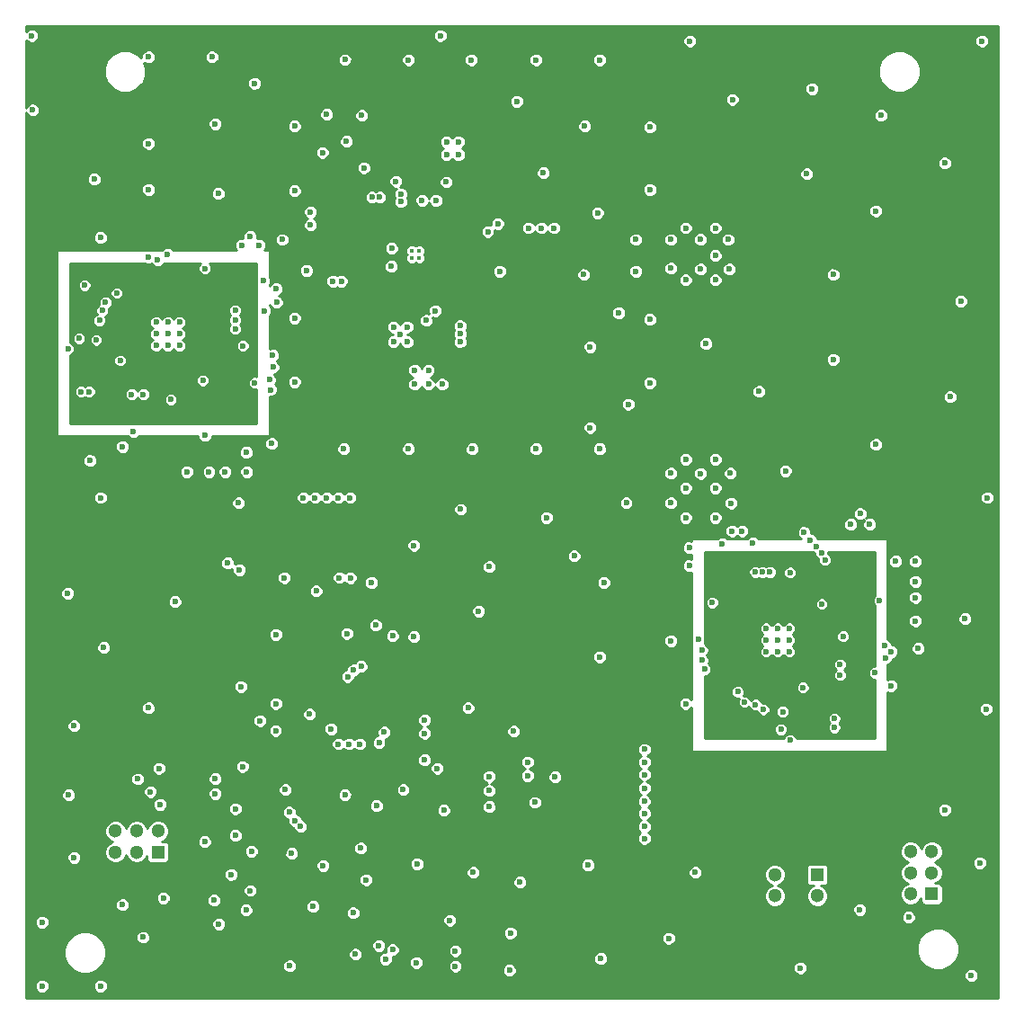
<source format=gbr>
G04 #@! TF.FileFunction,Copper,L3,Inr,Signal*
%FSLAX46Y46*%
G04 Gerber Fmt 4.6, Leading zero omitted, Abs format (unit mm)*
G04 Created by KiCad (PCBNEW 4.0.7) date Thursday, March 08, 2018 'PMt' 03:01:10 PM*
%MOMM*%
%LPD*%
G01*
G04 APERTURE LIST*
%ADD10C,0.100000*%
%ADD11C,0.600000*%
%ADD12R,1.300000X1.300000*%
%ADD13C,1.300000*%
%ADD14C,0.400000*%
%ADD15C,0.254000*%
%ADD16C,0.250000*%
G04 APERTURE END LIST*
D10*
D11*
X158800000Y-82100000D03*
X159700000Y-90700000D03*
X156100000Y-92900000D03*
X156100000Y-85300000D03*
X155500000Y-78500000D03*
X147600000Y-78200000D03*
X147400000Y-73700000D03*
X156800000Y-72700000D03*
X155600000Y-64500000D03*
X151700000Y-68900000D03*
X149200000Y-62200000D03*
X122700000Y-128800000D03*
X124200000Y-132800000D03*
X122700000Y-131300000D03*
X142600000Y-67200000D03*
X143700000Y-67200000D03*
X143700000Y-66000000D03*
X142600000Y-66000000D03*
X127800000Y-143600000D03*
X181500000Y-138300000D03*
D12*
X177500000Y-135000000D03*
D13*
X177500000Y-137000000D03*
X175500000Y-135000000D03*
X175500000Y-137000000D03*
X173500000Y-135000000D03*
X173500000Y-137000000D03*
D12*
X115400000Y-132900000D03*
D13*
X115400000Y-130900000D03*
X113400000Y-132900000D03*
X113400000Y-130900000D03*
X111400000Y-132900000D03*
X111400000Y-130900000D03*
D12*
X188277620Y-136834336D03*
D13*
X186277620Y-136834336D03*
X188277620Y-134834336D03*
X186277620Y-134834336D03*
X188277620Y-132834336D03*
X186277620Y-132834336D03*
D11*
X191000000Y-81000000D03*
X189500000Y-68000000D03*
X193000000Y-56500000D03*
X177000000Y-61000000D03*
X125000000Y-120500000D03*
X126500000Y-112400000D03*
X117000000Y-109300000D03*
X183500000Y-63500000D03*
X165500000Y-56500000D03*
X176500000Y-69000000D03*
X138500000Y-127000000D03*
X127400000Y-127000000D03*
X133000000Y-127500000D03*
X183000000Y-72500000D03*
X169500000Y-62000000D03*
X136000000Y-128500000D03*
X134500000Y-132500000D03*
X106900000Y-108500000D03*
X190000000Y-90000000D03*
X128000000Y-133000000D03*
X110300000Y-113600000D03*
X107500000Y-121000000D03*
X172000000Y-89500000D03*
X142000000Y-56000000D03*
X121100000Y-70850000D03*
X135000000Y-135500000D03*
X114500000Y-119300000D03*
X107000000Y-127500000D03*
X179000000Y-86500000D03*
X167000000Y-85000000D03*
X139500000Y-104000000D03*
X108500000Y-79500000D03*
X109000000Y-96000000D03*
X135500000Y-107500000D03*
X133200000Y-112300000D03*
X130000000Y-138000000D03*
X115500000Y-125000000D03*
X107500000Y-133400000D03*
X179000000Y-78500000D03*
X193500000Y-99500000D03*
X110000000Y-75000000D03*
X123000000Y-100000000D03*
X110000000Y-99500000D03*
X139500000Y-112600000D03*
X126500000Y-118900000D03*
X174500000Y-97000000D03*
X154600000Y-105000000D03*
X152000000Y-101400000D03*
X145600000Y-110200000D03*
X146600000Y-106000000D03*
X163700000Y-113000000D03*
X150900000Y-128200000D03*
X159500000Y-100000000D03*
X189500000Y-128900000D03*
X192800000Y-133900000D03*
X166000000Y-134800000D03*
X143900000Y-100600000D03*
X157400000Y-107500000D03*
X148900000Y-121500000D03*
X152800000Y-125800000D03*
X183000000Y-94500000D03*
X191400000Y-110900000D03*
X187000000Y-113700000D03*
X193400000Y-119400000D03*
X186100000Y-139000000D03*
X157000000Y-114500000D03*
X165100000Y-118900000D03*
X144600000Y-119300000D03*
X155900000Y-134100000D03*
X157100000Y-142900000D03*
X163500000Y-141000000D03*
X175900000Y-143800000D03*
X192000000Y-144500000D03*
X148500000Y-144000000D03*
X104500000Y-145500000D03*
X114000000Y-140900000D03*
X104500000Y-139500000D03*
X110000000Y-145500000D03*
X134000000Y-142500000D03*
X114500000Y-70500000D03*
X103600000Y-63000000D03*
X109400000Y-69500000D03*
X120800000Y-64300000D03*
X120500000Y-58000000D03*
X103500000Y-56000000D03*
X114500000Y-58000000D03*
X124500000Y-60500000D03*
X114500000Y-66150000D03*
X119800000Y-131900000D03*
X122300000Y-135000000D03*
X131700000Y-121300000D03*
X123200000Y-117300000D03*
X115900000Y-137200000D03*
X115234760Y-85181328D03*
X116334760Y-85181328D03*
X117434760Y-85181328D03*
X115234760Y-84081328D03*
X116334760Y-84081328D03*
X117434760Y-84081328D03*
X115234760Y-82981328D03*
X116334760Y-82981328D03*
X117434760Y-82981328D03*
X174859692Y-114005988D03*
X174859692Y-112905988D03*
X174859692Y-111805988D03*
X173759692Y-114005988D03*
X173759692Y-112905988D03*
X173759692Y-111805988D03*
X172659692Y-114005988D03*
X172659692Y-112905988D03*
X172659692Y-111805988D03*
D14*
X139322380Y-76231328D03*
X140022380Y-76231328D03*
X140022380Y-76931328D03*
X139322380Y-76931328D03*
D11*
X183350000Y-109200000D03*
X139800000Y-134000000D03*
X115372380Y-77145664D03*
X184439692Y-117205988D03*
X123725295Y-95244155D03*
X184857010Y-105482732D03*
X141521651Y-81902823D03*
X139730000Y-143280000D03*
X160400000Y-75200000D03*
X160400000Y-78200000D03*
X128260000Y-82600000D03*
X128260000Y-88600000D03*
X132900000Y-94900000D03*
X139000000Y-94900000D03*
X145000000Y-94900000D03*
X151000000Y-94900000D03*
X157000000Y-94900000D03*
X161740000Y-88700000D03*
X161740000Y-82700000D03*
X128260000Y-64500000D03*
X128260000Y-70600000D03*
X127100000Y-75200000D03*
X129400000Y-78100000D03*
X161740000Y-70500000D03*
X161740000Y-64600000D03*
X157000000Y-58270000D03*
X151000000Y-58270000D03*
X144900000Y-58270000D03*
X139000000Y-58270000D03*
X133000000Y-58265000D03*
X152700000Y-74100000D03*
X151500000Y-74100000D03*
X150300000Y-74100000D03*
X142324688Y-128938730D03*
X163700000Y-77900000D03*
X163700000Y-75200000D03*
X169379259Y-100020741D03*
X167900000Y-101400000D03*
X169300000Y-97200000D03*
X167900000Y-98600000D03*
X167900000Y-95900000D03*
X166500000Y-97220741D03*
X165100000Y-98599994D03*
X165100000Y-95900000D03*
X163700000Y-97200000D03*
X163700000Y-100000000D03*
X165100000Y-101400000D03*
X146460000Y-74450000D03*
X142551328Y-69781328D03*
X174929692Y-122335988D03*
X169210000Y-77980000D03*
X169100000Y-75200000D03*
X165100000Y-74100000D03*
X166500000Y-75180000D03*
X167900000Y-74100000D03*
X167900000Y-76700000D03*
X167900000Y-79000000D03*
X166500000Y-77980000D03*
X165100000Y-79000000D03*
X126100000Y-94400000D03*
X179924769Y-112560741D03*
X145100000Y-134800000D03*
X136200000Y-141700000D03*
X146600000Y-128600000D03*
X142900000Y-139300000D03*
X140512580Y-120450000D03*
X140512580Y-121690000D03*
X123370000Y-124830000D03*
X149500000Y-135700000D03*
X143410000Y-143620000D03*
X143410000Y-142190000D03*
X120690000Y-137410000D03*
X123690000Y-138340000D03*
X121130000Y-139660000D03*
X126480000Y-121440000D03*
X150210000Y-124410000D03*
X150210000Y-125700000D03*
X148600000Y-140500000D03*
X174924769Y-106560741D03*
X123400000Y-85200000D03*
X186739692Y-111105988D03*
X186739692Y-108905988D03*
X186739692Y-107405988D03*
X186739692Y-105505988D03*
X133160000Y-65940000D03*
X134810000Y-68440000D03*
X137820000Y-69700000D03*
X106958044Y-85481328D03*
X135572380Y-71215664D03*
X136272384Y-71215664D03*
X138272380Y-70915664D03*
X138272380Y-71615664D03*
X141572380Y-71515664D03*
X140272380Y-71515664D03*
X129772380Y-73815664D03*
X129772380Y-72615664D03*
X168539692Y-103865988D03*
X169459692Y-102645988D03*
X170389692Y-102635988D03*
X171419692Y-103765988D03*
X109892380Y-82805664D03*
X110162380Y-81875664D03*
X111522380Y-80245664D03*
X116312380Y-76555664D03*
X114532380Y-76885664D03*
X126532380Y-79835664D03*
X125432380Y-81895664D03*
X126572380Y-81105664D03*
X119832380Y-93615664D03*
X123762380Y-97085664D03*
X121732380Y-97065664D03*
X118132380Y-97065664D03*
X120212380Y-97065664D03*
X174069692Y-121325988D03*
X177918897Y-109515193D03*
X171639692Y-106505988D03*
X172339692Y-106505988D03*
X173039692Y-106505988D03*
X165439692Y-105905988D03*
X165439692Y-104205988D03*
X167603897Y-109385398D03*
X166319692Y-112845988D03*
X166669692Y-113855988D03*
X166889692Y-115665988D03*
X166669692Y-114795988D03*
X170629692Y-118765988D03*
X170019692Y-117775988D03*
X172419692Y-119455988D03*
X171689692Y-119005988D03*
X174239692Y-119655988D03*
X176147099Y-117385398D03*
X179109692Y-121155988D03*
X179109692Y-120305988D03*
X182939692Y-116005988D03*
X179639692Y-115205988D03*
X179639692Y-116205988D03*
X180639692Y-102005988D03*
X182439692Y-102005988D03*
X181539692Y-101005988D03*
X137372380Y-77715664D03*
X137412380Y-76005664D03*
X140672380Y-82815664D03*
X138172380Y-84115664D03*
X138872380Y-83415664D03*
X137572380Y-83415664D03*
X138872380Y-84815664D03*
X137572380Y-84815664D03*
X139572380Y-88815664D03*
X139572380Y-87515664D03*
X140872380Y-87515664D03*
X140872380Y-88815664D03*
X142172380Y-88815664D03*
X143872380Y-84815664D03*
X132672380Y-79115664D03*
X131872380Y-79115664D03*
X119822380Y-77915664D03*
X110472380Y-81115664D03*
X108922380Y-89515664D03*
X108172380Y-89515664D03*
X112922380Y-89765664D03*
X114022380Y-89765664D03*
X116622380Y-90265664D03*
X119622380Y-88465664D03*
X122672380Y-81865664D03*
X122672380Y-83615666D03*
X122672380Y-82765664D03*
X124072380Y-74915664D03*
X123272380Y-75715664D03*
X124922380Y-75715664D03*
X125372380Y-79065664D03*
X111852380Y-86585664D03*
X107982380Y-84505664D03*
X109582380Y-84655664D03*
X112052380Y-94695664D03*
X113062380Y-93265664D03*
X143872380Y-84075664D03*
X143872380Y-83315664D03*
X146600000Y-127100000D03*
X146600000Y-125760000D03*
X149672380Y-83815664D03*
X150372380Y-85115664D03*
X149072380Y-85115664D03*
X150372380Y-86415664D03*
X149072380Y-86415664D03*
X150372380Y-88815664D03*
X150372380Y-87715664D03*
X149072380Y-87715664D03*
X149072380Y-88815664D03*
X147772380Y-88815664D03*
X147772380Y-87715664D03*
X146472380Y-87715664D03*
X146472380Y-88815664D03*
X145172380Y-88815664D03*
X145172380Y-87715664D03*
X125350799Y-122678716D03*
X145800000Y-69700000D03*
X144300000Y-134700000D03*
X144000000Y-137500000D03*
X141200000Y-144500000D03*
X141100000Y-141200000D03*
X124400000Y-139500000D03*
X143600000Y-128000000D03*
X133460000Y-70350000D03*
X144800000Y-121400000D03*
X146600000Y-121400000D03*
X133900000Y-83800000D03*
X133900000Y-82700000D03*
X133900000Y-81500000D03*
X144380000Y-61420000D03*
X143210000Y-61420000D03*
X126469336Y-96040664D03*
X125610000Y-96040664D03*
X124680000Y-96040664D03*
X185639692Y-104505988D03*
X185639692Y-103560741D03*
X138440000Y-119400000D03*
X142572380Y-73815664D03*
X133872380Y-72615664D03*
X133872380Y-73915664D03*
X133072380Y-73915664D03*
X133072380Y-72615664D03*
X133872380Y-84815664D03*
X133872380Y-80515664D03*
X185639692Y-102675664D03*
X146900000Y-129900000D03*
X113572380Y-81515664D03*
X171214769Y-115560741D03*
X110201813Y-83858646D03*
X175705282Y-107405988D03*
X174039692Y-106405988D03*
X171339692Y-109605988D03*
X171339692Y-104905988D03*
X168309692Y-115645988D03*
X173389692Y-119085988D03*
X180239692Y-121405988D03*
X176539692Y-115605988D03*
X179839692Y-107305988D03*
X181139692Y-111205988D03*
X179839692Y-108605988D03*
X179839692Y-109905988D03*
X179839692Y-111205988D03*
X117972380Y-91515664D03*
X121872380Y-90215664D03*
X120572380Y-90215664D03*
X117972380Y-90215664D03*
X119272380Y-90215664D03*
X113622380Y-78715664D03*
X124372380Y-81715664D03*
X119602380Y-81765664D03*
X122722380Y-85945664D03*
X122712380Y-84525664D03*
X113622380Y-87045664D03*
X107872380Y-90815664D03*
X115600000Y-128400000D03*
X128830000Y-130480000D03*
X112060000Y-137840000D03*
X124100000Y-136500000D03*
X128280350Y-129902590D03*
X114700000Y-127200000D03*
X127770000Y-129130000D03*
X113500000Y-126000000D03*
X134600000Y-63500000D03*
X137501529Y-142081824D03*
X136846035Y-142960187D03*
X131300000Y-63400000D03*
X134531438Y-115381147D03*
X134400000Y-122700000D03*
X133822590Y-115737312D03*
X133400000Y-122700000D03*
X133269999Y-116352228D03*
X132400000Y-122700000D03*
X120800219Y-125974604D03*
X120800000Y-127389990D03*
X121970000Y-105650000D03*
X141700000Y-125000000D03*
X123060000Y-106300000D03*
X140500000Y-124200000D03*
X129679825Y-119885736D03*
X130900000Y-67000000D03*
X137500000Y-112500000D03*
X136710000Y-121590000D03*
X135915981Y-111515981D03*
X136215980Y-122590000D03*
X132484790Y-107036822D03*
X127300000Y-107050000D03*
X133512010Y-107052531D03*
X130949027Y-134150973D03*
X133800000Y-138600000D03*
X130300000Y-108300000D03*
X183924769Y-114578988D03*
X161219259Y-123204769D03*
X184446682Y-114001580D03*
X161219259Y-124424769D03*
X183810224Y-113420168D03*
X161229259Y-125584769D03*
X178224769Y-105360741D03*
X161219261Y-126874769D03*
X161209547Y-128094481D03*
X177888285Y-104687772D03*
X177416201Y-104101902D03*
X161219259Y-129244769D03*
X176838791Y-103480741D03*
X161219259Y-130454769D03*
X161229259Y-131604769D03*
X176261381Y-102765709D03*
X129100000Y-99500000D03*
X124496079Y-88688299D03*
X130200000Y-99500000D03*
X125993564Y-89341009D03*
X131300000Y-99500000D03*
X125900000Y-88400000D03*
X132400000Y-99500000D03*
X126234534Y-87185075D03*
X133500000Y-99500000D03*
X126200000Y-86100000D03*
D15*
G36*
X114407115Y-77512555D02*
X114656551Y-77512773D01*
X114818075Y-77446033D01*
X114840525Y-77500367D01*
X115016749Y-77676899D01*
X115247115Y-77772555D01*
X115496551Y-77772773D01*
X115727083Y-77677519D01*
X115903615Y-77501295D01*
X115934465Y-77427000D01*
X119424411Y-77427000D01*
X119291145Y-77560033D01*
X119195489Y-77790399D01*
X119195271Y-78039835D01*
X119290525Y-78270367D01*
X119466749Y-78446899D01*
X119697115Y-78542555D01*
X119946551Y-78542773D01*
X120177083Y-78447519D01*
X120353615Y-78271295D01*
X120449271Y-78040929D01*
X120449489Y-77791493D01*
X120354235Y-77560961D01*
X120220508Y-77427000D01*
X124673000Y-77427000D01*
X124673000Y-88082857D01*
X124621344Y-88061408D01*
X124371908Y-88061190D01*
X124141376Y-88156444D01*
X123964844Y-88332668D01*
X123869188Y-88563034D01*
X123868970Y-88812470D01*
X123964224Y-89043002D01*
X124140448Y-89219534D01*
X124370814Y-89315190D01*
X124620250Y-89315408D01*
X124673000Y-89293612D01*
X124673000Y-92473000D01*
X107127000Y-92473000D01*
X107127000Y-89639835D01*
X107545271Y-89639835D01*
X107640525Y-89870367D01*
X107816749Y-90046899D01*
X108047115Y-90142555D01*
X108296551Y-90142773D01*
X108527083Y-90047519D01*
X108547261Y-90027377D01*
X108566749Y-90046899D01*
X108797115Y-90142555D01*
X109046551Y-90142773D01*
X109277083Y-90047519D01*
X109435042Y-89889835D01*
X112295271Y-89889835D01*
X112390525Y-90120367D01*
X112566749Y-90296899D01*
X112797115Y-90392555D01*
X113046551Y-90392773D01*
X113277083Y-90297519D01*
X113453615Y-90121295D01*
X113472308Y-90076278D01*
X113490525Y-90120367D01*
X113666749Y-90296899D01*
X113897115Y-90392555D01*
X114146551Y-90392773D01*
X114153661Y-90389835D01*
X115995271Y-90389835D01*
X116090525Y-90620367D01*
X116266749Y-90796899D01*
X116497115Y-90892555D01*
X116746551Y-90892773D01*
X116977083Y-90797519D01*
X117153615Y-90621295D01*
X117249271Y-90390929D01*
X117249489Y-90141493D01*
X117154235Y-89910961D01*
X116978011Y-89734429D01*
X116747645Y-89638773D01*
X116498209Y-89638555D01*
X116267677Y-89733809D01*
X116091145Y-89910033D01*
X115995489Y-90140399D01*
X115995271Y-90389835D01*
X114153661Y-90389835D01*
X114377083Y-90297519D01*
X114553615Y-90121295D01*
X114649271Y-89890929D01*
X114649489Y-89641493D01*
X114554235Y-89410961D01*
X114378011Y-89234429D01*
X114147645Y-89138773D01*
X113898209Y-89138555D01*
X113667677Y-89233809D01*
X113491145Y-89410033D01*
X113472452Y-89455050D01*
X113454235Y-89410961D01*
X113278011Y-89234429D01*
X113047645Y-89138773D01*
X112798209Y-89138555D01*
X112567677Y-89233809D01*
X112391145Y-89410033D01*
X112295489Y-89640399D01*
X112295271Y-89889835D01*
X109435042Y-89889835D01*
X109453615Y-89871295D01*
X109549271Y-89640929D01*
X109549489Y-89391493D01*
X109454235Y-89160961D01*
X109278011Y-88984429D01*
X109047645Y-88888773D01*
X108798209Y-88888555D01*
X108567677Y-88983809D01*
X108547499Y-89003951D01*
X108528011Y-88984429D01*
X108297645Y-88888773D01*
X108048209Y-88888555D01*
X107817677Y-88983809D01*
X107641145Y-89160033D01*
X107545489Y-89390399D01*
X107545271Y-89639835D01*
X107127000Y-89639835D01*
X107127000Y-88589835D01*
X118995271Y-88589835D01*
X119090525Y-88820367D01*
X119266749Y-88996899D01*
X119497115Y-89092555D01*
X119746551Y-89092773D01*
X119977083Y-88997519D01*
X120153615Y-88821295D01*
X120249271Y-88590929D01*
X120249489Y-88341493D01*
X120154235Y-88110961D01*
X119978011Y-87934429D01*
X119747645Y-87838773D01*
X119498209Y-87838555D01*
X119267677Y-87933809D01*
X119091145Y-88110033D01*
X118995489Y-88340399D01*
X118995271Y-88589835D01*
X107127000Y-88589835D01*
X107127000Y-86709835D01*
X111225271Y-86709835D01*
X111320525Y-86940367D01*
X111496749Y-87116899D01*
X111727115Y-87212555D01*
X111976551Y-87212773D01*
X112207083Y-87117519D01*
X112383615Y-86941295D01*
X112479271Y-86710929D01*
X112479489Y-86461493D01*
X112384235Y-86230961D01*
X112208011Y-86054429D01*
X111977645Y-85958773D01*
X111728209Y-85958555D01*
X111497677Y-86053809D01*
X111321145Y-86230033D01*
X111225489Y-86460399D01*
X111225271Y-86709835D01*
X107127000Y-86709835D01*
X107127000Y-86089932D01*
X107312747Y-86013183D01*
X107489279Y-85836959D01*
X107584935Y-85606593D01*
X107585153Y-85357157D01*
X107489899Y-85126625D01*
X107313675Y-84950093D01*
X107127000Y-84872579D01*
X107127000Y-84629835D01*
X107355271Y-84629835D01*
X107450525Y-84860367D01*
X107626749Y-85036899D01*
X107857115Y-85132555D01*
X108106551Y-85132773D01*
X108337083Y-85037519D01*
X108513615Y-84861295D01*
X108547440Y-84779835D01*
X108955271Y-84779835D01*
X109050525Y-85010367D01*
X109226749Y-85186899D01*
X109457115Y-85282555D01*
X109706551Y-85282773D01*
X109937083Y-85187519D01*
X110113615Y-85011295D01*
X110209271Y-84780929D01*
X110209489Y-84531493D01*
X110114235Y-84300961D01*
X109938011Y-84124429D01*
X109707645Y-84028773D01*
X109458209Y-84028555D01*
X109227677Y-84123809D01*
X109051145Y-84300033D01*
X108955489Y-84530399D01*
X108955271Y-84779835D01*
X108547440Y-84779835D01*
X108609271Y-84630929D01*
X108609489Y-84381493D01*
X108514235Y-84150961D01*
X108338011Y-83974429D01*
X108107645Y-83878773D01*
X107858209Y-83878555D01*
X107627677Y-83973809D01*
X107451145Y-84150033D01*
X107355489Y-84380399D01*
X107355271Y-84629835D01*
X107127000Y-84629835D01*
X107127000Y-82929835D01*
X109265271Y-82929835D01*
X109360525Y-83160367D01*
X109536749Y-83336899D01*
X109767115Y-83432555D01*
X110016551Y-83432773D01*
X110247083Y-83337519D01*
X110423615Y-83161295D01*
X110446783Y-83105499D01*
X114607651Y-83105499D01*
X114702905Y-83336031D01*
X114879129Y-83512563D01*
X114924146Y-83531256D01*
X114880057Y-83549473D01*
X114703525Y-83725697D01*
X114607869Y-83956063D01*
X114607651Y-84205499D01*
X114702905Y-84436031D01*
X114879129Y-84612563D01*
X114924146Y-84631256D01*
X114880057Y-84649473D01*
X114703525Y-84825697D01*
X114607869Y-85056063D01*
X114607651Y-85305499D01*
X114702905Y-85536031D01*
X114879129Y-85712563D01*
X115109495Y-85808219D01*
X115358931Y-85808437D01*
X115589463Y-85713183D01*
X115765995Y-85536959D01*
X115784688Y-85491942D01*
X115802905Y-85536031D01*
X115979129Y-85712563D01*
X116209495Y-85808219D01*
X116458931Y-85808437D01*
X116689463Y-85713183D01*
X116865995Y-85536959D01*
X116884688Y-85491942D01*
X116902905Y-85536031D01*
X117079129Y-85712563D01*
X117309495Y-85808219D01*
X117558931Y-85808437D01*
X117789463Y-85713183D01*
X117965995Y-85536959D01*
X118054352Y-85324171D01*
X122772891Y-85324171D01*
X122868145Y-85554703D01*
X123044369Y-85731235D01*
X123274735Y-85826891D01*
X123524171Y-85827109D01*
X123754703Y-85731855D01*
X123931235Y-85555631D01*
X124026891Y-85325265D01*
X124027109Y-85075829D01*
X123931855Y-84845297D01*
X123755631Y-84668765D01*
X123525265Y-84573109D01*
X123275829Y-84572891D01*
X123045297Y-84668145D01*
X122868765Y-84844369D01*
X122773109Y-85074735D01*
X122772891Y-85324171D01*
X118054352Y-85324171D01*
X118061651Y-85306593D01*
X118061869Y-85057157D01*
X117966615Y-84826625D01*
X117790391Y-84650093D01*
X117745374Y-84631400D01*
X117789463Y-84613183D01*
X117965995Y-84436959D01*
X118061651Y-84206593D01*
X118061869Y-83957157D01*
X117966615Y-83726625D01*
X117790391Y-83550093D01*
X117745374Y-83531400D01*
X117789463Y-83513183D01*
X117965995Y-83336959D01*
X118061651Y-83106593D01*
X118061869Y-82857157D01*
X117966615Y-82626625D01*
X117790391Y-82450093D01*
X117560025Y-82354437D01*
X117310589Y-82354219D01*
X117080057Y-82449473D01*
X116903525Y-82625697D01*
X116884832Y-82670714D01*
X116866615Y-82626625D01*
X116690391Y-82450093D01*
X116460025Y-82354437D01*
X116210589Y-82354219D01*
X115980057Y-82449473D01*
X115803525Y-82625697D01*
X115784832Y-82670714D01*
X115766615Y-82626625D01*
X115590391Y-82450093D01*
X115360025Y-82354437D01*
X115110589Y-82354219D01*
X114880057Y-82449473D01*
X114703525Y-82625697D01*
X114607869Y-82856063D01*
X114607651Y-83105499D01*
X110446783Y-83105499D01*
X110519271Y-82930929D01*
X110519489Y-82681493D01*
X110424235Y-82450961D01*
X110420646Y-82447366D01*
X110517083Y-82407519D01*
X110693615Y-82231295D01*
X110789271Y-82000929D01*
X110789280Y-81989835D01*
X122045271Y-81989835D01*
X122140525Y-82220367D01*
X122235667Y-82315676D01*
X122141145Y-82410033D01*
X122045489Y-82640399D01*
X122045271Y-82889835D01*
X122140525Y-83120367D01*
X122210668Y-83190633D01*
X122141145Y-83260035D01*
X122045489Y-83490401D01*
X122045271Y-83739837D01*
X122140525Y-83970369D01*
X122316749Y-84146901D01*
X122547115Y-84242557D01*
X122796551Y-84242775D01*
X123027083Y-84147521D01*
X123203615Y-83971297D01*
X123299271Y-83740931D01*
X123299489Y-83491495D01*
X123204235Y-83260963D01*
X123134092Y-83190697D01*
X123203615Y-83121295D01*
X123299271Y-82890929D01*
X123299489Y-82641493D01*
X123204235Y-82410961D01*
X123109093Y-82315652D01*
X123203615Y-82221295D01*
X123299271Y-81990929D01*
X123299489Y-81741493D01*
X123204235Y-81510961D01*
X123028011Y-81334429D01*
X122797645Y-81238773D01*
X122548209Y-81238555D01*
X122317677Y-81333809D01*
X122141145Y-81510033D01*
X122045489Y-81740399D01*
X122045271Y-81989835D01*
X110789280Y-81989835D01*
X110789489Y-81751493D01*
X110758275Y-81675950D01*
X110827083Y-81647519D01*
X111003615Y-81471295D01*
X111099271Y-81240929D01*
X111099489Y-80991493D01*
X111004235Y-80760961D01*
X110828011Y-80584429D01*
X110597645Y-80488773D01*
X110348209Y-80488555D01*
X110117677Y-80583809D01*
X109941145Y-80760033D01*
X109845489Y-80990399D01*
X109845271Y-81239835D01*
X109876485Y-81315378D01*
X109807677Y-81343809D01*
X109631145Y-81520033D01*
X109535489Y-81750399D01*
X109535271Y-81999835D01*
X109630525Y-82230367D01*
X109634114Y-82233962D01*
X109537677Y-82273809D01*
X109361145Y-82450033D01*
X109265489Y-82680399D01*
X109265271Y-82929835D01*
X107127000Y-82929835D01*
X107127000Y-80369835D01*
X110895271Y-80369835D01*
X110990525Y-80600367D01*
X111166749Y-80776899D01*
X111397115Y-80872555D01*
X111646551Y-80872773D01*
X111877083Y-80777519D01*
X112053615Y-80601295D01*
X112149271Y-80370929D01*
X112149489Y-80121493D01*
X112054235Y-79890961D01*
X111878011Y-79714429D01*
X111647645Y-79618773D01*
X111398209Y-79618555D01*
X111167677Y-79713809D01*
X110991145Y-79890033D01*
X110895489Y-80120399D01*
X110895271Y-80369835D01*
X107127000Y-80369835D01*
X107127000Y-79624171D01*
X107872891Y-79624171D01*
X107968145Y-79854703D01*
X108144369Y-80031235D01*
X108374735Y-80126891D01*
X108624171Y-80127109D01*
X108854703Y-80031855D01*
X109031235Y-79855631D01*
X109126891Y-79625265D01*
X109127109Y-79375829D01*
X109031855Y-79145297D01*
X108855631Y-78968765D01*
X108625265Y-78873109D01*
X108375829Y-78872891D01*
X108145297Y-78968145D01*
X107968765Y-79144369D01*
X107873109Y-79374735D01*
X107872891Y-79624171D01*
X107127000Y-79624171D01*
X107127000Y-77427000D01*
X114201075Y-77427000D01*
X114407115Y-77512555D01*
X114407115Y-77512555D01*
G37*
X114407115Y-77512555D02*
X114656551Y-77512773D01*
X114818075Y-77446033D01*
X114840525Y-77500367D01*
X115016749Y-77676899D01*
X115247115Y-77772555D01*
X115496551Y-77772773D01*
X115727083Y-77677519D01*
X115903615Y-77501295D01*
X115934465Y-77427000D01*
X119424411Y-77427000D01*
X119291145Y-77560033D01*
X119195489Y-77790399D01*
X119195271Y-78039835D01*
X119290525Y-78270367D01*
X119466749Y-78446899D01*
X119697115Y-78542555D01*
X119946551Y-78542773D01*
X120177083Y-78447519D01*
X120353615Y-78271295D01*
X120449271Y-78040929D01*
X120449489Y-77791493D01*
X120354235Y-77560961D01*
X120220508Y-77427000D01*
X124673000Y-77427000D01*
X124673000Y-88082857D01*
X124621344Y-88061408D01*
X124371908Y-88061190D01*
X124141376Y-88156444D01*
X123964844Y-88332668D01*
X123869188Y-88563034D01*
X123868970Y-88812470D01*
X123964224Y-89043002D01*
X124140448Y-89219534D01*
X124370814Y-89315190D01*
X124620250Y-89315408D01*
X124673000Y-89293612D01*
X124673000Y-92473000D01*
X107127000Y-92473000D01*
X107127000Y-89639835D01*
X107545271Y-89639835D01*
X107640525Y-89870367D01*
X107816749Y-90046899D01*
X108047115Y-90142555D01*
X108296551Y-90142773D01*
X108527083Y-90047519D01*
X108547261Y-90027377D01*
X108566749Y-90046899D01*
X108797115Y-90142555D01*
X109046551Y-90142773D01*
X109277083Y-90047519D01*
X109435042Y-89889835D01*
X112295271Y-89889835D01*
X112390525Y-90120367D01*
X112566749Y-90296899D01*
X112797115Y-90392555D01*
X113046551Y-90392773D01*
X113277083Y-90297519D01*
X113453615Y-90121295D01*
X113472308Y-90076278D01*
X113490525Y-90120367D01*
X113666749Y-90296899D01*
X113897115Y-90392555D01*
X114146551Y-90392773D01*
X114153661Y-90389835D01*
X115995271Y-90389835D01*
X116090525Y-90620367D01*
X116266749Y-90796899D01*
X116497115Y-90892555D01*
X116746551Y-90892773D01*
X116977083Y-90797519D01*
X117153615Y-90621295D01*
X117249271Y-90390929D01*
X117249489Y-90141493D01*
X117154235Y-89910961D01*
X116978011Y-89734429D01*
X116747645Y-89638773D01*
X116498209Y-89638555D01*
X116267677Y-89733809D01*
X116091145Y-89910033D01*
X115995489Y-90140399D01*
X115995271Y-90389835D01*
X114153661Y-90389835D01*
X114377083Y-90297519D01*
X114553615Y-90121295D01*
X114649271Y-89890929D01*
X114649489Y-89641493D01*
X114554235Y-89410961D01*
X114378011Y-89234429D01*
X114147645Y-89138773D01*
X113898209Y-89138555D01*
X113667677Y-89233809D01*
X113491145Y-89410033D01*
X113472452Y-89455050D01*
X113454235Y-89410961D01*
X113278011Y-89234429D01*
X113047645Y-89138773D01*
X112798209Y-89138555D01*
X112567677Y-89233809D01*
X112391145Y-89410033D01*
X112295489Y-89640399D01*
X112295271Y-89889835D01*
X109435042Y-89889835D01*
X109453615Y-89871295D01*
X109549271Y-89640929D01*
X109549489Y-89391493D01*
X109454235Y-89160961D01*
X109278011Y-88984429D01*
X109047645Y-88888773D01*
X108798209Y-88888555D01*
X108567677Y-88983809D01*
X108547499Y-89003951D01*
X108528011Y-88984429D01*
X108297645Y-88888773D01*
X108048209Y-88888555D01*
X107817677Y-88983809D01*
X107641145Y-89160033D01*
X107545489Y-89390399D01*
X107545271Y-89639835D01*
X107127000Y-89639835D01*
X107127000Y-88589835D01*
X118995271Y-88589835D01*
X119090525Y-88820367D01*
X119266749Y-88996899D01*
X119497115Y-89092555D01*
X119746551Y-89092773D01*
X119977083Y-88997519D01*
X120153615Y-88821295D01*
X120249271Y-88590929D01*
X120249489Y-88341493D01*
X120154235Y-88110961D01*
X119978011Y-87934429D01*
X119747645Y-87838773D01*
X119498209Y-87838555D01*
X119267677Y-87933809D01*
X119091145Y-88110033D01*
X118995489Y-88340399D01*
X118995271Y-88589835D01*
X107127000Y-88589835D01*
X107127000Y-86709835D01*
X111225271Y-86709835D01*
X111320525Y-86940367D01*
X111496749Y-87116899D01*
X111727115Y-87212555D01*
X111976551Y-87212773D01*
X112207083Y-87117519D01*
X112383615Y-86941295D01*
X112479271Y-86710929D01*
X112479489Y-86461493D01*
X112384235Y-86230961D01*
X112208011Y-86054429D01*
X111977645Y-85958773D01*
X111728209Y-85958555D01*
X111497677Y-86053809D01*
X111321145Y-86230033D01*
X111225489Y-86460399D01*
X111225271Y-86709835D01*
X107127000Y-86709835D01*
X107127000Y-86089932D01*
X107312747Y-86013183D01*
X107489279Y-85836959D01*
X107584935Y-85606593D01*
X107585153Y-85357157D01*
X107489899Y-85126625D01*
X107313675Y-84950093D01*
X107127000Y-84872579D01*
X107127000Y-84629835D01*
X107355271Y-84629835D01*
X107450525Y-84860367D01*
X107626749Y-85036899D01*
X107857115Y-85132555D01*
X108106551Y-85132773D01*
X108337083Y-85037519D01*
X108513615Y-84861295D01*
X108547440Y-84779835D01*
X108955271Y-84779835D01*
X109050525Y-85010367D01*
X109226749Y-85186899D01*
X109457115Y-85282555D01*
X109706551Y-85282773D01*
X109937083Y-85187519D01*
X110113615Y-85011295D01*
X110209271Y-84780929D01*
X110209489Y-84531493D01*
X110114235Y-84300961D01*
X109938011Y-84124429D01*
X109707645Y-84028773D01*
X109458209Y-84028555D01*
X109227677Y-84123809D01*
X109051145Y-84300033D01*
X108955489Y-84530399D01*
X108955271Y-84779835D01*
X108547440Y-84779835D01*
X108609271Y-84630929D01*
X108609489Y-84381493D01*
X108514235Y-84150961D01*
X108338011Y-83974429D01*
X108107645Y-83878773D01*
X107858209Y-83878555D01*
X107627677Y-83973809D01*
X107451145Y-84150033D01*
X107355489Y-84380399D01*
X107355271Y-84629835D01*
X107127000Y-84629835D01*
X107127000Y-82929835D01*
X109265271Y-82929835D01*
X109360525Y-83160367D01*
X109536749Y-83336899D01*
X109767115Y-83432555D01*
X110016551Y-83432773D01*
X110247083Y-83337519D01*
X110423615Y-83161295D01*
X110446783Y-83105499D01*
X114607651Y-83105499D01*
X114702905Y-83336031D01*
X114879129Y-83512563D01*
X114924146Y-83531256D01*
X114880057Y-83549473D01*
X114703525Y-83725697D01*
X114607869Y-83956063D01*
X114607651Y-84205499D01*
X114702905Y-84436031D01*
X114879129Y-84612563D01*
X114924146Y-84631256D01*
X114880057Y-84649473D01*
X114703525Y-84825697D01*
X114607869Y-85056063D01*
X114607651Y-85305499D01*
X114702905Y-85536031D01*
X114879129Y-85712563D01*
X115109495Y-85808219D01*
X115358931Y-85808437D01*
X115589463Y-85713183D01*
X115765995Y-85536959D01*
X115784688Y-85491942D01*
X115802905Y-85536031D01*
X115979129Y-85712563D01*
X116209495Y-85808219D01*
X116458931Y-85808437D01*
X116689463Y-85713183D01*
X116865995Y-85536959D01*
X116884688Y-85491942D01*
X116902905Y-85536031D01*
X117079129Y-85712563D01*
X117309495Y-85808219D01*
X117558931Y-85808437D01*
X117789463Y-85713183D01*
X117965995Y-85536959D01*
X118054352Y-85324171D01*
X122772891Y-85324171D01*
X122868145Y-85554703D01*
X123044369Y-85731235D01*
X123274735Y-85826891D01*
X123524171Y-85827109D01*
X123754703Y-85731855D01*
X123931235Y-85555631D01*
X124026891Y-85325265D01*
X124027109Y-85075829D01*
X123931855Y-84845297D01*
X123755631Y-84668765D01*
X123525265Y-84573109D01*
X123275829Y-84572891D01*
X123045297Y-84668145D01*
X122868765Y-84844369D01*
X122773109Y-85074735D01*
X122772891Y-85324171D01*
X118054352Y-85324171D01*
X118061651Y-85306593D01*
X118061869Y-85057157D01*
X117966615Y-84826625D01*
X117790391Y-84650093D01*
X117745374Y-84631400D01*
X117789463Y-84613183D01*
X117965995Y-84436959D01*
X118061651Y-84206593D01*
X118061869Y-83957157D01*
X117966615Y-83726625D01*
X117790391Y-83550093D01*
X117745374Y-83531400D01*
X117789463Y-83513183D01*
X117965995Y-83336959D01*
X118061651Y-83106593D01*
X118061869Y-82857157D01*
X117966615Y-82626625D01*
X117790391Y-82450093D01*
X117560025Y-82354437D01*
X117310589Y-82354219D01*
X117080057Y-82449473D01*
X116903525Y-82625697D01*
X116884832Y-82670714D01*
X116866615Y-82626625D01*
X116690391Y-82450093D01*
X116460025Y-82354437D01*
X116210589Y-82354219D01*
X115980057Y-82449473D01*
X115803525Y-82625697D01*
X115784832Y-82670714D01*
X115766615Y-82626625D01*
X115590391Y-82450093D01*
X115360025Y-82354437D01*
X115110589Y-82354219D01*
X114880057Y-82449473D01*
X114703525Y-82625697D01*
X114607869Y-82856063D01*
X114607651Y-83105499D01*
X110446783Y-83105499D01*
X110519271Y-82930929D01*
X110519489Y-82681493D01*
X110424235Y-82450961D01*
X110420646Y-82447366D01*
X110517083Y-82407519D01*
X110693615Y-82231295D01*
X110789271Y-82000929D01*
X110789280Y-81989835D01*
X122045271Y-81989835D01*
X122140525Y-82220367D01*
X122235667Y-82315676D01*
X122141145Y-82410033D01*
X122045489Y-82640399D01*
X122045271Y-82889835D01*
X122140525Y-83120367D01*
X122210668Y-83190633D01*
X122141145Y-83260035D01*
X122045489Y-83490401D01*
X122045271Y-83739837D01*
X122140525Y-83970369D01*
X122316749Y-84146901D01*
X122547115Y-84242557D01*
X122796551Y-84242775D01*
X123027083Y-84147521D01*
X123203615Y-83971297D01*
X123299271Y-83740931D01*
X123299489Y-83491495D01*
X123204235Y-83260963D01*
X123134092Y-83190697D01*
X123203615Y-83121295D01*
X123299271Y-82890929D01*
X123299489Y-82641493D01*
X123204235Y-82410961D01*
X123109093Y-82315652D01*
X123203615Y-82221295D01*
X123299271Y-81990929D01*
X123299489Y-81741493D01*
X123204235Y-81510961D01*
X123028011Y-81334429D01*
X122797645Y-81238773D01*
X122548209Y-81238555D01*
X122317677Y-81333809D01*
X122141145Y-81510033D01*
X122045489Y-81740399D01*
X122045271Y-81989835D01*
X110789280Y-81989835D01*
X110789489Y-81751493D01*
X110758275Y-81675950D01*
X110827083Y-81647519D01*
X111003615Y-81471295D01*
X111099271Y-81240929D01*
X111099489Y-80991493D01*
X111004235Y-80760961D01*
X110828011Y-80584429D01*
X110597645Y-80488773D01*
X110348209Y-80488555D01*
X110117677Y-80583809D01*
X109941145Y-80760033D01*
X109845489Y-80990399D01*
X109845271Y-81239835D01*
X109876485Y-81315378D01*
X109807677Y-81343809D01*
X109631145Y-81520033D01*
X109535489Y-81750399D01*
X109535271Y-81999835D01*
X109630525Y-82230367D01*
X109634114Y-82233962D01*
X109537677Y-82273809D01*
X109361145Y-82450033D01*
X109265489Y-82680399D01*
X109265271Y-82929835D01*
X107127000Y-82929835D01*
X107127000Y-80369835D01*
X110895271Y-80369835D01*
X110990525Y-80600367D01*
X111166749Y-80776899D01*
X111397115Y-80872555D01*
X111646551Y-80872773D01*
X111877083Y-80777519D01*
X112053615Y-80601295D01*
X112149271Y-80370929D01*
X112149489Y-80121493D01*
X112054235Y-79890961D01*
X111878011Y-79714429D01*
X111647645Y-79618773D01*
X111398209Y-79618555D01*
X111167677Y-79713809D01*
X110991145Y-79890033D01*
X110895489Y-80120399D01*
X110895271Y-80369835D01*
X107127000Y-80369835D01*
X107127000Y-79624171D01*
X107872891Y-79624171D01*
X107968145Y-79854703D01*
X108144369Y-80031235D01*
X108374735Y-80126891D01*
X108624171Y-80127109D01*
X108854703Y-80031855D01*
X109031235Y-79855631D01*
X109126891Y-79625265D01*
X109127109Y-79375829D01*
X109031855Y-79145297D01*
X108855631Y-78968765D01*
X108625265Y-78873109D01*
X108375829Y-78872891D01*
X108145297Y-78968145D01*
X107968765Y-79144369D01*
X107873109Y-79374735D01*
X107872891Y-79624171D01*
X107127000Y-79624171D01*
X107127000Y-77427000D01*
X114201075Y-77427000D01*
X114407115Y-77512555D01*
D16*
G36*
X194550000Y-146650000D02*
X102950000Y-146650000D01*
X102950000Y-145633677D01*
X103824883Y-145633677D01*
X103927429Y-145881857D01*
X104117144Y-146071903D01*
X104365145Y-146174883D01*
X104633677Y-146175117D01*
X104881857Y-146072571D01*
X105071903Y-145882856D01*
X105174883Y-145634855D01*
X105174884Y-145633677D01*
X109324883Y-145633677D01*
X109427429Y-145881857D01*
X109617144Y-146071903D01*
X109865145Y-146174883D01*
X110133677Y-146175117D01*
X110381857Y-146072571D01*
X110571903Y-145882856D01*
X110674883Y-145634855D01*
X110675117Y-145366323D01*
X110572571Y-145118143D01*
X110382856Y-144928097D01*
X110134855Y-144825117D01*
X109866323Y-144824883D01*
X109618143Y-144927429D01*
X109428097Y-145117144D01*
X109325117Y-145365145D01*
X109324883Y-145633677D01*
X105174884Y-145633677D01*
X105175117Y-145366323D01*
X105072571Y-145118143D01*
X104882856Y-144928097D01*
X104634855Y-144825117D01*
X104366323Y-144824883D01*
X104118143Y-144927429D01*
X103928097Y-145117144D01*
X103825117Y-145365145D01*
X103824883Y-145633677D01*
X102950000Y-145633677D01*
X102950000Y-142741128D01*
X106549657Y-142741128D01*
X106849700Y-143467286D01*
X107404791Y-144023348D01*
X108130425Y-144324657D01*
X108916128Y-144325343D01*
X109642286Y-144025300D01*
X109934419Y-143733677D01*
X127124883Y-143733677D01*
X127227429Y-143981857D01*
X127417144Y-144171903D01*
X127665145Y-144274883D01*
X127933677Y-144275117D01*
X128181857Y-144172571D01*
X128371903Y-143982856D01*
X128474883Y-143734855D01*
X128475117Y-143466323D01*
X128372571Y-143218143D01*
X128182856Y-143028097D01*
X127934855Y-142925117D01*
X127666323Y-142924883D01*
X127418143Y-143027429D01*
X127228097Y-143217144D01*
X127125117Y-143465145D01*
X127124883Y-143733677D01*
X109934419Y-143733677D01*
X110198348Y-143470209D01*
X110499657Y-142744575D01*
X110499753Y-142633677D01*
X133324883Y-142633677D01*
X133427429Y-142881857D01*
X133617144Y-143071903D01*
X133865145Y-143174883D01*
X134133677Y-143175117D01*
X134381857Y-143072571D01*
X134571903Y-142882856D01*
X134674883Y-142634855D01*
X134675117Y-142366323D01*
X134572571Y-142118143D01*
X134382856Y-141928097D01*
X134155470Y-141833677D01*
X135524883Y-141833677D01*
X135627429Y-142081857D01*
X135817144Y-142271903D01*
X136065145Y-142374883D01*
X136333677Y-142375117D01*
X136581857Y-142272571D01*
X136771903Y-142082856D01*
X136826642Y-141951030D01*
X136826412Y-142215501D01*
X136855209Y-142285194D01*
X136712358Y-142285070D01*
X136464178Y-142387616D01*
X136274132Y-142577331D01*
X136171152Y-142825332D01*
X136170918Y-143093864D01*
X136273464Y-143342044D01*
X136463179Y-143532090D01*
X136711180Y-143635070D01*
X136979712Y-143635304D01*
X137227892Y-143532758D01*
X137347180Y-143413677D01*
X139054883Y-143413677D01*
X139157429Y-143661857D01*
X139347144Y-143851903D01*
X139595145Y-143954883D01*
X139863677Y-143955117D01*
X140111857Y-143852571D01*
X140210923Y-143753677D01*
X142734883Y-143753677D01*
X142837429Y-144001857D01*
X143027144Y-144191903D01*
X143275145Y-144294883D01*
X143543677Y-144295117D01*
X143791857Y-144192571D01*
X143850853Y-144133677D01*
X147824883Y-144133677D01*
X147927429Y-144381857D01*
X148117144Y-144571903D01*
X148365145Y-144674883D01*
X148633677Y-144675117D01*
X148733969Y-144633677D01*
X191324883Y-144633677D01*
X191427429Y-144881857D01*
X191617144Y-145071903D01*
X191865145Y-145174883D01*
X192133677Y-145175117D01*
X192381857Y-145072571D01*
X192571903Y-144882856D01*
X192674883Y-144634855D01*
X192675117Y-144366323D01*
X192572571Y-144118143D01*
X192382856Y-143928097D01*
X192134855Y-143825117D01*
X191866323Y-143824883D01*
X191618143Y-143927429D01*
X191428097Y-144117144D01*
X191325117Y-144365145D01*
X191324883Y-144633677D01*
X148733969Y-144633677D01*
X148881857Y-144572571D01*
X149071903Y-144382856D01*
X149174883Y-144134855D01*
X149175058Y-143933677D01*
X175224883Y-143933677D01*
X175327429Y-144181857D01*
X175517144Y-144371903D01*
X175765145Y-144474883D01*
X176033677Y-144475117D01*
X176281857Y-144372571D01*
X176471903Y-144182856D01*
X176574883Y-143934855D01*
X176575117Y-143666323D01*
X176472571Y-143418143D01*
X176282856Y-143228097D01*
X176034855Y-143125117D01*
X175766323Y-143124883D01*
X175518143Y-143227429D01*
X175328097Y-143417144D01*
X175225117Y-143665145D01*
X175224883Y-143933677D01*
X149175058Y-143933677D01*
X149175117Y-143866323D01*
X149072571Y-143618143D01*
X148882856Y-143428097D01*
X148634855Y-143325117D01*
X148366323Y-143324883D01*
X148118143Y-143427429D01*
X147928097Y-143617144D01*
X147825117Y-143865145D01*
X147824883Y-144133677D01*
X143850853Y-144133677D01*
X143981903Y-144002856D01*
X144084883Y-143754855D01*
X144085117Y-143486323D01*
X143982571Y-143238143D01*
X143792856Y-143048097D01*
X143758130Y-143033677D01*
X156424883Y-143033677D01*
X156527429Y-143281857D01*
X156717144Y-143471903D01*
X156965145Y-143574883D01*
X157233677Y-143575117D01*
X157481857Y-143472571D01*
X157671903Y-143282856D01*
X157774883Y-143034855D01*
X157775117Y-142766323D01*
X157672571Y-142518143D01*
X157565743Y-142411128D01*
X186879657Y-142411128D01*
X187179700Y-143137286D01*
X187734791Y-143693348D01*
X188460425Y-143994657D01*
X189246128Y-143995343D01*
X189972286Y-143695300D01*
X190528348Y-143140209D01*
X190829657Y-142414575D01*
X190830343Y-141628872D01*
X190530300Y-140902714D01*
X189975209Y-140346652D01*
X189249575Y-140045343D01*
X188463872Y-140044657D01*
X187737714Y-140344700D01*
X187181652Y-140899791D01*
X186880343Y-141625425D01*
X186879657Y-142411128D01*
X157565743Y-142411128D01*
X157482856Y-142328097D01*
X157234855Y-142225117D01*
X156966323Y-142224883D01*
X156718143Y-142327429D01*
X156528097Y-142517144D01*
X156425117Y-142765145D01*
X156424883Y-143033677D01*
X143758130Y-143033677D01*
X143544855Y-142945117D01*
X143276323Y-142944883D01*
X143028143Y-143047429D01*
X142838097Y-143237144D01*
X142735117Y-143485145D01*
X142734883Y-143753677D01*
X140210923Y-143753677D01*
X140301903Y-143662856D01*
X140404883Y-143414855D01*
X140405117Y-143146323D01*
X140302571Y-142898143D01*
X140112856Y-142708097D01*
X139864855Y-142605117D01*
X139596323Y-142604883D01*
X139348143Y-142707429D01*
X139158097Y-142897144D01*
X139055117Y-143145145D01*
X139054883Y-143413677D01*
X137347180Y-143413677D01*
X137417938Y-143343043D01*
X137520918Y-143095042D01*
X137521152Y-142826510D01*
X137492355Y-142756817D01*
X137635206Y-142756941D01*
X137883386Y-142654395D01*
X138073432Y-142464680D01*
X138131982Y-142323677D01*
X142734883Y-142323677D01*
X142837429Y-142571857D01*
X143027144Y-142761903D01*
X143275145Y-142864883D01*
X143543677Y-142865117D01*
X143791857Y-142762571D01*
X143981903Y-142572856D01*
X144084883Y-142324855D01*
X144085117Y-142056323D01*
X143982571Y-141808143D01*
X143792856Y-141618097D01*
X143544855Y-141515117D01*
X143276323Y-141514883D01*
X143028143Y-141617429D01*
X142838097Y-141807144D01*
X142735117Y-142055145D01*
X142734883Y-142323677D01*
X138131982Y-142323677D01*
X138176412Y-142216679D01*
X138176646Y-141948147D01*
X138074100Y-141699967D01*
X137884385Y-141509921D01*
X137636384Y-141406941D01*
X137367852Y-141406707D01*
X137119672Y-141509253D01*
X136929626Y-141698968D01*
X136874887Y-141830794D01*
X136875117Y-141566323D01*
X136772571Y-141318143D01*
X136582856Y-141128097D01*
X136334855Y-141025117D01*
X136066323Y-141024883D01*
X135818143Y-141127429D01*
X135628097Y-141317144D01*
X135525117Y-141565145D01*
X135524883Y-141833677D01*
X134155470Y-141833677D01*
X134134855Y-141825117D01*
X133866323Y-141824883D01*
X133618143Y-141927429D01*
X133428097Y-142117144D01*
X133325117Y-142365145D01*
X133324883Y-142633677D01*
X110499753Y-142633677D01*
X110500343Y-141958872D01*
X110200300Y-141232714D01*
X110001611Y-141033677D01*
X113324883Y-141033677D01*
X113427429Y-141281857D01*
X113617144Y-141471903D01*
X113865145Y-141574883D01*
X114133677Y-141575117D01*
X114381857Y-141472571D01*
X114571903Y-141282856D01*
X114674883Y-141034855D01*
X114675117Y-140766323D01*
X114620309Y-140633677D01*
X147924883Y-140633677D01*
X148027429Y-140881857D01*
X148217144Y-141071903D01*
X148465145Y-141174883D01*
X148733677Y-141175117D01*
X148833969Y-141133677D01*
X162824883Y-141133677D01*
X162927429Y-141381857D01*
X163117144Y-141571903D01*
X163365145Y-141674883D01*
X163633677Y-141675117D01*
X163881857Y-141572571D01*
X164071903Y-141382856D01*
X164174883Y-141134855D01*
X164175117Y-140866323D01*
X164072571Y-140618143D01*
X163882856Y-140428097D01*
X163634855Y-140325117D01*
X163366323Y-140324883D01*
X163118143Y-140427429D01*
X162928097Y-140617144D01*
X162825117Y-140865145D01*
X162824883Y-141133677D01*
X148833969Y-141133677D01*
X148981857Y-141072571D01*
X149171903Y-140882856D01*
X149274883Y-140634855D01*
X149275117Y-140366323D01*
X149172571Y-140118143D01*
X148982856Y-139928097D01*
X148734855Y-139825117D01*
X148466323Y-139824883D01*
X148218143Y-139927429D01*
X148028097Y-140117144D01*
X147925117Y-140365145D01*
X147924883Y-140633677D01*
X114620309Y-140633677D01*
X114572571Y-140518143D01*
X114382856Y-140328097D01*
X114134855Y-140225117D01*
X113866323Y-140224883D01*
X113618143Y-140327429D01*
X113428097Y-140517144D01*
X113325117Y-140765145D01*
X113324883Y-141033677D01*
X110001611Y-141033677D01*
X109645209Y-140676652D01*
X108919575Y-140375343D01*
X108133872Y-140374657D01*
X107407714Y-140674700D01*
X106851652Y-141229791D01*
X106550343Y-141955425D01*
X106549657Y-142741128D01*
X102950000Y-142741128D01*
X102950000Y-139633677D01*
X103824883Y-139633677D01*
X103927429Y-139881857D01*
X104117144Y-140071903D01*
X104365145Y-140174883D01*
X104633677Y-140175117D01*
X104881857Y-140072571D01*
X105071903Y-139882856D01*
X105108933Y-139793677D01*
X120454883Y-139793677D01*
X120557429Y-140041857D01*
X120747144Y-140231903D01*
X120995145Y-140334883D01*
X121263677Y-140335117D01*
X121511857Y-140232571D01*
X121701903Y-140042856D01*
X121804883Y-139794855D01*
X121805117Y-139526323D01*
X121766837Y-139433677D01*
X142224883Y-139433677D01*
X142327429Y-139681857D01*
X142517144Y-139871903D01*
X142765145Y-139974883D01*
X143033677Y-139975117D01*
X143281857Y-139872571D01*
X143471903Y-139682856D01*
X143574883Y-139434855D01*
X143575117Y-139166323D01*
X143561628Y-139133677D01*
X185424883Y-139133677D01*
X185527429Y-139381857D01*
X185717144Y-139571903D01*
X185965145Y-139674883D01*
X186233677Y-139675117D01*
X186481857Y-139572571D01*
X186671903Y-139382856D01*
X186774883Y-139134855D01*
X186775117Y-138866323D01*
X186672571Y-138618143D01*
X186482856Y-138428097D01*
X186234855Y-138325117D01*
X185966323Y-138324883D01*
X185718143Y-138427429D01*
X185528097Y-138617144D01*
X185425117Y-138865145D01*
X185424883Y-139133677D01*
X143561628Y-139133677D01*
X143472571Y-138918143D01*
X143282856Y-138728097D01*
X143034855Y-138625117D01*
X142766323Y-138624883D01*
X142518143Y-138727429D01*
X142328097Y-138917144D01*
X142225117Y-139165145D01*
X142224883Y-139433677D01*
X121766837Y-139433677D01*
X121702571Y-139278143D01*
X121512856Y-139088097D01*
X121264855Y-138985117D01*
X120996323Y-138984883D01*
X120748143Y-139087429D01*
X120558097Y-139277144D01*
X120455117Y-139525145D01*
X120454883Y-139793677D01*
X105108933Y-139793677D01*
X105174883Y-139634855D01*
X105175117Y-139366323D01*
X105072571Y-139118143D01*
X104882856Y-138928097D01*
X104634855Y-138825117D01*
X104366323Y-138824883D01*
X104118143Y-138927429D01*
X103928097Y-139117144D01*
X103825117Y-139365145D01*
X103824883Y-139633677D01*
X102950000Y-139633677D01*
X102950000Y-137973677D01*
X111384883Y-137973677D01*
X111487429Y-138221857D01*
X111677144Y-138411903D01*
X111925145Y-138514883D01*
X112193677Y-138515117D01*
X112293969Y-138473677D01*
X123014883Y-138473677D01*
X123117429Y-138721857D01*
X123307144Y-138911903D01*
X123555145Y-139014883D01*
X123823677Y-139015117D01*
X124071857Y-138912571D01*
X124251063Y-138733677D01*
X133124883Y-138733677D01*
X133227429Y-138981857D01*
X133417144Y-139171903D01*
X133665145Y-139274883D01*
X133933677Y-139275117D01*
X134181857Y-139172571D01*
X134371903Y-138982856D01*
X134474883Y-138734855D01*
X134475117Y-138466323D01*
X134461628Y-138433677D01*
X180824883Y-138433677D01*
X180927429Y-138681857D01*
X181117144Y-138871903D01*
X181365145Y-138974883D01*
X181633677Y-138975117D01*
X181881857Y-138872571D01*
X182071903Y-138682856D01*
X182174883Y-138434855D01*
X182175117Y-138166323D01*
X182072571Y-137918143D01*
X181882856Y-137728097D01*
X181634855Y-137625117D01*
X181366323Y-137624883D01*
X181118143Y-137727429D01*
X180928097Y-137917144D01*
X180825117Y-138165145D01*
X180824883Y-138433677D01*
X134461628Y-138433677D01*
X134372571Y-138218143D01*
X134182856Y-138028097D01*
X133934855Y-137925117D01*
X133666323Y-137924883D01*
X133418143Y-138027429D01*
X133228097Y-138217144D01*
X133125117Y-138465145D01*
X133124883Y-138733677D01*
X124251063Y-138733677D01*
X124261903Y-138722856D01*
X124364883Y-138474855D01*
X124365117Y-138206323D01*
X124335101Y-138133677D01*
X129324883Y-138133677D01*
X129427429Y-138381857D01*
X129617144Y-138571903D01*
X129865145Y-138674883D01*
X130133677Y-138675117D01*
X130381857Y-138572571D01*
X130571903Y-138382856D01*
X130674883Y-138134855D01*
X130675117Y-137866323D01*
X130572571Y-137618143D01*
X130382856Y-137428097D01*
X130134855Y-137325117D01*
X129866323Y-137324883D01*
X129618143Y-137427429D01*
X129428097Y-137617144D01*
X129325117Y-137865145D01*
X129324883Y-138133677D01*
X124335101Y-138133677D01*
X124262571Y-137958143D01*
X124072856Y-137768097D01*
X123824855Y-137665117D01*
X123556323Y-137664883D01*
X123308143Y-137767429D01*
X123118097Y-137957144D01*
X123015117Y-138205145D01*
X123014883Y-138473677D01*
X112293969Y-138473677D01*
X112441857Y-138412571D01*
X112631903Y-138222856D01*
X112734883Y-137974855D01*
X112735117Y-137706323D01*
X112632571Y-137458143D01*
X112508322Y-137333677D01*
X115224883Y-137333677D01*
X115327429Y-137581857D01*
X115517144Y-137771903D01*
X115765145Y-137874883D01*
X116033677Y-137875117D01*
X116281857Y-137772571D01*
X116471903Y-137582856D01*
X116488171Y-137543677D01*
X120014883Y-137543677D01*
X120117429Y-137791857D01*
X120307144Y-137981903D01*
X120555145Y-138084883D01*
X120823677Y-138085117D01*
X121071857Y-137982571D01*
X121261903Y-137792856D01*
X121364883Y-137544855D01*
X121365117Y-137276323D01*
X121262571Y-137028143D01*
X121072856Y-136838097D01*
X120824855Y-136735117D01*
X120556323Y-136734883D01*
X120308143Y-136837429D01*
X120118097Y-137027144D01*
X120015117Y-137275145D01*
X120014883Y-137543677D01*
X116488171Y-137543677D01*
X116574883Y-137334855D01*
X116575117Y-137066323D01*
X116472571Y-136818143D01*
X116288427Y-136633677D01*
X123424883Y-136633677D01*
X123527429Y-136881857D01*
X123717144Y-137071903D01*
X123965145Y-137174883D01*
X124233677Y-137175117D01*
X124481857Y-137072571D01*
X124671903Y-136882856D01*
X124774883Y-136634855D01*
X124775117Y-136366323D01*
X124672571Y-136118143D01*
X124482856Y-135928097D01*
X124234855Y-135825117D01*
X123966323Y-135824883D01*
X123718143Y-135927429D01*
X123528097Y-136117144D01*
X123425117Y-136365145D01*
X123424883Y-136633677D01*
X116288427Y-136633677D01*
X116282856Y-136628097D01*
X116034855Y-136525117D01*
X115766323Y-136524883D01*
X115518143Y-136627429D01*
X115328097Y-136817144D01*
X115225117Y-137065145D01*
X115224883Y-137333677D01*
X112508322Y-137333677D01*
X112442856Y-137268097D01*
X112194855Y-137165117D01*
X111926323Y-137164883D01*
X111678143Y-137267429D01*
X111488097Y-137457144D01*
X111385117Y-137705145D01*
X111384883Y-137973677D01*
X102950000Y-137973677D01*
X102950000Y-135133677D01*
X121624883Y-135133677D01*
X121727429Y-135381857D01*
X121917144Y-135571903D01*
X122165145Y-135674883D01*
X122433677Y-135675117D01*
X122533969Y-135633677D01*
X134324883Y-135633677D01*
X134427429Y-135881857D01*
X134617144Y-136071903D01*
X134865145Y-136174883D01*
X135133677Y-136175117D01*
X135381857Y-136072571D01*
X135571903Y-135882856D01*
X135592324Y-135833677D01*
X148824883Y-135833677D01*
X148927429Y-136081857D01*
X149117144Y-136271903D01*
X149365145Y-136374883D01*
X149633677Y-136375117D01*
X149881857Y-136272571D01*
X150071903Y-136082856D01*
X150174883Y-135834855D01*
X150175117Y-135566323D01*
X150072571Y-135318143D01*
X149882856Y-135128097D01*
X149634855Y-135025117D01*
X149366323Y-135024883D01*
X149118143Y-135127429D01*
X148928097Y-135317144D01*
X148825117Y-135565145D01*
X148824883Y-135833677D01*
X135592324Y-135833677D01*
X135674883Y-135634855D01*
X135675117Y-135366323D01*
X135572571Y-135118143D01*
X135388427Y-134933677D01*
X144424883Y-134933677D01*
X144527429Y-135181857D01*
X144717144Y-135371903D01*
X144965145Y-135474883D01*
X145233677Y-135475117D01*
X145481857Y-135372571D01*
X145671903Y-135182856D01*
X145774883Y-134934855D01*
X145774884Y-134933677D01*
X165324883Y-134933677D01*
X165427429Y-135181857D01*
X165617144Y-135371903D01*
X165865145Y-135474883D01*
X166133677Y-135475117D01*
X166381857Y-135372571D01*
X166551732Y-135202991D01*
X172474822Y-135202991D01*
X172630541Y-135579857D01*
X172918626Y-135868446D01*
X173235757Y-136000131D01*
X172920143Y-136130541D01*
X172631554Y-136418626D01*
X172475178Y-136795220D01*
X172474822Y-137202991D01*
X172630541Y-137579857D01*
X172918626Y-137868446D01*
X173295220Y-138024822D01*
X173702991Y-138025178D01*
X174079857Y-137869459D01*
X174368446Y-137581374D01*
X174524822Y-137204780D01*
X174525178Y-136797009D01*
X174369459Y-136420143D01*
X174081374Y-136131554D01*
X173764243Y-135999869D01*
X174079857Y-135869459D01*
X174368446Y-135581374D01*
X174524822Y-135204780D01*
X174525178Y-134797009D01*
X174369459Y-134420143D01*
X174299439Y-134350000D01*
X176467654Y-134350000D01*
X176467654Y-135650000D01*
X176493802Y-135788966D01*
X176575931Y-135916599D01*
X176701246Y-136002223D01*
X176850000Y-136032346D01*
X177157791Y-136032346D01*
X176920143Y-136130541D01*
X176631554Y-136418626D01*
X176475178Y-136795220D01*
X176474822Y-137202991D01*
X176630541Y-137579857D01*
X176918626Y-137868446D01*
X177295220Y-138024822D01*
X177702991Y-138025178D01*
X178079857Y-137869459D01*
X178368446Y-137581374D01*
X178524822Y-137204780D01*
X178525178Y-136797009D01*
X178369459Y-136420143D01*
X178081374Y-136131554D01*
X177842455Y-136032346D01*
X178150000Y-136032346D01*
X178288966Y-136006198D01*
X178416599Y-135924069D01*
X178502223Y-135798754D01*
X178532346Y-135650000D01*
X178532346Y-134350000D01*
X178506198Y-134211034D01*
X178424069Y-134083401D01*
X178298754Y-133997777D01*
X178150000Y-133967654D01*
X176850000Y-133967654D01*
X176711034Y-133993802D01*
X176583401Y-134075931D01*
X176497777Y-134201246D01*
X176467654Y-134350000D01*
X174299439Y-134350000D01*
X174081374Y-134131554D01*
X173704780Y-133975178D01*
X173297009Y-133974822D01*
X172920143Y-134130541D01*
X172631554Y-134418626D01*
X172475178Y-134795220D01*
X172474822Y-135202991D01*
X166551732Y-135202991D01*
X166571903Y-135182856D01*
X166674883Y-134934855D01*
X166675117Y-134666323D01*
X166572571Y-134418143D01*
X166382856Y-134228097D01*
X166134855Y-134125117D01*
X165866323Y-134124883D01*
X165618143Y-134227429D01*
X165428097Y-134417144D01*
X165325117Y-134665145D01*
X165324883Y-134933677D01*
X145774884Y-134933677D01*
X145775117Y-134666323D01*
X145672571Y-134418143D01*
X145488427Y-134233677D01*
X155224883Y-134233677D01*
X155327429Y-134481857D01*
X155517144Y-134671903D01*
X155765145Y-134774883D01*
X156033677Y-134775117D01*
X156281857Y-134672571D01*
X156471903Y-134482856D01*
X156574883Y-134234855D01*
X156575117Y-133966323D01*
X156472571Y-133718143D01*
X156282856Y-133528097D01*
X156034855Y-133425117D01*
X155766323Y-133424883D01*
X155518143Y-133527429D01*
X155328097Y-133717144D01*
X155225117Y-133965145D01*
X155224883Y-134233677D01*
X145488427Y-134233677D01*
X145482856Y-134228097D01*
X145234855Y-134125117D01*
X144966323Y-134124883D01*
X144718143Y-134227429D01*
X144528097Y-134417144D01*
X144425117Y-134665145D01*
X144424883Y-134933677D01*
X135388427Y-134933677D01*
X135382856Y-134928097D01*
X135134855Y-134825117D01*
X134866323Y-134824883D01*
X134618143Y-134927429D01*
X134428097Y-135117144D01*
X134325117Y-135365145D01*
X134324883Y-135633677D01*
X122533969Y-135633677D01*
X122681857Y-135572571D01*
X122871903Y-135382856D01*
X122974883Y-135134855D01*
X122975117Y-134866323D01*
X122872571Y-134618143D01*
X122682856Y-134428097D01*
X122434855Y-134325117D01*
X122166323Y-134324883D01*
X121918143Y-134427429D01*
X121728097Y-134617144D01*
X121625117Y-134865145D01*
X121624883Y-135133677D01*
X102950000Y-135133677D01*
X102950000Y-134284650D01*
X130273910Y-134284650D01*
X130376456Y-134532830D01*
X130566171Y-134722876D01*
X130814172Y-134825856D01*
X131082704Y-134826090D01*
X131330884Y-134723544D01*
X131520930Y-134533829D01*
X131623910Y-134285828D01*
X131624042Y-134133677D01*
X139124883Y-134133677D01*
X139227429Y-134381857D01*
X139417144Y-134571903D01*
X139665145Y-134674883D01*
X139933677Y-134675117D01*
X140181857Y-134572571D01*
X140371903Y-134382856D01*
X140474883Y-134134855D01*
X140475117Y-133866323D01*
X140372571Y-133618143D01*
X140182856Y-133428097D01*
X139934855Y-133325117D01*
X139666323Y-133324883D01*
X139418143Y-133427429D01*
X139228097Y-133617144D01*
X139125117Y-133865145D01*
X139124883Y-134133677D01*
X131624042Y-134133677D01*
X131624144Y-134017296D01*
X131521598Y-133769116D01*
X131331883Y-133579070D01*
X131083882Y-133476090D01*
X130815350Y-133475856D01*
X130567170Y-133578402D01*
X130377124Y-133768117D01*
X130274144Y-134016118D01*
X130273910Y-134284650D01*
X102950000Y-134284650D01*
X102950000Y-133533677D01*
X106824883Y-133533677D01*
X106927429Y-133781857D01*
X107117144Y-133971903D01*
X107365145Y-134074883D01*
X107633677Y-134075117D01*
X107881857Y-133972571D01*
X108071903Y-133782856D01*
X108174883Y-133534855D01*
X108175117Y-133266323D01*
X108072571Y-133018143D01*
X107882856Y-132828097D01*
X107634855Y-132725117D01*
X107366323Y-132724883D01*
X107118143Y-132827429D01*
X106928097Y-133017144D01*
X106825117Y-133265145D01*
X106824883Y-133533677D01*
X102950000Y-133533677D01*
X102950000Y-131102991D01*
X110374822Y-131102991D01*
X110530541Y-131479857D01*
X110818626Y-131768446D01*
X111135757Y-131900131D01*
X110820143Y-132030541D01*
X110531554Y-132318626D01*
X110375178Y-132695220D01*
X110374822Y-133102991D01*
X110530541Y-133479857D01*
X110818626Y-133768446D01*
X111195220Y-133924822D01*
X111602991Y-133925178D01*
X111979857Y-133769459D01*
X112268446Y-133481374D01*
X112400131Y-133164243D01*
X112530541Y-133479857D01*
X112818626Y-133768446D01*
X113195220Y-133924822D01*
X113602991Y-133925178D01*
X113979857Y-133769459D01*
X114268446Y-133481374D01*
X114367654Y-133242455D01*
X114367654Y-133550000D01*
X114393802Y-133688966D01*
X114475931Y-133816599D01*
X114601246Y-133902223D01*
X114750000Y-133932346D01*
X116050000Y-133932346D01*
X116188966Y-133906198D01*
X116316599Y-133824069D01*
X116402223Y-133698754D01*
X116432346Y-133550000D01*
X116432346Y-132933677D01*
X123524883Y-132933677D01*
X123627429Y-133181857D01*
X123817144Y-133371903D01*
X124065145Y-133474883D01*
X124333677Y-133475117D01*
X124581857Y-133372571D01*
X124771903Y-133182856D01*
X124792324Y-133133677D01*
X127324883Y-133133677D01*
X127427429Y-133381857D01*
X127617144Y-133571903D01*
X127865145Y-133674883D01*
X128133677Y-133675117D01*
X128381857Y-133572571D01*
X128571903Y-133382856D01*
X128674883Y-133134855D01*
X128675117Y-132866323D01*
X128578990Y-132633677D01*
X133824883Y-132633677D01*
X133927429Y-132881857D01*
X134117144Y-133071903D01*
X134365145Y-133174883D01*
X134633677Y-133175117D01*
X134881857Y-133072571D01*
X134917162Y-133037327D01*
X185252442Y-133037327D01*
X185408161Y-133414193D01*
X185696246Y-133702782D01*
X186013377Y-133834467D01*
X185697763Y-133964877D01*
X185409174Y-134252962D01*
X185252798Y-134629556D01*
X185252442Y-135037327D01*
X185408161Y-135414193D01*
X185696246Y-135702782D01*
X186013377Y-135834467D01*
X185697763Y-135964877D01*
X185409174Y-136252962D01*
X185252798Y-136629556D01*
X185252442Y-137037327D01*
X185408161Y-137414193D01*
X185696246Y-137702782D01*
X186072840Y-137859158D01*
X186480611Y-137859514D01*
X186857477Y-137703795D01*
X187146066Y-137415710D01*
X187245274Y-137176791D01*
X187245274Y-137484336D01*
X187271422Y-137623302D01*
X187353551Y-137750935D01*
X187478866Y-137836559D01*
X187627620Y-137866682D01*
X188927620Y-137866682D01*
X189066586Y-137840534D01*
X189194219Y-137758405D01*
X189279843Y-137633090D01*
X189309966Y-137484336D01*
X189309966Y-136184336D01*
X189283818Y-136045370D01*
X189201689Y-135917737D01*
X189076374Y-135832113D01*
X188927620Y-135801990D01*
X188619829Y-135801990D01*
X188857477Y-135703795D01*
X189146066Y-135415710D01*
X189302442Y-135039116D01*
X189302798Y-134631345D01*
X189147079Y-134254479D01*
X188926663Y-134033677D01*
X192124883Y-134033677D01*
X192227429Y-134281857D01*
X192417144Y-134471903D01*
X192665145Y-134574883D01*
X192933677Y-134575117D01*
X193181857Y-134472571D01*
X193371903Y-134282856D01*
X193474883Y-134034855D01*
X193475117Y-133766323D01*
X193372571Y-133518143D01*
X193182856Y-133328097D01*
X192934855Y-133225117D01*
X192666323Y-133224883D01*
X192418143Y-133327429D01*
X192228097Y-133517144D01*
X192125117Y-133765145D01*
X192124883Y-134033677D01*
X188926663Y-134033677D01*
X188858994Y-133965890D01*
X188541863Y-133834205D01*
X188857477Y-133703795D01*
X189146066Y-133415710D01*
X189302442Y-133039116D01*
X189302798Y-132631345D01*
X189147079Y-132254479D01*
X188858994Y-131965890D01*
X188482400Y-131809514D01*
X188074629Y-131809158D01*
X187697763Y-131964877D01*
X187409174Y-132252962D01*
X187277489Y-132570093D01*
X187147079Y-132254479D01*
X186858994Y-131965890D01*
X186482400Y-131809514D01*
X186074629Y-131809158D01*
X185697763Y-131964877D01*
X185409174Y-132252962D01*
X185252798Y-132629556D01*
X185252442Y-133037327D01*
X134917162Y-133037327D01*
X135071903Y-132882856D01*
X135174883Y-132634855D01*
X135175117Y-132366323D01*
X135072571Y-132118143D01*
X134882856Y-131928097D01*
X134634855Y-131825117D01*
X134366323Y-131824883D01*
X134118143Y-131927429D01*
X133928097Y-132117144D01*
X133825117Y-132365145D01*
X133824883Y-132633677D01*
X128578990Y-132633677D01*
X128572571Y-132618143D01*
X128382856Y-132428097D01*
X128134855Y-132325117D01*
X127866323Y-132324883D01*
X127618143Y-132427429D01*
X127428097Y-132617144D01*
X127325117Y-132865145D01*
X127324883Y-133133677D01*
X124792324Y-133133677D01*
X124874883Y-132934855D01*
X124875117Y-132666323D01*
X124772571Y-132418143D01*
X124582856Y-132228097D01*
X124334855Y-132125117D01*
X124066323Y-132124883D01*
X123818143Y-132227429D01*
X123628097Y-132417144D01*
X123525117Y-132665145D01*
X123524883Y-132933677D01*
X116432346Y-132933677D01*
X116432346Y-132250000D01*
X116406198Y-132111034D01*
X116356421Y-132033677D01*
X119124883Y-132033677D01*
X119227429Y-132281857D01*
X119417144Y-132471903D01*
X119665145Y-132574883D01*
X119933677Y-132575117D01*
X120181857Y-132472571D01*
X120371903Y-132282856D01*
X120474883Y-132034855D01*
X120475117Y-131766323D01*
X120372571Y-131518143D01*
X120288253Y-131433677D01*
X122024883Y-131433677D01*
X122127429Y-131681857D01*
X122317144Y-131871903D01*
X122565145Y-131974883D01*
X122833677Y-131975117D01*
X123081857Y-131872571D01*
X123271903Y-131682856D01*
X123374883Y-131434855D01*
X123375117Y-131166323D01*
X123272571Y-130918143D01*
X123082856Y-130728097D01*
X122834855Y-130625117D01*
X122566323Y-130624883D01*
X122318143Y-130727429D01*
X122128097Y-130917144D01*
X122025117Y-131165145D01*
X122024883Y-131433677D01*
X120288253Y-131433677D01*
X120182856Y-131328097D01*
X119934855Y-131225117D01*
X119666323Y-131224883D01*
X119418143Y-131327429D01*
X119228097Y-131517144D01*
X119125117Y-131765145D01*
X119124883Y-132033677D01*
X116356421Y-132033677D01*
X116324069Y-131983401D01*
X116198754Y-131897777D01*
X116050000Y-131867654D01*
X115742209Y-131867654D01*
X115979857Y-131769459D01*
X116268446Y-131481374D01*
X116424822Y-131104780D01*
X116425178Y-130697009D01*
X116269459Y-130320143D01*
X115981374Y-130031554D01*
X115604780Y-129875178D01*
X115197009Y-129874822D01*
X114820143Y-130030541D01*
X114531554Y-130318626D01*
X114399869Y-130635757D01*
X114269459Y-130320143D01*
X113981374Y-130031554D01*
X113604780Y-129875178D01*
X113197009Y-129874822D01*
X112820143Y-130030541D01*
X112531554Y-130318626D01*
X112399869Y-130635757D01*
X112269459Y-130320143D01*
X111981374Y-130031554D01*
X111604780Y-129875178D01*
X111197009Y-129874822D01*
X110820143Y-130030541D01*
X110531554Y-130318626D01*
X110375178Y-130695220D01*
X110374822Y-131102991D01*
X102950000Y-131102991D01*
X102950000Y-128533677D01*
X114924883Y-128533677D01*
X115027429Y-128781857D01*
X115217144Y-128971903D01*
X115465145Y-129074883D01*
X115733677Y-129075117D01*
X115981857Y-128972571D01*
X116020818Y-128933677D01*
X122024883Y-128933677D01*
X122127429Y-129181857D01*
X122317144Y-129371903D01*
X122565145Y-129474883D01*
X122833677Y-129475117D01*
X123081857Y-129372571D01*
X123190940Y-129263677D01*
X127094883Y-129263677D01*
X127197429Y-129511857D01*
X127387144Y-129701903D01*
X127605445Y-129792551D01*
X127605233Y-130036267D01*
X127707779Y-130284447D01*
X127897494Y-130474493D01*
X128145495Y-130577473D01*
X128154915Y-130577481D01*
X128154883Y-130613677D01*
X128257429Y-130861857D01*
X128447144Y-131051903D01*
X128695145Y-131154883D01*
X128963677Y-131155117D01*
X129211857Y-131052571D01*
X129401903Y-130862856D01*
X129504883Y-130614855D01*
X129505117Y-130346323D01*
X129402571Y-130098143D01*
X129212856Y-129908097D01*
X128964855Y-129805117D01*
X128955435Y-129805109D01*
X128955467Y-129768913D01*
X128852921Y-129520733D01*
X128663206Y-129330687D01*
X128444905Y-129240039D01*
X128445117Y-128996323D01*
X128342571Y-128748143D01*
X128228305Y-128633677D01*
X135324883Y-128633677D01*
X135427429Y-128881857D01*
X135617144Y-129071903D01*
X135865145Y-129174883D01*
X136133677Y-129175117D01*
X136381857Y-129072571D01*
X136382021Y-129072407D01*
X141649571Y-129072407D01*
X141752117Y-129320587D01*
X141941832Y-129510633D01*
X142189833Y-129613613D01*
X142458365Y-129613847D01*
X142706545Y-129511301D01*
X142896591Y-129321586D01*
X142999571Y-129073585D01*
X142999805Y-128805053D01*
X142970314Y-128733677D01*
X145924883Y-128733677D01*
X146027429Y-128981857D01*
X146217144Y-129171903D01*
X146465145Y-129274883D01*
X146733677Y-129275117D01*
X146981857Y-129172571D01*
X147171903Y-128982856D01*
X147274883Y-128734855D01*
X147275117Y-128466323D01*
X147220309Y-128333677D01*
X150224883Y-128333677D01*
X150327429Y-128581857D01*
X150517144Y-128771903D01*
X150765145Y-128874883D01*
X151033677Y-128875117D01*
X151281857Y-128772571D01*
X151471903Y-128582856D01*
X151574883Y-128334855D01*
X151574975Y-128228158D01*
X160534430Y-128228158D01*
X160636976Y-128476338D01*
X160826691Y-128666384D01*
X160839051Y-128671517D01*
X160837402Y-128672198D01*
X160647356Y-128861913D01*
X160544376Y-129109914D01*
X160544142Y-129378446D01*
X160646688Y-129626626D01*
X160836403Y-129816672D01*
X160915998Y-129849723D01*
X160837402Y-129882198D01*
X160647356Y-130071913D01*
X160544376Y-130319914D01*
X160544142Y-130588446D01*
X160646688Y-130836626D01*
X160836403Y-131026672D01*
X160848559Y-131031720D01*
X160847402Y-131032198D01*
X160657356Y-131221913D01*
X160554376Y-131469914D01*
X160554142Y-131738446D01*
X160656688Y-131986626D01*
X160846403Y-132176672D01*
X161094404Y-132279652D01*
X161362936Y-132279886D01*
X161611116Y-132177340D01*
X161801162Y-131987625D01*
X161904142Y-131739624D01*
X161904376Y-131471092D01*
X161801830Y-131222912D01*
X161612115Y-131032866D01*
X161599959Y-131027818D01*
X161601116Y-131027340D01*
X161791162Y-130837625D01*
X161894142Y-130589624D01*
X161894376Y-130321092D01*
X161791830Y-130072912D01*
X161602115Y-129882866D01*
X161522520Y-129849815D01*
X161601116Y-129817340D01*
X161791162Y-129627625D01*
X161894142Y-129379624D01*
X161894376Y-129111092D01*
X161862389Y-129033677D01*
X188824883Y-129033677D01*
X188927429Y-129281857D01*
X189117144Y-129471903D01*
X189365145Y-129574883D01*
X189633677Y-129575117D01*
X189881857Y-129472571D01*
X190071903Y-129282856D01*
X190174883Y-129034855D01*
X190175117Y-128766323D01*
X190072571Y-128518143D01*
X189882856Y-128328097D01*
X189634855Y-128225117D01*
X189366323Y-128224883D01*
X189118143Y-128327429D01*
X188928097Y-128517144D01*
X188825117Y-128765145D01*
X188824883Y-129033677D01*
X161862389Y-129033677D01*
X161791830Y-128862912D01*
X161602115Y-128672866D01*
X161589755Y-128667733D01*
X161591404Y-128667052D01*
X161781450Y-128477337D01*
X161884430Y-128229336D01*
X161884664Y-127960804D01*
X161782118Y-127712624D01*
X161592403Y-127522578D01*
X161505930Y-127486671D01*
X161601118Y-127447340D01*
X161791164Y-127257625D01*
X161894144Y-127009624D01*
X161894378Y-126741092D01*
X161791832Y-126492912D01*
X161602117Y-126302866D01*
X161430941Y-126231787D01*
X161611116Y-126157340D01*
X161801162Y-125967625D01*
X161904142Y-125719624D01*
X161904376Y-125451092D01*
X161801830Y-125202912D01*
X161612115Y-125012866D01*
X161587888Y-125002806D01*
X161601116Y-124997340D01*
X161791162Y-124807625D01*
X161894142Y-124559624D01*
X161894376Y-124291092D01*
X161791830Y-124042912D01*
X161602115Y-123852866D01*
X161510449Y-123814803D01*
X161601116Y-123777340D01*
X161791162Y-123587625D01*
X161894142Y-123339624D01*
X161894376Y-123071092D01*
X161791830Y-122822912D01*
X161602115Y-122632866D01*
X161354114Y-122529886D01*
X161085582Y-122529652D01*
X160837402Y-122632198D01*
X160647356Y-122821913D01*
X160544376Y-123069914D01*
X160544142Y-123338446D01*
X160646688Y-123586626D01*
X160836403Y-123776672D01*
X160928069Y-123814735D01*
X160837402Y-123852198D01*
X160647356Y-124041913D01*
X160544376Y-124289914D01*
X160544142Y-124558446D01*
X160646688Y-124806626D01*
X160836403Y-124996672D01*
X160860630Y-125006732D01*
X160847402Y-125012198D01*
X160657356Y-125201913D01*
X160554376Y-125449914D01*
X160554142Y-125718446D01*
X160656688Y-125966626D01*
X160846403Y-126156672D01*
X161017579Y-126227751D01*
X160837404Y-126302198D01*
X160647358Y-126491913D01*
X160544378Y-126739914D01*
X160544144Y-127008446D01*
X160646690Y-127256626D01*
X160836405Y-127446672D01*
X160922878Y-127482579D01*
X160827690Y-127521910D01*
X160637644Y-127711625D01*
X160534664Y-127959626D01*
X160534430Y-128228158D01*
X151574975Y-128228158D01*
X151575117Y-128066323D01*
X151472571Y-127818143D01*
X151282856Y-127628097D01*
X151034855Y-127525117D01*
X150766323Y-127524883D01*
X150518143Y-127627429D01*
X150328097Y-127817144D01*
X150225117Y-128065145D01*
X150224883Y-128333677D01*
X147220309Y-128333677D01*
X147172571Y-128218143D01*
X146982856Y-128028097D01*
X146734855Y-127925117D01*
X146466323Y-127924883D01*
X146218143Y-128027429D01*
X146028097Y-128217144D01*
X145925117Y-128465145D01*
X145924883Y-128733677D01*
X142970314Y-128733677D01*
X142897259Y-128556873D01*
X142707544Y-128366827D01*
X142459543Y-128263847D01*
X142191011Y-128263613D01*
X141942831Y-128366159D01*
X141752785Y-128555874D01*
X141649805Y-128803875D01*
X141649571Y-129072407D01*
X136382021Y-129072407D01*
X136571903Y-128882856D01*
X136674883Y-128634855D01*
X136675117Y-128366323D01*
X136572571Y-128118143D01*
X136382856Y-127928097D01*
X136134855Y-127825117D01*
X135866323Y-127824883D01*
X135618143Y-127927429D01*
X135428097Y-128117144D01*
X135325117Y-128365145D01*
X135324883Y-128633677D01*
X128228305Y-128633677D01*
X128152856Y-128558097D01*
X127904855Y-128455117D01*
X127636323Y-128454883D01*
X127388143Y-128557429D01*
X127198097Y-128747144D01*
X127095117Y-128995145D01*
X127094883Y-129263677D01*
X123190940Y-129263677D01*
X123271903Y-129182856D01*
X123374883Y-128934855D01*
X123375117Y-128666323D01*
X123272571Y-128418143D01*
X123082856Y-128228097D01*
X122834855Y-128125117D01*
X122566323Y-128124883D01*
X122318143Y-128227429D01*
X122128097Y-128417144D01*
X122025117Y-128665145D01*
X122024883Y-128933677D01*
X116020818Y-128933677D01*
X116171903Y-128782856D01*
X116274883Y-128534855D01*
X116275117Y-128266323D01*
X116172571Y-128018143D01*
X115982856Y-127828097D01*
X115734855Y-127725117D01*
X115466323Y-127724883D01*
X115218143Y-127827429D01*
X115028097Y-128017144D01*
X114925117Y-128265145D01*
X114924883Y-128533677D01*
X102950000Y-128533677D01*
X102950000Y-127633677D01*
X106324883Y-127633677D01*
X106427429Y-127881857D01*
X106617144Y-128071903D01*
X106865145Y-128174883D01*
X107133677Y-128175117D01*
X107381857Y-128072571D01*
X107571903Y-127882856D01*
X107674883Y-127634855D01*
X107675117Y-127366323D01*
X107661628Y-127333677D01*
X114024883Y-127333677D01*
X114127429Y-127581857D01*
X114317144Y-127771903D01*
X114565145Y-127874883D01*
X114833677Y-127875117D01*
X115081857Y-127772571D01*
X115271903Y-127582856D01*
X115296480Y-127523667D01*
X120124883Y-127523667D01*
X120227429Y-127771847D01*
X120417144Y-127961893D01*
X120665145Y-128064873D01*
X120933677Y-128065107D01*
X121181857Y-127962561D01*
X121371903Y-127772846D01*
X121474883Y-127524845D01*
X121475117Y-127256313D01*
X121424445Y-127133677D01*
X126724883Y-127133677D01*
X126827429Y-127381857D01*
X127017144Y-127571903D01*
X127265145Y-127674883D01*
X127533677Y-127675117D01*
X127633969Y-127633677D01*
X132324883Y-127633677D01*
X132427429Y-127881857D01*
X132617144Y-128071903D01*
X132865145Y-128174883D01*
X133133677Y-128175117D01*
X133381857Y-128072571D01*
X133571903Y-127882856D01*
X133674883Y-127634855D01*
X133675117Y-127366323D01*
X133578990Y-127133677D01*
X137824883Y-127133677D01*
X137927429Y-127381857D01*
X138117144Y-127571903D01*
X138365145Y-127674883D01*
X138633677Y-127675117D01*
X138881857Y-127572571D01*
X139071903Y-127382856D01*
X139174883Y-127134855D01*
X139175117Y-126866323D01*
X139072571Y-126618143D01*
X138882856Y-126428097D01*
X138634855Y-126325117D01*
X138366323Y-126324883D01*
X138118143Y-126427429D01*
X137928097Y-126617144D01*
X137825117Y-126865145D01*
X137824883Y-127133677D01*
X133578990Y-127133677D01*
X133572571Y-127118143D01*
X133382856Y-126928097D01*
X133134855Y-126825117D01*
X132866323Y-126824883D01*
X132618143Y-126927429D01*
X132428097Y-127117144D01*
X132325117Y-127365145D01*
X132324883Y-127633677D01*
X127633969Y-127633677D01*
X127781857Y-127572571D01*
X127971903Y-127382856D01*
X128074883Y-127134855D01*
X128075117Y-126866323D01*
X127972571Y-126618143D01*
X127782856Y-126428097D01*
X127534855Y-126325117D01*
X127266323Y-126324883D01*
X127018143Y-126427429D01*
X126828097Y-126617144D01*
X126725117Y-126865145D01*
X126724883Y-127133677D01*
X121424445Y-127133677D01*
X121372571Y-127008133D01*
X121182856Y-126818087D01*
X120934855Y-126715107D01*
X120666323Y-126714873D01*
X120418143Y-126817419D01*
X120228097Y-127007134D01*
X120125117Y-127255135D01*
X120124883Y-127523667D01*
X115296480Y-127523667D01*
X115374883Y-127334855D01*
X115375117Y-127066323D01*
X115272571Y-126818143D01*
X115082856Y-126628097D01*
X114834855Y-126525117D01*
X114566323Y-126524883D01*
X114318143Y-126627429D01*
X114128097Y-126817144D01*
X114025117Y-127065145D01*
X114024883Y-127333677D01*
X107661628Y-127333677D01*
X107572571Y-127118143D01*
X107382856Y-126928097D01*
X107134855Y-126825117D01*
X106866323Y-126824883D01*
X106618143Y-126927429D01*
X106428097Y-127117144D01*
X106325117Y-127365145D01*
X106324883Y-127633677D01*
X102950000Y-127633677D01*
X102950000Y-126133677D01*
X112824883Y-126133677D01*
X112927429Y-126381857D01*
X113117144Y-126571903D01*
X113365145Y-126674883D01*
X113633677Y-126675117D01*
X113881857Y-126572571D01*
X114071903Y-126382856D01*
X114174883Y-126134855D01*
X114174906Y-126108281D01*
X120125102Y-126108281D01*
X120227648Y-126356461D01*
X120417363Y-126546507D01*
X120665364Y-126649487D01*
X120933896Y-126649721D01*
X121182076Y-126547175D01*
X121372122Y-126357460D01*
X121475102Y-126109459D01*
X121475290Y-125893677D01*
X145924883Y-125893677D01*
X146027429Y-126141857D01*
X146217144Y-126331903D01*
X146453662Y-126430115D01*
X146218143Y-126527429D01*
X146028097Y-126717144D01*
X145925117Y-126965145D01*
X145924883Y-127233677D01*
X146027429Y-127481857D01*
X146217144Y-127671903D01*
X146465145Y-127774883D01*
X146733677Y-127775117D01*
X146981857Y-127672571D01*
X147171903Y-127482856D01*
X147274883Y-127234855D01*
X147275117Y-126966323D01*
X147172571Y-126718143D01*
X146982856Y-126528097D01*
X146746338Y-126429885D01*
X146981857Y-126332571D01*
X147171903Y-126142856D01*
X147274883Y-125894855D01*
X147275117Y-125626323D01*
X147172571Y-125378143D01*
X146982856Y-125188097D01*
X146734855Y-125085117D01*
X146466323Y-125084883D01*
X146218143Y-125187429D01*
X146028097Y-125377144D01*
X145925117Y-125625145D01*
X145924883Y-125893677D01*
X121475290Y-125893677D01*
X121475336Y-125840927D01*
X121372790Y-125592747D01*
X121183075Y-125402701D01*
X120935074Y-125299721D01*
X120666542Y-125299487D01*
X120418362Y-125402033D01*
X120228316Y-125591748D01*
X120125336Y-125839749D01*
X120125102Y-126108281D01*
X114174906Y-126108281D01*
X114175117Y-125866323D01*
X114072571Y-125618143D01*
X113882856Y-125428097D01*
X113634855Y-125325117D01*
X113366323Y-125324883D01*
X113118143Y-125427429D01*
X112928097Y-125617144D01*
X112825117Y-125865145D01*
X112824883Y-126133677D01*
X102950000Y-126133677D01*
X102950000Y-125133677D01*
X114824883Y-125133677D01*
X114927429Y-125381857D01*
X115117144Y-125571903D01*
X115365145Y-125674883D01*
X115633677Y-125675117D01*
X115881857Y-125572571D01*
X116071903Y-125382856D01*
X116174883Y-125134855D01*
X116175032Y-124963677D01*
X122694883Y-124963677D01*
X122797429Y-125211857D01*
X122987144Y-125401903D01*
X123235145Y-125504883D01*
X123503677Y-125505117D01*
X123751857Y-125402571D01*
X123941903Y-125212856D01*
X123974781Y-125133677D01*
X141024883Y-125133677D01*
X141127429Y-125381857D01*
X141317144Y-125571903D01*
X141565145Y-125674883D01*
X141833677Y-125675117D01*
X142081857Y-125572571D01*
X142271903Y-125382856D01*
X142374883Y-125134855D01*
X142375117Y-124866323D01*
X142272571Y-124618143D01*
X142198235Y-124543677D01*
X149534883Y-124543677D01*
X149637429Y-124791857D01*
X149827144Y-124981903D01*
X150003307Y-125055053D01*
X149828143Y-125127429D01*
X149638097Y-125317144D01*
X149535117Y-125565145D01*
X149534883Y-125833677D01*
X149637429Y-126081857D01*
X149827144Y-126271903D01*
X150075145Y-126374883D01*
X150343677Y-126375117D01*
X150591857Y-126272571D01*
X150781903Y-126082856D01*
X150843848Y-125933677D01*
X152124883Y-125933677D01*
X152227429Y-126181857D01*
X152417144Y-126371903D01*
X152665145Y-126474883D01*
X152933677Y-126475117D01*
X153181857Y-126372571D01*
X153371903Y-126182856D01*
X153474883Y-125934855D01*
X153475117Y-125666323D01*
X153372571Y-125418143D01*
X153182856Y-125228097D01*
X152934855Y-125125117D01*
X152666323Y-125124883D01*
X152418143Y-125227429D01*
X152228097Y-125417144D01*
X152125117Y-125665145D01*
X152124883Y-125933677D01*
X150843848Y-125933677D01*
X150884883Y-125834855D01*
X150885117Y-125566323D01*
X150782571Y-125318143D01*
X150592856Y-125128097D01*
X150416693Y-125054947D01*
X150591857Y-124982571D01*
X150781903Y-124792856D01*
X150884883Y-124544855D01*
X150885117Y-124276323D01*
X150782571Y-124028143D01*
X150592856Y-123838097D01*
X150344855Y-123735117D01*
X150076323Y-123734883D01*
X149828143Y-123837429D01*
X149638097Y-124027144D01*
X149535117Y-124275145D01*
X149534883Y-124543677D01*
X142198235Y-124543677D01*
X142082856Y-124428097D01*
X141834855Y-124325117D01*
X141566323Y-124324883D01*
X141318143Y-124427429D01*
X141128097Y-124617144D01*
X141025117Y-124865145D01*
X141024883Y-125133677D01*
X123974781Y-125133677D01*
X124044883Y-124964855D01*
X124045117Y-124696323D01*
X123942571Y-124448143D01*
X123828305Y-124333677D01*
X139824883Y-124333677D01*
X139927429Y-124581857D01*
X140117144Y-124771903D01*
X140365145Y-124874883D01*
X140633677Y-124875117D01*
X140881857Y-124772571D01*
X141071903Y-124582856D01*
X141174883Y-124334855D01*
X141175117Y-124066323D01*
X141072571Y-123818143D01*
X140882856Y-123628097D01*
X140634855Y-123525117D01*
X140366323Y-123524883D01*
X140118143Y-123627429D01*
X139928097Y-123817144D01*
X139825117Y-124065145D01*
X139824883Y-124333677D01*
X123828305Y-124333677D01*
X123752856Y-124258097D01*
X123504855Y-124155117D01*
X123236323Y-124154883D01*
X122988143Y-124257429D01*
X122798097Y-124447144D01*
X122695117Y-124695145D01*
X122694883Y-124963677D01*
X116175032Y-124963677D01*
X116175117Y-124866323D01*
X116072571Y-124618143D01*
X115882856Y-124428097D01*
X115634855Y-124325117D01*
X115366323Y-124324883D01*
X115118143Y-124427429D01*
X114928097Y-124617144D01*
X114825117Y-124865145D01*
X114824883Y-125133677D01*
X102950000Y-125133677D01*
X102950000Y-122833677D01*
X131724883Y-122833677D01*
X131827429Y-123081857D01*
X132017144Y-123271903D01*
X132265145Y-123374883D01*
X132533677Y-123375117D01*
X132781857Y-123272571D01*
X132900040Y-123154594D01*
X133017144Y-123271903D01*
X133265145Y-123374883D01*
X133533677Y-123375117D01*
X133781857Y-123272571D01*
X133900040Y-123154594D01*
X134017144Y-123271903D01*
X134265145Y-123374883D01*
X134533677Y-123375117D01*
X134781857Y-123272571D01*
X134971903Y-123082856D01*
X135074883Y-122834855D01*
X135074979Y-122723677D01*
X135540863Y-122723677D01*
X135643409Y-122971857D01*
X135833124Y-123161903D01*
X136081125Y-123264883D01*
X136349657Y-123265117D01*
X136597837Y-123162571D01*
X136787883Y-122972856D01*
X136890863Y-122724855D01*
X136891097Y-122456323D01*
X136812081Y-122265089D01*
X136843677Y-122265117D01*
X137091857Y-122162571D01*
X137281903Y-121972856D01*
X137384883Y-121724855D01*
X137385117Y-121456323D01*
X137282571Y-121208143D01*
X137092856Y-121018097D01*
X136844855Y-120915117D01*
X136576323Y-120914883D01*
X136328143Y-121017429D01*
X136138097Y-121207144D01*
X136035117Y-121455145D01*
X136034883Y-121723677D01*
X136113899Y-121914911D01*
X136082303Y-121914883D01*
X135834123Y-122017429D01*
X135644077Y-122207144D01*
X135541097Y-122455145D01*
X135540863Y-122723677D01*
X135074979Y-122723677D01*
X135075117Y-122566323D01*
X134972571Y-122318143D01*
X134782856Y-122128097D01*
X134534855Y-122025117D01*
X134266323Y-122024883D01*
X134018143Y-122127429D01*
X133899960Y-122245406D01*
X133782856Y-122128097D01*
X133534855Y-122025117D01*
X133266323Y-122024883D01*
X133018143Y-122127429D01*
X132899960Y-122245406D01*
X132782856Y-122128097D01*
X132534855Y-122025117D01*
X132266323Y-122024883D01*
X132018143Y-122127429D01*
X131828097Y-122317144D01*
X131725117Y-122565145D01*
X131724883Y-122833677D01*
X102950000Y-122833677D01*
X102950000Y-121133677D01*
X106824883Y-121133677D01*
X106927429Y-121381857D01*
X107117144Y-121571903D01*
X107365145Y-121674883D01*
X107633677Y-121675117D01*
X107879180Y-121573677D01*
X125804883Y-121573677D01*
X125907429Y-121821857D01*
X126097144Y-122011903D01*
X126345145Y-122114883D01*
X126613677Y-122115117D01*
X126861857Y-122012571D01*
X127051903Y-121822856D01*
X127154883Y-121574855D01*
X127155006Y-121433677D01*
X131024883Y-121433677D01*
X131127429Y-121681857D01*
X131317144Y-121871903D01*
X131565145Y-121974883D01*
X131833677Y-121975117D01*
X132081857Y-121872571D01*
X132271903Y-121682856D01*
X132374883Y-121434855D01*
X132375117Y-121166323D01*
X132272571Y-120918143D01*
X132082856Y-120728097D01*
X131834855Y-120625117D01*
X131566323Y-120624883D01*
X131318143Y-120727429D01*
X131128097Y-120917144D01*
X131025117Y-121165145D01*
X131024883Y-121433677D01*
X127155006Y-121433677D01*
X127155117Y-121306323D01*
X127052571Y-121058143D01*
X126862856Y-120868097D01*
X126614855Y-120765117D01*
X126346323Y-120764883D01*
X126098143Y-120867429D01*
X125908097Y-121057144D01*
X125805117Y-121305145D01*
X125804883Y-121573677D01*
X107879180Y-121573677D01*
X107881857Y-121572571D01*
X108071903Y-121382856D01*
X108174883Y-121134855D01*
X108175117Y-120866323D01*
X108078990Y-120633677D01*
X124324883Y-120633677D01*
X124427429Y-120881857D01*
X124617144Y-121071903D01*
X124865145Y-121174883D01*
X125133677Y-121175117D01*
X125381857Y-121072571D01*
X125571903Y-120882856D01*
X125674883Y-120634855D01*
X125674927Y-120583677D01*
X139837463Y-120583677D01*
X139940009Y-120831857D01*
X140129724Y-121021903D01*
X140245532Y-121069991D01*
X140130723Y-121117429D01*
X139940677Y-121307144D01*
X139837697Y-121555145D01*
X139837463Y-121823677D01*
X139940009Y-122071857D01*
X140129724Y-122261903D01*
X140377725Y-122364883D01*
X140646257Y-122365117D01*
X140894437Y-122262571D01*
X141084483Y-122072856D01*
X141187463Y-121824855D01*
X141187629Y-121633677D01*
X148224883Y-121633677D01*
X148327429Y-121881857D01*
X148517144Y-122071903D01*
X148765145Y-122174883D01*
X149033677Y-122175117D01*
X149281857Y-122072571D01*
X149471903Y-121882856D01*
X149574883Y-121634855D01*
X149575117Y-121366323D01*
X149472571Y-121118143D01*
X149282856Y-120928097D01*
X149034855Y-120825117D01*
X148766323Y-120824883D01*
X148518143Y-120927429D01*
X148328097Y-121117144D01*
X148225117Y-121365145D01*
X148224883Y-121633677D01*
X141187629Y-121633677D01*
X141187697Y-121556323D01*
X141085151Y-121308143D01*
X140895436Y-121118097D01*
X140779628Y-121070009D01*
X140894437Y-121022571D01*
X141084483Y-120832856D01*
X141187463Y-120584855D01*
X141187697Y-120316323D01*
X141085151Y-120068143D01*
X140895436Y-119878097D01*
X140647435Y-119775117D01*
X140378903Y-119774883D01*
X140130723Y-119877429D01*
X139940677Y-120067144D01*
X139837697Y-120315145D01*
X139837463Y-120583677D01*
X125674927Y-120583677D01*
X125675117Y-120366323D01*
X125572571Y-120118143D01*
X125474013Y-120019413D01*
X129004708Y-120019413D01*
X129107254Y-120267593D01*
X129296969Y-120457639D01*
X129544970Y-120560619D01*
X129813502Y-120560853D01*
X130061682Y-120458307D01*
X130251728Y-120268592D01*
X130354708Y-120020591D01*
X130354942Y-119752059D01*
X130252396Y-119503879D01*
X130182317Y-119433677D01*
X143924883Y-119433677D01*
X144027429Y-119681857D01*
X144217144Y-119871903D01*
X144465145Y-119974883D01*
X144733677Y-119975117D01*
X144981857Y-119872571D01*
X145171903Y-119682856D01*
X145274883Y-119434855D01*
X145275117Y-119166323D01*
X145220309Y-119033677D01*
X164424883Y-119033677D01*
X164527429Y-119281857D01*
X164717144Y-119471903D01*
X164965145Y-119574883D01*
X165233677Y-119575117D01*
X165481857Y-119472571D01*
X165671903Y-119282856D01*
X165675000Y-119275398D01*
X165675000Y-123300000D01*
X165684848Y-123348632D01*
X165712841Y-123389601D01*
X165754568Y-123416451D01*
X165800000Y-123425000D01*
X184000000Y-123425000D01*
X184048632Y-123415152D01*
X184089601Y-123387159D01*
X184116451Y-123345432D01*
X184125000Y-123300000D01*
X184125000Y-119533677D01*
X192724883Y-119533677D01*
X192827429Y-119781857D01*
X193017144Y-119971903D01*
X193265145Y-120074883D01*
X193533677Y-120075117D01*
X193781857Y-119972571D01*
X193971903Y-119782856D01*
X194074883Y-119534855D01*
X194075117Y-119266323D01*
X193972571Y-119018143D01*
X193782856Y-118828097D01*
X193534855Y-118725117D01*
X193266323Y-118724883D01*
X193018143Y-118827429D01*
X192828097Y-119017144D01*
X192725117Y-119265145D01*
X192724883Y-119533677D01*
X184125000Y-119533677D01*
X184125000Y-117806195D01*
X184304837Y-117880871D01*
X184573369Y-117881105D01*
X184821549Y-117778559D01*
X185011595Y-117588844D01*
X185114575Y-117340843D01*
X185114809Y-117072311D01*
X185012263Y-116824131D01*
X184822548Y-116634085D01*
X184574547Y-116531105D01*
X184306015Y-116530871D01*
X184125000Y-116605665D01*
X184125000Y-115226605D01*
X184306626Y-115151559D01*
X184496672Y-114961844D01*
X184599652Y-114713843D01*
X184599691Y-114668709D01*
X184828539Y-114574151D01*
X185018585Y-114384436D01*
X185121565Y-114136435D01*
X185121799Y-113867903D01*
X185107658Y-113833677D01*
X186324883Y-113833677D01*
X186427429Y-114081857D01*
X186617144Y-114271903D01*
X186865145Y-114374883D01*
X187133677Y-114375117D01*
X187381857Y-114272571D01*
X187571903Y-114082856D01*
X187674883Y-113834855D01*
X187675117Y-113566323D01*
X187572571Y-113318143D01*
X187382856Y-113128097D01*
X187134855Y-113025117D01*
X186866323Y-113024883D01*
X186618143Y-113127429D01*
X186428097Y-113317144D01*
X186325117Y-113565145D01*
X186324883Y-113833677D01*
X185107658Y-113833677D01*
X185019253Y-113619723D01*
X184829538Y-113429677D01*
X184581537Y-113326697D01*
X184485306Y-113326613D01*
X184485341Y-113286491D01*
X184382795Y-113038311D01*
X184193080Y-112848265D01*
X184125000Y-112819995D01*
X184125000Y-111239665D01*
X186064575Y-111239665D01*
X186167121Y-111487845D01*
X186356836Y-111677891D01*
X186604837Y-111780871D01*
X186873369Y-111781105D01*
X187121549Y-111678559D01*
X187311595Y-111488844D01*
X187414575Y-111240843D01*
X187414755Y-111033677D01*
X190724883Y-111033677D01*
X190827429Y-111281857D01*
X191017144Y-111471903D01*
X191265145Y-111574883D01*
X191533677Y-111575117D01*
X191781857Y-111472571D01*
X191971903Y-111282856D01*
X192074883Y-111034855D01*
X192075117Y-110766323D01*
X191972571Y-110518143D01*
X191782856Y-110328097D01*
X191534855Y-110225117D01*
X191266323Y-110224883D01*
X191018143Y-110327429D01*
X190828097Y-110517144D01*
X190725117Y-110765145D01*
X190724883Y-111033677D01*
X187414755Y-111033677D01*
X187414809Y-110972311D01*
X187312263Y-110724131D01*
X187122548Y-110534085D01*
X186874547Y-110431105D01*
X186606015Y-110430871D01*
X186357835Y-110533417D01*
X186167789Y-110723132D01*
X186064809Y-110971133D01*
X186064575Y-111239665D01*
X184125000Y-111239665D01*
X184125000Y-109039665D01*
X186064575Y-109039665D01*
X186167121Y-109287845D01*
X186356836Y-109477891D01*
X186604837Y-109580871D01*
X186873369Y-109581105D01*
X187121549Y-109478559D01*
X187311595Y-109288844D01*
X187414575Y-109040843D01*
X187414809Y-108772311D01*
X187312263Y-108524131D01*
X187122548Y-108334085D01*
X186874547Y-108231105D01*
X186606015Y-108230871D01*
X186357835Y-108333417D01*
X186167789Y-108523132D01*
X186064809Y-108771133D01*
X186064575Y-109039665D01*
X184125000Y-109039665D01*
X184125000Y-107539665D01*
X186064575Y-107539665D01*
X186167121Y-107787845D01*
X186356836Y-107977891D01*
X186604837Y-108080871D01*
X186873369Y-108081105D01*
X187121549Y-107978559D01*
X187311595Y-107788844D01*
X187414575Y-107540843D01*
X187414809Y-107272311D01*
X187312263Y-107024131D01*
X187122548Y-106834085D01*
X186874547Y-106731105D01*
X186606015Y-106730871D01*
X186357835Y-106833417D01*
X186167789Y-107023132D01*
X186064809Y-107271133D01*
X186064575Y-107539665D01*
X184125000Y-107539665D01*
X184125000Y-105616409D01*
X184181893Y-105616409D01*
X184284439Y-105864589D01*
X184474154Y-106054635D01*
X184722155Y-106157615D01*
X184990687Y-106157849D01*
X185238867Y-106055303D01*
X185428913Y-105865588D01*
X185522725Y-105639665D01*
X186064575Y-105639665D01*
X186167121Y-105887845D01*
X186356836Y-106077891D01*
X186604837Y-106180871D01*
X186873369Y-106181105D01*
X187121549Y-106078559D01*
X187311595Y-105888844D01*
X187414575Y-105640843D01*
X187414809Y-105372311D01*
X187312263Y-105124131D01*
X187122548Y-104934085D01*
X186874547Y-104831105D01*
X186606015Y-104830871D01*
X186357835Y-104933417D01*
X186167789Y-105123132D01*
X186064809Y-105371133D01*
X186064575Y-105639665D01*
X185522725Y-105639665D01*
X185531893Y-105617587D01*
X185532127Y-105349055D01*
X185429581Y-105100875D01*
X185239866Y-104910829D01*
X184991865Y-104807849D01*
X184723333Y-104807615D01*
X184475153Y-104910161D01*
X184285107Y-105099876D01*
X184182127Y-105347877D01*
X184181893Y-105616409D01*
X184125000Y-105616409D01*
X184125000Y-103500000D01*
X184115152Y-103451368D01*
X184087159Y-103410399D01*
X184045432Y-103383549D01*
X184000000Y-103375000D01*
X177513884Y-103375000D01*
X177513908Y-103347064D01*
X177411362Y-103098884D01*
X177221647Y-102908838D01*
X176973646Y-102805858D01*
X176936347Y-102805825D01*
X176936498Y-102632032D01*
X176833952Y-102383852D01*
X176644237Y-102193806D01*
X176513853Y-102139665D01*
X179964575Y-102139665D01*
X180067121Y-102387845D01*
X180256836Y-102577891D01*
X180504837Y-102680871D01*
X180773369Y-102681105D01*
X181021549Y-102578559D01*
X181211595Y-102388844D01*
X181314575Y-102140843D01*
X181314809Y-101872311D01*
X181212263Y-101624131D01*
X181172665Y-101584464D01*
X181404837Y-101680871D01*
X181673369Y-101681105D01*
X181906007Y-101584981D01*
X181867789Y-101623132D01*
X181764809Y-101871133D01*
X181764575Y-102139665D01*
X181867121Y-102387845D01*
X182056836Y-102577891D01*
X182304837Y-102680871D01*
X182573369Y-102681105D01*
X182821549Y-102578559D01*
X183011595Y-102388844D01*
X183114575Y-102140843D01*
X183114809Y-101872311D01*
X183012263Y-101624131D01*
X182822548Y-101434085D01*
X182574547Y-101331105D01*
X182306015Y-101330871D01*
X182073377Y-101426995D01*
X182111595Y-101388844D01*
X182214575Y-101140843D01*
X182214809Y-100872311D01*
X182112263Y-100624131D01*
X181922548Y-100434085D01*
X181674547Y-100331105D01*
X181406015Y-100330871D01*
X181157835Y-100433417D01*
X180967789Y-100623132D01*
X180864809Y-100871133D01*
X180864575Y-101139665D01*
X180967121Y-101387845D01*
X181006719Y-101427512D01*
X180774547Y-101331105D01*
X180506015Y-101330871D01*
X180257835Y-101433417D01*
X180067789Y-101623132D01*
X179964809Y-101871133D01*
X179964575Y-102139665D01*
X176513853Y-102139665D01*
X176396236Y-102090826D01*
X176127704Y-102090592D01*
X175879524Y-102193138D01*
X175689478Y-102382853D01*
X175586498Y-102630854D01*
X175586264Y-102899386D01*
X175688810Y-103147566D01*
X175878525Y-103337612D01*
X175968564Y-103375000D01*
X171983148Y-103375000D01*
X171802548Y-103194085D01*
X171554547Y-103091105D01*
X171286015Y-103090871D01*
X171037835Y-103193417D01*
X170855935Y-103375000D01*
X169003322Y-103375000D01*
X168922548Y-103294085D01*
X168674547Y-103191105D01*
X168406015Y-103190871D01*
X168157835Y-103293417D01*
X168076110Y-103375000D01*
X165800000Y-103375000D01*
X165751368Y-103384848D01*
X165710399Y-103412841D01*
X165683549Y-103454568D01*
X165675000Y-103500000D01*
X165675000Y-103572817D01*
X165574547Y-103531105D01*
X165306015Y-103530871D01*
X165057835Y-103633417D01*
X164867789Y-103823132D01*
X164764809Y-104071133D01*
X164764575Y-104339665D01*
X164867121Y-104587845D01*
X165056836Y-104777891D01*
X165304837Y-104880871D01*
X165573369Y-104881105D01*
X165675000Y-104839112D01*
X165675000Y-105272817D01*
X165574547Y-105231105D01*
X165306015Y-105230871D01*
X165057835Y-105333417D01*
X164867789Y-105523132D01*
X164764809Y-105771133D01*
X164764575Y-106039665D01*
X164867121Y-106287845D01*
X165056836Y-106477891D01*
X165304837Y-106580871D01*
X165573369Y-106581105D01*
X165675000Y-106539112D01*
X165675000Y-112638426D01*
X165644809Y-112711133D01*
X165644575Y-112979665D01*
X165675000Y-113053299D01*
X165675000Y-118524022D01*
X165672571Y-118518143D01*
X165482856Y-118328097D01*
X165234855Y-118225117D01*
X164966323Y-118224883D01*
X164718143Y-118327429D01*
X164528097Y-118517144D01*
X164425117Y-118765145D01*
X164424883Y-119033677D01*
X145220309Y-119033677D01*
X145172571Y-118918143D01*
X144982856Y-118728097D01*
X144734855Y-118625117D01*
X144466323Y-118624883D01*
X144218143Y-118727429D01*
X144028097Y-118917144D01*
X143925117Y-119165145D01*
X143924883Y-119433677D01*
X130182317Y-119433677D01*
X130062681Y-119313833D01*
X129814680Y-119210853D01*
X129546148Y-119210619D01*
X129297968Y-119313165D01*
X129107922Y-119502880D01*
X129004942Y-119750881D01*
X129004708Y-120019413D01*
X125474013Y-120019413D01*
X125382856Y-119928097D01*
X125134855Y-119825117D01*
X124866323Y-119824883D01*
X124618143Y-119927429D01*
X124428097Y-120117144D01*
X124325117Y-120365145D01*
X124324883Y-120633677D01*
X108078990Y-120633677D01*
X108072571Y-120618143D01*
X107882856Y-120428097D01*
X107634855Y-120325117D01*
X107366323Y-120324883D01*
X107118143Y-120427429D01*
X106928097Y-120617144D01*
X106825117Y-120865145D01*
X106824883Y-121133677D01*
X102950000Y-121133677D01*
X102950000Y-119433677D01*
X113824883Y-119433677D01*
X113927429Y-119681857D01*
X114117144Y-119871903D01*
X114365145Y-119974883D01*
X114633677Y-119975117D01*
X114881857Y-119872571D01*
X115071903Y-119682856D01*
X115174883Y-119434855D01*
X115175117Y-119166323D01*
X115120309Y-119033677D01*
X125824883Y-119033677D01*
X125927429Y-119281857D01*
X126117144Y-119471903D01*
X126365145Y-119574883D01*
X126633677Y-119575117D01*
X126881857Y-119472571D01*
X127071903Y-119282856D01*
X127174883Y-119034855D01*
X127175117Y-118766323D01*
X127072571Y-118518143D01*
X126882856Y-118328097D01*
X126634855Y-118225117D01*
X126366323Y-118224883D01*
X126118143Y-118327429D01*
X125928097Y-118517144D01*
X125825117Y-118765145D01*
X125824883Y-119033677D01*
X115120309Y-119033677D01*
X115072571Y-118918143D01*
X114882856Y-118728097D01*
X114634855Y-118625117D01*
X114366323Y-118624883D01*
X114118143Y-118727429D01*
X113928097Y-118917144D01*
X113825117Y-119165145D01*
X113824883Y-119433677D01*
X102950000Y-119433677D01*
X102950000Y-117433677D01*
X122524883Y-117433677D01*
X122627429Y-117681857D01*
X122817144Y-117871903D01*
X123065145Y-117974883D01*
X123333677Y-117975117D01*
X123581857Y-117872571D01*
X123771903Y-117682856D01*
X123874883Y-117434855D01*
X123875117Y-117166323D01*
X123772571Y-116918143D01*
X123582856Y-116728097D01*
X123334855Y-116625117D01*
X123066323Y-116624883D01*
X122818143Y-116727429D01*
X122628097Y-116917144D01*
X122525117Y-117165145D01*
X122524883Y-117433677D01*
X102950000Y-117433677D01*
X102950000Y-116485905D01*
X132594882Y-116485905D01*
X132697428Y-116734085D01*
X132887143Y-116924131D01*
X133135144Y-117027111D01*
X133403676Y-117027345D01*
X133651856Y-116924799D01*
X133841902Y-116735084D01*
X133944882Y-116487083D01*
X133944947Y-116412419D01*
X133956267Y-116412429D01*
X134204447Y-116309883D01*
X134394493Y-116120168D01*
X134421117Y-116056051D01*
X134665115Y-116056264D01*
X134913295Y-115953718D01*
X135103341Y-115764003D01*
X135206321Y-115516002D01*
X135206555Y-115247470D01*
X135104009Y-114999290D01*
X134914294Y-114809244D01*
X134666293Y-114706264D01*
X134397761Y-114706030D01*
X134149581Y-114808576D01*
X133959535Y-114998291D01*
X133932911Y-115062408D01*
X133688913Y-115062195D01*
X133440733Y-115164741D01*
X133250687Y-115354456D01*
X133147707Y-115602457D01*
X133147642Y-115677121D01*
X133136322Y-115677111D01*
X132888142Y-115779657D01*
X132698096Y-115969372D01*
X132595116Y-116217373D01*
X132594882Y-116485905D01*
X102950000Y-116485905D01*
X102950000Y-114633677D01*
X156324883Y-114633677D01*
X156427429Y-114881857D01*
X156617144Y-115071903D01*
X156865145Y-115174883D01*
X157133677Y-115175117D01*
X157381857Y-115072571D01*
X157571903Y-114882856D01*
X157674883Y-114634855D01*
X157675117Y-114366323D01*
X157572571Y-114118143D01*
X157382856Y-113928097D01*
X157134855Y-113825117D01*
X156866323Y-113824883D01*
X156618143Y-113927429D01*
X156428097Y-114117144D01*
X156325117Y-114365145D01*
X156324883Y-114633677D01*
X102950000Y-114633677D01*
X102950000Y-113733677D01*
X109624883Y-113733677D01*
X109727429Y-113981857D01*
X109917144Y-114171903D01*
X110165145Y-114274883D01*
X110433677Y-114275117D01*
X110681857Y-114172571D01*
X110871903Y-113982856D01*
X110974883Y-113734855D01*
X110975117Y-113466323D01*
X110872571Y-113218143D01*
X110682856Y-113028097D01*
X110434855Y-112925117D01*
X110166323Y-112924883D01*
X109918143Y-113027429D01*
X109728097Y-113217144D01*
X109625117Y-113465145D01*
X109624883Y-113733677D01*
X102950000Y-113733677D01*
X102950000Y-112533677D01*
X125824883Y-112533677D01*
X125927429Y-112781857D01*
X126117144Y-112971903D01*
X126365145Y-113074883D01*
X126633677Y-113075117D01*
X126881857Y-112972571D01*
X127071903Y-112782856D01*
X127174883Y-112534855D01*
X127174971Y-112433677D01*
X132524883Y-112433677D01*
X132627429Y-112681857D01*
X132817144Y-112871903D01*
X133065145Y-112974883D01*
X133333677Y-112975117D01*
X133581857Y-112872571D01*
X133771903Y-112682856D01*
X133792324Y-112633677D01*
X136824883Y-112633677D01*
X136927429Y-112881857D01*
X137117144Y-113071903D01*
X137365145Y-113174883D01*
X137633677Y-113175117D01*
X137881857Y-113072571D01*
X138071903Y-112882856D01*
X138133848Y-112733677D01*
X138824883Y-112733677D01*
X138927429Y-112981857D01*
X139117144Y-113171903D01*
X139365145Y-113274883D01*
X139633677Y-113275117D01*
X139881857Y-113172571D01*
X139920818Y-113133677D01*
X163024883Y-113133677D01*
X163127429Y-113381857D01*
X163317144Y-113571903D01*
X163565145Y-113674883D01*
X163833677Y-113675117D01*
X164081857Y-113572571D01*
X164271903Y-113382856D01*
X164374883Y-113134855D01*
X164375117Y-112866323D01*
X164272571Y-112618143D01*
X164082856Y-112428097D01*
X163834855Y-112325117D01*
X163566323Y-112324883D01*
X163318143Y-112427429D01*
X163128097Y-112617144D01*
X163025117Y-112865145D01*
X163024883Y-113133677D01*
X139920818Y-113133677D01*
X140071903Y-112982856D01*
X140174883Y-112734855D01*
X140175117Y-112466323D01*
X140072571Y-112218143D01*
X139882856Y-112028097D01*
X139634855Y-111925117D01*
X139366323Y-111924883D01*
X139118143Y-112027429D01*
X138928097Y-112217144D01*
X138825117Y-112465145D01*
X138824883Y-112733677D01*
X138133848Y-112733677D01*
X138174883Y-112634855D01*
X138175117Y-112366323D01*
X138072571Y-112118143D01*
X137882856Y-111928097D01*
X137634855Y-111825117D01*
X137366323Y-111824883D01*
X137118143Y-111927429D01*
X136928097Y-112117144D01*
X136825117Y-112365145D01*
X136824883Y-112633677D01*
X133792324Y-112633677D01*
X133874883Y-112434855D01*
X133875117Y-112166323D01*
X133772571Y-111918143D01*
X133582856Y-111728097D01*
X133393956Y-111649658D01*
X135240864Y-111649658D01*
X135343410Y-111897838D01*
X135533125Y-112087884D01*
X135781126Y-112190864D01*
X136049658Y-112191098D01*
X136297838Y-112088552D01*
X136487884Y-111898837D01*
X136590864Y-111650836D01*
X136591098Y-111382304D01*
X136488552Y-111134124D01*
X136298837Y-110944078D01*
X136050836Y-110841098D01*
X135782304Y-110840864D01*
X135534124Y-110943410D01*
X135344078Y-111133125D01*
X135241098Y-111381126D01*
X135240864Y-111649658D01*
X133393956Y-111649658D01*
X133334855Y-111625117D01*
X133066323Y-111624883D01*
X132818143Y-111727429D01*
X132628097Y-111917144D01*
X132525117Y-112165145D01*
X132524883Y-112433677D01*
X127174971Y-112433677D01*
X127175117Y-112266323D01*
X127072571Y-112018143D01*
X126882856Y-111828097D01*
X126634855Y-111725117D01*
X126366323Y-111724883D01*
X126118143Y-111827429D01*
X125928097Y-112017144D01*
X125825117Y-112265145D01*
X125824883Y-112533677D01*
X102950000Y-112533677D01*
X102950000Y-110333677D01*
X144924883Y-110333677D01*
X145027429Y-110581857D01*
X145217144Y-110771903D01*
X145465145Y-110874883D01*
X145733677Y-110875117D01*
X145981857Y-110772571D01*
X146171903Y-110582856D01*
X146274883Y-110334855D01*
X146275117Y-110066323D01*
X146172571Y-109818143D01*
X145982856Y-109628097D01*
X145734855Y-109525117D01*
X145466323Y-109524883D01*
X145218143Y-109627429D01*
X145028097Y-109817144D01*
X144925117Y-110065145D01*
X144924883Y-110333677D01*
X102950000Y-110333677D01*
X102950000Y-109433677D01*
X116324883Y-109433677D01*
X116427429Y-109681857D01*
X116617144Y-109871903D01*
X116865145Y-109974883D01*
X117133677Y-109975117D01*
X117381857Y-109872571D01*
X117571903Y-109682856D01*
X117674883Y-109434855D01*
X117675117Y-109166323D01*
X117572571Y-108918143D01*
X117382856Y-108728097D01*
X117134855Y-108625117D01*
X116866323Y-108624883D01*
X116618143Y-108727429D01*
X116428097Y-108917144D01*
X116325117Y-109165145D01*
X116324883Y-109433677D01*
X102950000Y-109433677D01*
X102950000Y-108633677D01*
X106224883Y-108633677D01*
X106327429Y-108881857D01*
X106517144Y-109071903D01*
X106765145Y-109174883D01*
X107033677Y-109175117D01*
X107281857Y-109072571D01*
X107471903Y-108882856D01*
X107574883Y-108634855D01*
X107575058Y-108433677D01*
X129624883Y-108433677D01*
X129727429Y-108681857D01*
X129917144Y-108871903D01*
X130165145Y-108974883D01*
X130433677Y-108975117D01*
X130681857Y-108872571D01*
X130871903Y-108682856D01*
X130974883Y-108434855D01*
X130975117Y-108166323D01*
X130872571Y-107918143D01*
X130682856Y-107728097D01*
X130434855Y-107625117D01*
X130166323Y-107624883D01*
X129918143Y-107727429D01*
X129728097Y-107917144D01*
X129625117Y-108165145D01*
X129624883Y-108433677D01*
X107575058Y-108433677D01*
X107575117Y-108366323D01*
X107472571Y-108118143D01*
X107282856Y-107928097D01*
X107034855Y-107825117D01*
X106766323Y-107824883D01*
X106518143Y-107927429D01*
X106328097Y-108117144D01*
X106225117Y-108365145D01*
X106224883Y-108633677D01*
X102950000Y-108633677D01*
X102950000Y-107183677D01*
X126624883Y-107183677D01*
X126727429Y-107431857D01*
X126917144Y-107621903D01*
X127165145Y-107724883D01*
X127433677Y-107725117D01*
X127681857Y-107622571D01*
X127871903Y-107432856D01*
X127974883Y-107184855D01*
X127974895Y-107170499D01*
X131809673Y-107170499D01*
X131912219Y-107418679D01*
X132101934Y-107608725D01*
X132349935Y-107711705D01*
X132618467Y-107711939D01*
X132866647Y-107609393D01*
X132990609Y-107485647D01*
X133129154Y-107624434D01*
X133377155Y-107727414D01*
X133645687Y-107727648D01*
X133873113Y-107633677D01*
X134824883Y-107633677D01*
X134927429Y-107881857D01*
X135117144Y-108071903D01*
X135365145Y-108174883D01*
X135633677Y-108175117D01*
X135881857Y-108072571D01*
X136071903Y-107882856D01*
X136174883Y-107634855D01*
X136174884Y-107633677D01*
X156724883Y-107633677D01*
X156827429Y-107881857D01*
X157017144Y-108071903D01*
X157265145Y-108174883D01*
X157533677Y-108175117D01*
X157781857Y-108072571D01*
X157971903Y-107882856D01*
X158074883Y-107634855D01*
X158075117Y-107366323D01*
X157972571Y-107118143D01*
X157782856Y-106928097D01*
X157534855Y-106825117D01*
X157266323Y-106824883D01*
X157018143Y-106927429D01*
X156828097Y-107117144D01*
X156725117Y-107365145D01*
X156724883Y-107633677D01*
X136174884Y-107633677D01*
X136175117Y-107366323D01*
X136072571Y-107118143D01*
X135882856Y-106928097D01*
X135634855Y-106825117D01*
X135366323Y-106824883D01*
X135118143Y-106927429D01*
X134928097Y-107117144D01*
X134825117Y-107365145D01*
X134824883Y-107633677D01*
X133873113Y-107633677D01*
X133893867Y-107625102D01*
X134083913Y-107435387D01*
X134186893Y-107187386D01*
X134187127Y-106918854D01*
X134084581Y-106670674D01*
X133894866Y-106480628D01*
X133646865Y-106377648D01*
X133378333Y-106377414D01*
X133130153Y-106479960D01*
X133006191Y-106603706D01*
X132867646Y-106464919D01*
X132619645Y-106361939D01*
X132351113Y-106361705D01*
X132102933Y-106464251D01*
X131912887Y-106653966D01*
X131809907Y-106901967D01*
X131809673Y-107170499D01*
X127974895Y-107170499D01*
X127975117Y-106916323D01*
X127872571Y-106668143D01*
X127682856Y-106478097D01*
X127434855Y-106375117D01*
X127166323Y-106374883D01*
X126918143Y-106477429D01*
X126728097Y-106667144D01*
X126625117Y-106915145D01*
X126624883Y-107183677D01*
X102950000Y-107183677D01*
X102950000Y-105783677D01*
X121294883Y-105783677D01*
X121397429Y-106031857D01*
X121587144Y-106221903D01*
X121835145Y-106324883D01*
X122103677Y-106325117D01*
X122351857Y-106222571D01*
X122385096Y-106189390D01*
X122384883Y-106433677D01*
X122487429Y-106681857D01*
X122677144Y-106871903D01*
X122925145Y-106974883D01*
X123193677Y-106975117D01*
X123441857Y-106872571D01*
X123631903Y-106682856D01*
X123734883Y-106434855D01*
X123735117Y-106166323D01*
X123721628Y-106133677D01*
X145924883Y-106133677D01*
X146027429Y-106381857D01*
X146217144Y-106571903D01*
X146465145Y-106674883D01*
X146733677Y-106675117D01*
X146981857Y-106572571D01*
X147171903Y-106382856D01*
X147274883Y-106134855D01*
X147275117Y-105866323D01*
X147172571Y-105618143D01*
X146982856Y-105428097D01*
X146734855Y-105325117D01*
X146466323Y-105324883D01*
X146218143Y-105427429D01*
X146028097Y-105617144D01*
X145925117Y-105865145D01*
X145924883Y-106133677D01*
X123721628Y-106133677D01*
X123632571Y-105918143D01*
X123442856Y-105728097D01*
X123194855Y-105625117D01*
X122926323Y-105624883D01*
X122678143Y-105727429D01*
X122644904Y-105760610D01*
X122645117Y-105516323D01*
X122542571Y-105268143D01*
X122408340Y-105133677D01*
X153924883Y-105133677D01*
X154027429Y-105381857D01*
X154217144Y-105571903D01*
X154465145Y-105674883D01*
X154733677Y-105675117D01*
X154981857Y-105572571D01*
X155171903Y-105382856D01*
X155274883Y-105134855D01*
X155275117Y-104866323D01*
X155172571Y-104618143D01*
X154982856Y-104428097D01*
X154734855Y-104325117D01*
X154466323Y-104324883D01*
X154218143Y-104427429D01*
X154028097Y-104617144D01*
X153925117Y-104865145D01*
X153924883Y-105133677D01*
X122408340Y-105133677D01*
X122352856Y-105078097D01*
X122104855Y-104975117D01*
X121836323Y-104974883D01*
X121588143Y-105077429D01*
X121398097Y-105267144D01*
X121295117Y-105515145D01*
X121294883Y-105783677D01*
X102950000Y-105783677D01*
X102950000Y-104133677D01*
X138824883Y-104133677D01*
X138927429Y-104381857D01*
X139117144Y-104571903D01*
X139365145Y-104674883D01*
X139633677Y-104675117D01*
X139881857Y-104572571D01*
X140071903Y-104382856D01*
X140174883Y-104134855D01*
X140175117Y-103866323D01*
X140072571Y-103618143D01*
X139882856Y-103428097D01*
X139634855Y-103325117D01*
X139366323Y-103324883D01*
X139118143Y-103427429D01*
X138928097Y-103617144D01*
X138825117Y-103865145D01*
X138824883Y-104133677D01*
X102950000Y-104133677D01*
X102950000Y-102779665D01*
X168784575Y-102779665D01*
X168887121Y-103027845D01*
X169076836Y-103217891D01*
X169324837Y-103320871D01*
X169593369Y-103321105D01*
X169841549Y-103218559D01*
X169929671Y-103130591D01*
X170006836Y-103207891D01*
X170254837Y-103310871D01*
X170523369Y-103311105D01*
X170771549Y-103208559D01*
X170961595Y-103018844D01*
X171064575Y-102770843D01*
X171064809Y-102502311D01*
X170962263Y-102254131D01*
X170772548Y-102064085D01*
X170524547Y-101961105D01*
X170256015Y-101960871D01*
X170007835Y-102063417D01*
X169919713Y-102151385D01*
X169842548Y-102074085D01*
X169594547Y-101971105D01*
X169326015Y-101970871D01*
X169077835Y-102073417D01*
X168887789Y-102263132D01*
X168784809Y-102511133D01*
X168784575Y-102779665D01*
X102950000Y-102779665D01*
X102950000Y-101533677D01*
X151324883Y-101533677D01*
X151427429Y-101781857D01*
X151617144Y-101971903D01*
X151865145Y-102074883D01*
X152133677Y-102075117D01*
X152381857Y-101972571D01*
X152571903Y-101782856D01*
X152674883Y-101534855D01*
X152674884Y-101533677D01*
X164424883Y-101533677D01*
X164527429Y-101781857D01*
X164717144Y-101971903D01*
X164965145Y-102074883D01*
X165233677Y-102075117D01*
X165481857Y-101972571D01*
X165671903Y-101782856D01*
X165774883Y-101534855D01*
X165774884Y-101533677D01*
X167224883Y-101533677D01*
X167327429Y-101781857D01*
X167517144Y-101971903D01*
X167765145Y-102074883D01*
X168033677Y-102075117D01*
X168281857Y-101972571D01*
X168471903Y-101782856D01*
X168574883Y-101534855D01*
X168575117Y-101266323D01*
X168472571Y-101018143D01*
X168282856Y-100828097D01*
X168034855Y-100725117D01*
X167766323Y-100724883D01*
X167518143Y-100827429D01*
X167328097Y-101017144D01*
X167225117Y-101265145D01*
X167224883Y-101533677D01*
X165774884Y-101533677D01*
X165775117Y-101266323D01*
X165672571Y-101018143D01*
X165482856Y-100828097D01*
X165234855Y-100725117D01*
X164966323Y-100724883D01*
X164718143Y-100827429D01*
X164528097Y-101017144D01*
X164425117Y-101265145D01*
X164424883Y-101533677D01*
X152674884Y-101533677D01*
X152675117Y-101266323D01*
X152572571Y-101018143D01*
X152382856Y-100828097D01*
X152134855Y-100725117D01*
X151866323Y-100724883D01*
X151618143Y-100827429D01*
X151428097Y-101017144D01*
X151325117Y-101265145D01*
X151324883Y-101533677D01*
X102950000Y-101533677D01*
X102950000Y-100733677D01*
X143224883Y-100733677D01*
X143327429Y-100981857D01*
X143517144Y-101171903D01*
X143765145Y-101274883D01*
X144033677Y-101275117D01*
X144281857Y-101172571D01*
X144471903Y-100982856D01*
X144574883Y-100734855D01*
X144575117Y-100466323D01*
X144472571Y-100218143D01*
X144388253Y-100133677D01*
X158824883Y-100133677D01*
X158927429Y-100381857D01*
X159117144Y-100571903D01*
X159365145Y-100674883D01*
X159633677Y-100675117D01*
X159881857Y-100572571D01*
X160071903Y-100382856D01*
X160174883Y-100134855D01*
X160174884Y-100133677D01*
X163024883Y-100133677D01*
X163127429Y-100381857D01*
X163317144Y-100571903D01*
X163565145Y-100674883D01*
X163833677Y-100675117D01*
X164081857Y-100572571D01*
X164271903Y-100382856D01*
X164366759Y-100154418D01*
X168704142Y-100154418D01*
X168806688Y-100402598D01*
X168996403Y-100592644D01*
X169244404Y-100695624D01*
X169512936Y-100695858D01*
X169761116Y-100593312D01*
X169951162Y-100403597D01*
X170054142Y-100155596D01*
X170054376Y-99887064D01*
X169951830Y-99638884D01*
X169946633Y-99633677D01*
X192824883Y-99633677D01*
X192927429Y-99881857D01*
X193117144Y-100071903D01*
X193365145Y-100174883D01*
X193633677Y-100175117D01*
X193881857Y-100072571D01*
X194071903Y-99882856D01*
X194174883Y-99634855D01*
X194175117Y-99366323D01*
X194072571Y-99118143D01*
X193882856Y-98928097D01*
X193634855Y-98825117D01*
X193366323Y-98824883D01*
X193118143Y-98927429D01*
X192928097Y-99117144D01*
X192825117Y-99365145D01*
X192824883Y-99633677D01*
X169946633Y-99633677D01*
X169762115Y-99448838D01*
X169514114Y-99345858D01*
X169245582Y-99345624D01*
X168997402Y-99448170D01*
X168807356Y-99637885D01*
X168704376Y-99885886D01*
X168704142Y-100154418D01*
X164366759Y-100154418D01*
X164374883Y-100134855D01*
X164375117Y-99866323D01*
X164272571Y-99618143D01*
X164082856Y-99428097D01*
X163834855Y-99325117D01*
X163566323Y-99324883D01*
X163318143Y-99427429D01*
X163128097Y-99617144D01*
X163025117Y-99865145D01*
X163024883Y-100133677D01*
X160174884Y-100133677D01*
X160175117Y-99866323D01*
X160072571Y-99618143D01*
X159882856Y-99428097D01*
X159634855Y-99325117D01*
X159366323Y-99324883D01*
X159118143Y-99427429D01*
X158928097Y-99617144D01*
X158825117Y-99865145D01*
X158824883Y-100133677D01*
X144388253Y-100133677D01*
X144282856Y-100028097D01*
X144034855Y-99925117D01*
X143766323Y-99924883D01*
X143518143Y-100027429D01*
X143328097Y-100217144D01*
X143225117Y-100465145D01*
X143224883Y-100733677D01*
X102950000Y-100733677D01*
X102950000Y-99633677D01*
X109324883Y-99633677D01*
X109427429Y-99881857D01*
X109617144Y-100071903D01*
X109865145Y-100174883D01*
X110133677Y-100175117D01*
X110233969Y-100133677D01*
X122324883Y-100133677D01*
X122427429Y-100381857D01*
X122617144Y-100571903D01*
X122865145Y-100674883D01*
X123133677Y-100675117D01*
X123381857Y-100572571D01*
X123571903Y-100382856D01*
X123674883Y-100134855D01*
X123675117Y-99866323D01*
X123578990Y-99633677D01*
X128424883Y-99633677D01*
X128527429Y-99881857D01*
X128717144Y-100071903D01*
X128965145Y-100174883D01*
X129233677Y-100175117D01*
X129481857Y-100072571D01*
X129650127Y-99904594D01*
X129817144Y-100071903D01*
X130065145Y-100174883D01*
X130333677Y-100175117D01*
X130581857Y-100072571D01*
X130750127Y-99904594D01*
X130917144Y-100071903D01*
X131165145Y-100174883D01*
X131433677Y-100175117D01*
X131681857Y-100072571D01*
X131850127Y-99904594D01*
X132017144Y-100071903D01*
X132265145Y-100174883D01*
X132533677Y-100175117D01*
X132781857Y-100072571D01*
X132950127Y-99904594D01*
X133117144Y-100071903D01*
X133365145Y-100174883D01*
X133633677Y-100175117D01*
X133881857Y-100072571D01*
X134071903Y-99882856D01*
X134174883Y-99634855D01*
X134175117Y-99366323D01*
X134072571Y-99118143D01*
X133882856Y-98928097D01*
X133634855Y-98825117D01*
X133366323Y-98824883D01*
X133118143Y-98927429D01*
X132949873Y-99095406D01*
X132782856Y-98928097D01*
X132534855Y-98825117D01*
X132266323Y-98824883D01*
X132018143Y-98927429D01*
X131849873Y-99095406D01*
X131682856Y-98928097D01*
X131434855Y-98825117D01*
X131166323Y-98824883D01*
X130918143Y-98927429D01*
X130749873Y-99095406D01*
X130582856Y-98928097D01*
X130334855Y-98825117D01*
X130066323Y-98824883D01*
X129818143Y-98927429D01*
X129649873Y-99095406D01*
X129482856Y-98928097D01*
X129234855Y-98825117D01*
X128966323Y-98824883D01*
X128718143Y-98927429D01*
X128528097Y-99117144D01*
X128425117Y-99365145D01*
X128424883Y-99633677D01*
X123578990Y-99633677D01*
X123572571Y-99618143D01*
X123382856Y-99428097D01*
X123134855Y-99325117D01*
X122866323Y-99324883D01*
X122618143Y-99427429D01*
X122428097Y-99617144D01*
X122325117Y-99865145D01*
X122324883Y-100133677D01*
X110233969Y-100133677D01*
X110381857Y-100072571D01*
X110571903Y-99882856D01*
X110674883Y-99634855D01*
X110675117Y-99366323D01*
X110572571Y-99118143D01*
X110382856Y-98928097D01*
X110134855Y-98825117D01*
X109866323Y-98824883D01*
X109618143Y-98927429D01*
X109428097Y-99117144D01*
X109325117Y-99365145D01*
X109324883Y-99633677D01*
X102950000Y-99633677D01*
X102950000Y-98733671D01*
X164424883Y-98733671D01*
X164527429Y-98981851D01*
X164717144Y-99171897D01*
X164965145Y-99274877D01*
X165233677Y-99275111D01*
X165481857Y-99172565D01*
X165671903Y-98982850D01*
X165774883Y-98734849D01*
X165774884Y-98733677D01*
X167224883Y-98733677D01*
X167327429Y-98981857D01*
X167517144Y-99171903D01*
X167765145Y-99274883D01*
X168033677Y-99275117D01*
X168281857Y-99172571D01*
X168471903Y-98982856D01*
X168574883Y-98734855D01*
X168575117Y-98466323D01*
X168472571Y-98218143D01*
X168282856Y-98028097D01*
X168034855Y-97925117D01*
X167766323Y-97924883D01*
X167518143Y-98027429D01*
X167328097Y-98217144D01*
X167225117Y-98465145D01*
X167224883Y-98733677D01*
X165774884Y-98733677D01*
X165775117Y-98466317D01*
X165672571Y-98218137D01*
X165482856Y-98028091D01*
X165234855Y-97925111D01*
X164966323Y-97924877D01*
X164718143Y-98027423D01*
X164528097Y-98217138D01*
X164425117Y-98465139D01*
X164424883Y-98733671D01*
X102950000Y-98733671D01*
X102950000Y-97199341D01*
X117457263Y-97199341D01*
X117559809Y-97447521D01*
X117749524Y-97637567D01*
X117997525Y-97740547D01*
X118266057Y-97740781D01*
X118514237Y-97638235D01*
X118704283Y-97448520D01*
X118807263Y-97200519D01*
X118807264Y-97199341D01*
X119537263Y-97199341D01*
X119639809Y-97447521D01*
X119829524Y-97637567D01*
X120077525Y-97740547D01*
X120346057Y-97740781D01*
X120594237Y-97638235D01*
X120784283Y-97448520D01*
X120887263Y-97200519D01*
X120887264Y-97199341D01*
X121057263Y-97199341D01*
X121159809Y-97447521D01*
X121349524Y-97637567D01*
X121597525Y-97740547D01*
X121866057Y-97740781D01*
X122114237Y-97638235D01*
X122304283Y-97448520D01*
X122399447Y-97219341D01*
X123087263Y-97219341D01*
X123189809Y-97467521D01*
X123379524Y-97657567D01*
X123627525Y-97760547D01*
X123896057Y-97760781D01*
X124144237Y-97658235D01*
X124334283Y-97468520D01*
X124390275Y-97333677D01*
X163024883Y-97333677D01*
X163127429Y-97581857D01*
X163317144Y-97771903D01*
X163565145Y-97874883D01*
X163833677Y-97875117D01*
X164081857Y-97772571D01*
X164271903Y-97582856D01*
X164366759Y-97354418D01*
X165824883Y-97354418D01*
X165927429Y-97602598D01*
X166117144Y-97792644D01*
X166365145Y-97895624D01*
X166633677Y-97895858D01*
X166881857Y-97793312D01*
X167071903Y-97603597D01*
X167174883Y-97355596D01*
X167174902Y-97333677D01*
X168624883Y-97333677D01*
X168727429Y-97581857D01*
X168917144Y-97771903D01*
X169165145Y-97874883D01*
X169433677Y-97875117D01*
X169681857Y-97772571D01*
X169871903Y-97582856D01*
X169974883Y-97334855D01*
X169975058Y-97133677D01*
X173824883Y-97133677D01*
X173927429Y-97381857D01*
X174117144Y-97571903D01*
X174365145Y-97674883D01*
X174633677Y-97675117D01*
X174881857Y-97572571D01*
X175071903Y-97382856D01*
X175174883Y-97134855D01*
X175175117Y-96866323D01*
X175072571Y-96618143D01*
X174882856Y-96428097D01*
X174634855Y-96325117D01*
X174366323Y-96324883D01*
X174118143Y-96427429D01*
X173928097Y-96617144D01*
X173825117Y-96865145D01*
X173824883Y-97133677D01*
X169975058Y-97133677D01*
X169975117Y-97066323D01*
X169872571Y-96818143D01*
X169682856Y-96628097D01*
X169434855Y-96525117D01*
X169166323Y-96524883D01*
X168918143Y-96627429D01*
X168728097Y-96817144D01*
X168625117Y-97065145D01*
X168624883Y-97333677D01*
X167174902Y-97333677D01*
X167175117Y-97087064D01*
X167072571Y-96838884D01*
X166882856Y-96648838D01*
X166634855Y-96545858D01*
X166366323Y-96545624D01*
X166118143Y-96648170D01*
X165928097Y-96837885D01*
X165825117Y-97085886D01*
X165824883Y-97354418D01*
X164366759Y-97354418D01*
X164374883Y-97334855D01*
X164375117Y-97066323D01*
X164272571Y-96818143D01*
X164082856Y-96628097D01*
X163834855Y-96525117D01*
X163566323Y-96524883D01*
X163318143Y-96627429D01*
X163128097Y-96817144D01*
X163025117Y-97065145D01*
X163024883Y-97333677D01*
X124390275Y-97333677D01*
X124437263Y-97220519D01*
X124437497Y-96951987D01*
X124334951Y-96703807D01*
X124145236Y-96513761D01*
X123897235Y-96410781D01*
X123628703Y-96410547D01*
X123380523Y-96513093D01*
X123190477Y-96702808D01*
X123087497Y-96950809D01*
X123087263Y-97219341D01*
X122399447Y-97219341D01*
X122407263Y-97200519D01*
X122407497Y-96931987D01*
X122304951Y-96683807D01*
X122115236Y-96493761D01*
X121867235Y-96390781D01*
X121598703Y-96390547D01*
X121350523Y-96493093D01*
X121160477Y-96682808D01*
X121057497Y-96930809D01*
X121057263Y-97199341D01*
X120887264Y-97199341D01*
X120887497Y-96931987D01*
X120784951Y-96683807D01*
X120595236Y-96493761D01*
X120347235Y-96390781D01*
X120078703Y-96390547D01*
X119830523Y-96493093D01*
X119640477Y-96682808D01*
X119537497Y-96930809D01*
X119537263Y-97199341D01*
X118807264Y-97199341D01*
X118807497Y-96931987D01*
X118704951Y-96683807D01*
X118515236Y-96493761D01*
X118267235Y-96390781D01*
X117998703Y-96390547D01*
X117750523Y-96493093D01*
X117560477Y-96682808D01*
X117457497Y-96930809D01*
X117457263Y-97199341D01*
X102950000Y-97199341D01*
X102950000Y-96133677D01*
X108324883Y-96133677D01*
X108427429Y-96381857D01*
X108617144Y-96571903D01*
X108865145Y-96674883D01*
X109133677Y-96675117D01*
X109381857Y-96572571D01*
X109571903Y-96382856D01*
X109674883Y-96134855D01*
X109674971Y-96033677D01*
X164424883Y-96033677D01*
X164527429Y-96281857D01*
X164717144Y-96471903D01*
X164965145Y-96574883D01*
X165233677Y-96575117D01*
X165481857Y-96472571D01*
X165671903Y-96282856D01*
X165774883Y-96034855D01*
X165774884Y-96033677D01*
X167224883Y-96033677D01*
X167327429Y-96281857D01*
X167517144Y-96471903D01*
X167765145Y-96574883D01*
X168033677Y-96575117D01*
X168281857Y-96472571D01*
X168471903Y-96282856D01*
X168574883Y-96034855D01*
X168575117Y-95766323D01*
X168472571Y-95518143D01*
X168282856Y-95328097D01*
X168034855Y-95225117D01*
X167766323Y-95224883D01*
X167518143Y-95327429D01*
X167328097Y-95517144D01*
X167225117Y-95765145D01*
X167224883Y-96033677D01*
X165774884Y-96033677D01*
X165775117Y-95766323D01*
X165672571Y-95518143D01*
X165482856Y-95328097D01*
X165234855Y-95225117D01*
X164966323Y-95224883D01*
X164718143Y-95327429D01*
X164528097Y-95517144D01*
X164425117Y-95765145D01*
X164424883Y-96033677D01*
X109674971Y-96033677D01*
X109675117Y-95866323D01*
X109572571Y-95618143D01*
X109382856Y-95428097D01*
X109261806Y-95377832D01*
X123050178Y-95377832D01*
X123152724Y-95626012D01*
X123342439Y-95816058D01*
X123590440Y-95919038D01*
X123858972Y-95919272D01*
X124107152Y-95816726D01*
X124297198Y-95627011D01*
X124400178Y-95379010D01*
X124400412Y-95110478D01*
X124297866Y-94862298D01*
X124108151Y-94672252D01*
X123860150Y-94569272D01*
X123591618Y-94569038D01*
X123343438Y-94671584D01*
X123153392Y-94861299D01*
X123050412Y-95109300D01*
X123050178Y-95377832D01*
X109261806Y-95377832D01*
X109134855Y-95325117D01*
X108866323Y-95324883D01*
X108618143Y-95427429D01*
X108428097Y-95617144D01*
X108325117Y-95865145D01*
X108324883Y-96133677D01*
X102950000Y-96133677D01*
X102950000Y-94829341D01*
X111377263Y-94829341D01*
X111479809Y-95077521D01*
X111669524Y-95267567D01*
X111917525Y-95370547D01*
X112186057Y-95370781D01*
X112434237Y-95268235D01*
X112624283Y-95078520D01*
X112727263Y-94830519D01*
X112727497Y-94561987D01*
X112715800Y-94533677D01*
X125424883Y-94533677D01*
X125527429Y-94781857D01*
X125717144Y-94971903D01*
X125965145Y-95074883D01*
X126233677Y-95075117D01*
X126333969Y-95033677D01*
X132224883Y-95033677D01*
X132327429Y-95281857D01*
X132517144Y-95471903D01*
X132765145Y-95574883D01*
X133033677Y-95575117D01*
X133281857Y-95472571D01*
X133471903Y-95282856D01*
X133574883Y-95034855D01*
X133574884Y-95033677D01*
X138324883Y-95033677D01*
X138427429Y-95281857D01*
X138617144Y-95471903D01*
X138865145Y-95574883D01*
X139133677Y-95575117D01*
X139381857Y-95472571D01*
X139571903Y-95282856D01*
X139674883Y-95034855D01*
X139674884Y-95033677D01*
X144324883Y-95033677D01*
X144427429Y-95281857D01*
X144617144Y-95471903D01*
X144865145Y-95574883D01*
X145133677Y-95575117D01*
X145381857Y-95472571D01*
X145571903Y-95282856D01*
X145674883Y-95034855D01*
X145674884Y-95033677D01*
X150324883Y-95033677D01*
X150427429Y-95281857D01*
X150617144Y-95471903D01*
X150865145Y-95574883D01*
X151133677Y-95575117D01*
X151381857Y-95472571D01*
X151571903Y-95282856D01*
X151674883Y-95034855D01*
X151674884Y-95033677D01*
X156324883Y-95033677D01*
X156427429Y-95281857D01*
X156617144Y-95471903D01*
X156865145Y-95574883D01*
X157133677Y-95575117D01*
X157381857Y-95472571D01*
X157571903Y-95282856D01*
X157674883Y-95034855D01*
X157675117Y-94766323D01*
X157620309Y-94633677D01*
X182324883Y-94633677D01*
X182427429Y-94881857D01*
X182617144Y-95071903D01*
X182865145Y-95174883D01*
X183133677Y-95175117D01*
X183381857Y-95072571D01*
X183571903Y-94882856D01*
X183674883Y-94634855D01*
X183675117Y-94366323D01*
X183572571Y-94118143D01*
X183382856Y-93928097D01*
X183134855Y-93825117D01*
X182866323Y-93824883D01*
X182618143Y-93927429D01*
X182428097Y-94117144D01*
X182325117Y-94365145D01*
X182324883Y-94633677D01*
X157620309Y-94633677D01*
X157572571Y-94518143D01*
X157382856Y-94328097D01*
X157134855Y-94225117D01*
X156866323Y-94224883D01*
X156618143Y-94327429D01*
X156428097Y-94517144D01*
X156325117Y-94765145D01*
X156324883Y-95033677D01*
X151674884Y-95033677D01*
X151675117Y-94766323D01*
X151572571Y-94518143D01*
X151382856Y-94328097D01*
X151134855Y-94225117D01*
X150866323Y-94224883D01*
X150618143Y-94327429D01*
X150428097Y-94517144D01*
X150325117Y-94765145D01*
X150324883Y-95033677D01*
X145674884Y-95033677D01*
X145675117Y-94766323D01*
X145572571Y-94518143D01*
X145382856Y-94328097D01*
X145134855Y-94225117D01*
X144866323Y-94224883D01*
X144618143Y-94327429D01*
X144428097Y-94517144D01*
X144325117Y-94765145D01*
X144324883Y-95033677D01*
X139674884Y-95033677D01*
X139675117Y-94766323D01*
X139572571Y-94518143D01*
X139382856Y-94328097D01*
X139134855Y-94225117D01*
X138866323Y-94224883D01*
X138618143Y-94327429D01*
X138428097Y-94517144D01*
X138325117Y-94765145D01*
X138324883Y-95033677D01*
X133574884Y-95033677D01*
X133575117Y-94766323D01*
X133472571Y-94518143D01*
X133282856Y-94328097D01*
X133034855Y-94225117D01*
X132766323Y-94224883D01*
X132518143Y-94327429D01*
X132328097Y-94517144D01*
X132225117Y-94765145D01*
X132224883Y-95033677D01*
X126333969Y-95033677D01*
X126481857Y-94972571D01*
X126671903Y-94782856D01*
X126774883Y-94534855D01*
X126775117Y-94266323D01*
X126672571Y-94018143D01*
X126482856Y-93828097D01*
X126234855Y-93725117D01*
X125966323Y-93724883D01*
X125718143Y-93827429D01*
X125528097Y-94017144D01*
X125425117Y-94265145D01*
X125424883Y-94533677D01*
X112715800Y-94533677D01*
X112624951Y-94313807D01*
X112435236Y-94123761D01*
X112187235Y-94020781D01*
X111918703Y-94020547D01*
X111670523Y-94123093D01*
X111480477Y-94312808D01*
X111377497Y-94560809D01*
X111377263Y-94829341D01*
X102950000Y-94829341D01*
X102950000Y-76300000D01*
X105875000Y-76300000D01*
X105875000Y-93600000D01*
X105884848Y-93648632D01*
X105912841Y-93689601D01*
X105954568Y-93716451D01*
X106000000Y-93725000D01*
X112567153Y-93725000D01*
X112679524Y-93837567D01*
X112927525Y-93940547D01*
X113196057Y-93940781D01*
X113444237Y-93838235D01*
X113557670Y-93725000D01*
X119157284Y-93725000D01*
X119157263Y-93749341D01*
X119259809Y-93997521D01*
X119449524Y-94187567D01*
X119697525Y-94290547D01*
X119966057Y-94290781D01*
X120214237Y-94188235D01*
X120404283Y-93998520D01*
X120507263Y-93750519D01*
X120507285Y-93725000D01*
X125800000Y-93725000D01*
X125848632Y-93715152D01*
X125889601Y-93687159D01*
X125916451Y-93645432D01*
X125925000Y-93600000D01*
X125925000Y-93033677D01*
X155424883Y-93033677D01*
X155527429Y-93281857D01*
X155717144Y-93471903D01*
X155965145Y-93574883D01*
X156233677Y-93575117D01*
X156481857Y-93472571D01*
X156671903Y-93282856D01*
X156774883Y-93034855D01*
X156775117Y-92766323D01*
X156672571Y-92518143D01*
X156482856Y-92328097D01*
X156234855Y-92225117D01*
X155966323Y-92224883D01*
X155718143Y-92327429D01*
X155528097Y-92517144D01*
X155425117Y-92765145D01*
X155424883Y-93033677D01*
X125925000Y-93033677D01*
X125925000Y-90833677D01*
X159024883Y-90833677D01*
X159127429Y-91081857D01*
X159317144Y-91271903D01*
X159565145Y-91374883D01*
X159833677Y-91375117D01*
X160081857Y-91272571D01*
X160271903Y-91082856D01*
X160374883Y-90834855D01*
X160375117Y-90566323D01*
X160272571Y-90318143D01*
X160082856Y-90128097D01*
X159834855Y-90025117D01*
X159566323Y-90024883D01*
X159318143Y-90127429D01*
X159128097Y-90317144D01*
X159025117Y-90565145D01*
X159024883Y-90833677D01*
X125925000Y-90833677D01*
X125925000Y-90015950D01*
X126127241Y-90016126D01*
X126375421Y-89913580D01*
X126565467Y-89723865D01*
X126602916Y-89633677D01*
X171324883Y-89633677D01*
X171427429Y-89881857D01*
X171617144Y-90071903D01*
X171865145Y-90174883D01*
X172133677Y-90175117D01*
X172233969Y-90133677D01*
X189324883Y-90133677D01*
X189427429Y-90381857D01*
X189617144Y-90571903D01*
X189865145Y-90674883D01*
X190133677Y-90675117D01*
X190381857Y-90572571D01*
X190571903Y-90382856D01*
X190674883Y-90134855D01*
X190675117Y-89866323D01*
X190572571Y-89618143D01*
X190382856Y-89428097D01*
X190134855Y-89325117D01*
X189866323Y-89324883D01*
X189618143Y-89427429D01*
X189428097Y-89617144D01*
X189325117Y-89865145D01*
X189324883Y-90133677D01*
X172233969Y-90133677D01*
X172381857Y-90072571D01*
X172571903Y-89882856D01*
X172674883Y-89634855D01*
X172675117Y-89366323D01*
X172572571Y-89118143D01*
X172382856Y-88928097D01*
X172134855Y-88825117D01*
X171866323Y-88824883D01*
X171618143Y-88927429D01*
X171428097Y-89117144D01*
X171325117Y-89365145D01*
X171324883Y-89633677D01*
X126602916Y-89633677D01*
X126668447Y-89475864D01*
X126668681Y-89207332D01*
X126566135Y-88959152D01*
X126430953Y-88823734D01*
X126471903Y-88782856D01*
X126492324Y-88733677D01*
X127584883Y-88733677D01*
X127687429Y-88981857D01*
X127877144Y-89171903D01*
X128125145Y-89274883D01*
X128393677Y-89275117D01*
X128641857Y-89172571D01*
X128831903Y-88982856D01*
X128934883Y-88734855D01*
X128935117Y-88466323D01*
X128832571Y-88218143D01*
X128642856Y-88028097D01*
X128394855Y-87925117D01*
X128126323Y-87924883D01*
X127878143Y-88027429D01*
X127688097Y-88217144D01*
X127585117Y-88465145D01*
X127584883Y-88733677D01*
X126492324Y-88733677D01*
X126574883Y-88534855D01*
X126575117Y-88266323D01*
X126472571Y-88018143D01*
X126314849Y-87860145D01*
X126368211Y-87860192D01*
X126616391Y-87757646D01*
X126724884Y-87649341D01*
X138897263Y-87649341D01*
X138999809Y-87897521D01*
X139189524Y-88087567D01*
X139377758Y-88165729D01*
X139190523Y-88243093D01*
X139000477Y-88432808D01*
X138897497Y-88680809D01*
X138897263Y-88949341D01*
X138999809Y-89197521D01*
X139189524Y-89387567D01*
X139437525Y-89490547D01*
X139706057Y-89490781D01*
X139954237Y-89388235D01*
X140144283Y-89198520D01*
X140222445Y-89010286D01*
X140299809Y-89197521D01*
X140489524Y-89387567D01*
X140737525Y-89490547D01*
X141006057Y-89490781D01*
X141254237Y-89388235D01*
X141444283Y-89198520D01*
X141522445Y-89010286D01*
X141599809Y-89197521D01*
X141789524Y-89387567D01*
X142037525Y-89490547D01*
X142306057Y-89490781D01*
X142554237Y-89388235D01*
X142744283Y-89198520D01*
X142847263Y-88950519D01*
X142847364Y-88833677D01*
X161064883Y-88833677D01*
X161167429Y-89081857D01*
X161357144Y-89271903D01*
X161605145Y-89374883D01*
X161873677Y-89375117D01*
X162121857Y-89272571D01*
X162311903Y-89082856D01*
X162414883Y-88834855D01*
X162415117Y-88566323D01*
X162312571Y-88318143D01*
X162122856Y-88128097D01*
X161874855Y-88025117D01*
X161606323Y-88024883D01*
X161358143Y-88127429D01*
X161168097Y-88317144D01*
X161065117Y-88565145D01*
X161064883Y-88833677D01*
X142847364Y-88833677D01*
X142847497Y-88681987D01*
X142744951Y-88433807D01*
X142555236Y-88243761D01*
X142307235Y-88140781D01*
X142038703Y-88140547D01*
X141790523Y-88243093D01*
X141600477Y-88432808D01*
X141522315Y-88621042D01*
X141444951Y-88433807D01*
X141255236Y-88243761D01*
X141067002Y-88165599D01*
X141254237Y-88088235D01*
X141444283Y-87898520D01*
X141547263Y-87650519D01*
X141547497Y-87381987D01*
X141444951Y-87133807D01*
X141255236Y-86943761D01*
X141007235Y-86840781D01*
X140738703Y-86840547D01*
X140490523Y-86943093D01*
X140300477Y-87132808D01*
X140222315Y-87321042D01*
X140144951Y-87133807D01*
X139955236Y-86943761D01*
X139707235Y-86840781D01*
X139438703Y-86840547D01*
X139190523Y-86943093D01*
X139000477Y-87132808D01*
X138897497Y-87380809D01*
X138897263Y-87649341D01*
X126724884Y-87649341D01*
X126806437Y-87567931D01*
X126909417Y-87319930D01*
X126909651Y-87051398D01*
X126807105Y-86803218D01*
X126637860Y-86633677D01*
X178324883Y-86633677D01*
X178427429Y-86881857D01*
X178617144Y-87071903D01*
X178865145Y-87174883D01*
X179133677Y-87175117D01*
X179381857Y-87072571D01*
X179571903Y-86882856D01*
X179674883Y-86634855D01*
X179675117Y-86366323D01*
X179572571Y-86118143D01*
X179382856Y-85928097D01*
X179134855Y-85825117D01*
X178866323Y-85824883D01*
X178618143Y-85927429D01*
X178428097Y-86117144D01*
X178325117Y-86365145D01*
X178324883Y-86633677D01*
X126637860Y-86633677D01*
X126629354Y-86625157D01*
X126771903Y-86482856D01*
X126874883Y-86234855D01*
X126875117Y-85966323D01*
X126772571Y-85718143D01*
X126582856Y-85528097D01*
X126334855Y-85425117D01*
X126066323Y-85424883D01*
X125925000Y-85483277D01*
X125925000Y-83549341D01*
X136897263Y-83549341D01*
X136999809Y-83797521D01*
X137189524Y-83987567D01*
X137437525Y-84090547D01*
X137497401Y-84090599D01*
X137497358Y-84140598D01*
X137438703Y-84140547D01*
X137190523Y-84243093D01*
X137000477Y-84432808D01*
X136897497Y-84680809D01*
X136897263Y-84949341D01*
X136999809Y-85197521D01*
X137189524Y-85387567D01*
X137437525Y-85490547D01*
X137706057Y-85490781D01*
X137954237Y-85388235D01*
X138144283Y-85198520D01*
X138222445Y-85010286D01*
X138299809Y-85197521D01*
X138489524Y-85387567D01*
X138737525Y-85490547D01*
X139006057Y-85490781D01*
X139254237Y-85388235D01*
X139444283Y-85198520D01*
X139547263Y-84950519D01*
X139547497Y-84681987D01*
X139444951Y-84433807D01*
X139255236Y-84243761D01*
X139007235Y-84140781D01*
X138847359Y-84140642D01*
X138847402Y-84090643D01*
X139006057Y-84090781D01*
X139254237Y-83988235D01*
X139444283Y-83798520D01*
X139547263Y-83550519D01*
X139547497Y-83281987D01*
X139444951Y-83033807D01*
X139360633Y-82949341D01*
X139997263Y-82949341D01*
X140099809Y-83197521D01*
X140289524Y-83387567D01*
X140537525Y-83490547D01*
X140806057Y-83490781D01*
X140906349Y-83449341D01*
X143197263Y-83449341D01*
X143299166Y-83695965D01*
X143197497Y-83940809D01*
X143197263Y-84209341D01*
X143295024Y-84445940D01*
X143197497Y-84680809D01*
X143197263Y-84949341D01*
X143299809Y-85197521D01*
X143489524Y-85387567D01*
X143737525Y-85490547D01*
X144006057Y-85490781D01*
X144144259Y-85433677D01*
X155424883Y-85433677D01*
X155527429Y-85681857D01*
X155717144Y-85871903D01*
X155965145Y-85974883D01*
X156233677Y-85975117D01*
X156481857Y-85872571D01*
X156671903Y-85682856D01*
X156774883Y-85434855D01*
X156775117Y-85166323D01*
X156761628Y-85133677D01*
X166324883Y-85133677D01*
X166427429Y-85381857D01*
X166617144Y-85571903D01*
X166865145Y-85674883D01*
X167133677Y-85675117D01*
X167381857Y-85572571D01*
X167571903Y-85382856D01*
X167674883Y-85134855D01*
X167675117Y-84866323D01*
X167572571Y-84618143D01*
X167382856Y-84428097D01*
X167134855Y-84325117D01*
X166866323Y-84324883D01*
X166618143Y-84427429D01*
X166428097Y-84617144D01*
X166325117Y-84865145D01*
X166324883Y-85133677D01*
X156761628Y-85133677D01*
X156672571Y-84918143D01*
X156482856Y-84728097D01*
X156234855Y-84625117D01*
X155966323Y-84624883D01*
X155718143Y-84727429D01*
X155528097Y-84917144D01*
X155425117Y-85165145D01*
X155424883Y-85433677D01*
X144144259Y-85433677D01*
X144254237Y-85388235D01*
X144444283Y-85198520D01*
X144547263Y-84950519D01*
X144547497Y-84681987D01*
X144449736Y-84445388D01*
X144547263Y-84210519D01*
X144547497Y-83941987D01*
X144445594Y-83695363D01*
X144547263Y-83450519D01*
X144547497Y-83181987D01*
X144444951Y-82933807D01*
X144344996Y-82833677D01*
X161064883Y-82833677D01*
X161167429Y-83081857D01*
X161357144Y-83271903D01*
X161605145Y-83374883D01*
X161873677Y-83375117D01*
X162121857Y-83272571D01*
X162311903Y-83082856D01*
X162414883Y-82834855D01*
X162415117Y-82566323D01*
X162312571Y-82318143D01*
X162122856Y-82128097D01*
X161874855Y-82025117D01*
X161606323Y-82024883D01*
X161358143Y-82127429D01*
X161168097Y-82317144D01*
X161065117Y-82565145D01*
X161064883Y-82833677D01*
X144344996Y-82833677D01*
X144255236Y-82743761D01*
X144007235Y-82640781D01*
X143738703Y-82640547D01*
X143490523Y-82743093D01*
X143300477Y-82932808D01*
X143197497Y-83180809D01*
X143197263Y-83449341D01*
X140906349Y-83449341D01*
X141054237Y-83388235D01*
X141244283Y-83198520D01*
X141347263Y-82950519D01*
X141347497Y-82681987D01*
X141287346Y-82536410D01*
X141386796Y-82577706D01*
X141655328Y-82577940D01*
X141903508Y-82475394D01*
X142093554Y-82285679D01*
X142115147Y-82233677D01*
X158124883Y-82233677D01*
X158227429Y-82481857D01*
X158417144Y-82671903D01*
X158665145Y-82774883D01*
X158933677Y-82775117D01*
X159181857Y-82672571D01*
X159371903Y-82482856D01*
X159474883Y-82234855D01*
X159475117Y-81966323D01*
X159372571Y-81718143D01*
X159182856Y-81528097D01*
X158934855Y-81425117D01*
X158666323Y-81424883D01*
X158418143Y-81527429D01*
X158228097Y-81717144D01*
X158125117Y-81965145D01*
X158124883Y-82233677D01*
X142115147Y-82233677D01*
X142196534Y-82037678D01*
X142196768Y-81769146D01*
X142094222Y-81520966D01*
X141904507Y-81330920D01*
X141656506Y-81227940D01*
X141387974Y-81227706D01*
X141139794Y-81330252D01*
X140949748Y-81519967D01*
X140846768Y-81767968D01*
X140846534Y-82036500D01*
X140906685Y-82182077D01*
X140807235Y-82140781D01*
X140538703Y-82140547D01*
X140290523Y-82243093D01*
X140100477Y-82432808D01*
X139997497Y-82680809D01*
X139997263Y-82949341D01*
X139360633Y-82949341D01*
X139255236Y-82843761D01*
X139007235Y-82740781D01*
X138738703Y-82740547D01*
X138490523Y-82843093D01*
X138300477Y-83032808D01*
X138222315Y-83221042D01*
X138144951Y-83033807D01*
X137955236Y-82843761D01*
X137707235Y-82740781D01*
X137438703Y-82740547D01*
X137190523Y-82843093D01*
X137000477Y-83032808D01*
X136897497Y-83280809D01*
X136897263Y-83549341D01*
X125925000Y-83549341D01*
X125925000Y-82733677D01*
X127584883Y-82733677D01*
X127687429Y-82981857D01*
X127877144Y-83171903D01*
X128125145Y-83274883D01*
X128393677Y-83275117D01*
X128641857Y-83172571D01*
X128831903Y-82982856D01*
X128934883Y-82734855D01*
X128935117Y-82466323D01*
X128832571Y-82218143D01*
X128642856Y-82028097D01*
X128394855Y-81925117D01*
X128126323Y-81924883D01*
X127878143Y-82027429D01*
X127688097Y-82217144D01*
X127585117Y-82465145D01*
X127584883Y-82733677D01*
X125925000Y-82733677D01*
X125925000Y-82357665D01*
X126004283Y-82278520D01*
X126107263Y-82030519D01*
X126107497Y-81761987D01*
X126004951Y-81513807D01*
X125925000Y-81433717D01*
X125925000Y-81306470D01*
X125999809Y-81487521D01*
X126189524Y-81677567D01*
X126437525Y-81780547D01*
X126706057Y-81780781D01*
X126954237Y-81678235D01*
X127144283Y-81488520D01*
X127247263Y-81240519D01*
X127247356Y-81133677D01*
X190324883Y-81133677D01*
X190427429Y-81381857D01*
X190617144Y-81571903D01*
X190865145Y-81674883D01*
X191133677Y-81675117D01*
X191381857Y-81572571D01*
X191571903Y-81382856D01*
X191674883Y-81134855D01*
X191675117Y-80866323D01*
X191572571Y-80618143D01*
X191382856Y-80428097D01*
X191134855Y-80325117D01*
X190866323Y-80324883D01*
X190618143Y-80427429D01*
X190428097Y-80617144D01*
X190325117Y-80865145D01*
X190324883Y-81133677D01*
X127247356Y-81133677D01*
X127247497Y-80971987D01*
X127144951Y-80723807D01*
X126955236Y-80533761D01*
X126783265Y-80462352D01*
X126914237Y-80408235D01*
X127104283Y-80218520D01*
X127207263Y-79970519D01*
X127207497Y-79701987D01*
X127104951Y-79453807D01*
X126915236Y-79263761D01*
X126880510Y-79249341D01*
X131197263Y-79249341D01*
X131299809Y-79497521D01*
X131489524Y-79687567D01*
X131737525Y-79790547D01*
X132006057Y-79790781D01*
X132254237Y-79688235D01*
X132272245Y-79670258D01*
X132289524Y-79687567D01*
X132537525Y-79790547D01*
X132806057Y-79790781D01*
X133054237Y-79688235D01*
X133244283Y-79498520D01*
X133347263Y-79250519D01*
X133347497Y-78981987D01*
X133244951Y-78733807D01*
X133055236Y-78543761D01*
X132807235Y-78440781D01*
X132538703Y-78440547D01*
X132290523Y-78543093D01*
X132272515Y-78561070D01*
X132255236Y-78543761D01*
X132007235Y-78440781D01*
X131738703Y-78440547D01*
X131490523Y-78543093D01*
X131300477Y-78732808D01*
X131197497Y-78980809D01*
X131197263Y-79249341D01*
X126880510Y-79249341D01*
X126667235Y-79160781D01*
X126398703Y-79160547D01*
X126150523Y-79263093D01*
X125960477Y-79452808D01*
X125925000Y-79538245D01*
X125925000Y-79467769D01*
X125944283Y-79448520D01*
X126047263Y-79200519D01*
X126047497Y-78931987D01*
X125944951Y-78683807D01*
X125925000Y-78663821D01*
X125925000Y-78233677D01*
X128724883Y-78233677D01*
X128827429Y-78481857D01*
X129017144Y-78671903D01*
X129265145Y-78774883D01*
X129533677Y-78775117D01*
X129781857Y-78672571D01*
X129971903Y-78482856D01*
X130074883Y-78234855D01*
X130075117Y-77966323D01*
X130026781Y-77849341D01*
X136697263Y-77849341D01*
X136799809Y-78097521D01*
X136989524Y-78287567D01*
X137237525Y-78390547D01*
X137506057Y-78390781D01*
X137644259Y-78333677D01*
X146924883Y-78333677D01*
X147027429Y-78581857D01*
X147217144Y-78771903D01*
X147465145Y-78874883D01*
X147733677Y-78875117D01*
X147981857Y-78772571D01*
X148120993Y-78633677D01*
X154824883Y-78633677D01*
X154927429Y-78881857D01*
X155117144Y-79071903D01*
X155365145Y-79174883D01*
X155633677Y-79175117D01*
X155733969Y-79133677D01*
X164424883Y-79133677D01*
X164527429Y-79381857D01*
X164717144Y-79571903D01*
X164965145Y-79674883D01*
X165233677Y-79675117D01*
X165481857Y-79572571D01*
X165671903Y-79382856D01*
X165774883Y-79134855D01*
X165774884Y-79133677D01*
X167224883Y-79133677D01*
X167327429Y-79381857D01*
X167517144Y-79571903D01*
X167765145Y-79674883D01*
X168033677Y-79675117D01*
X168281857Y-79572571D01*
X168471903Y-79382856D01*
X168574883Y-79134855D01*
X168575117Y-78866323D01*
X168472571Y-78618143D01*
X168282856Y-78428097D01*
X168034855Y-78325117D01*
X167766323Y-78324883D01*
X167518143Y-78427429D01*
X167328097Y-78617144D01*
X167225117Y-78865145D01*
X167224883Y-79133677D01*
X165774884Y-79133677D01*
X165775117Y-78866323D01*
X165672571Y-78618143D01*
X165482856Y-78428097D01*
X165234855Y-78325117D01*
X164966323Y-78324883D01*
X164718143Y-78427429D01*
X164528097Y-78617144D01*
X164425117Y-78865145D01*
X164424883Y-79133677D01*
X155733969Y-79133677D01*
X155881857Y-79072571D01*
X156071903Y-78882856D01*
X156174883Y-78634855D01*
X156175117Y-78366323D01*
X156161628Y-78333677D01*
X159724883Y-78333677D01*
X159827429Y-78581857D01*
X160017144Y-78771903D01*
X160265145Y-78874883D01*
X160533677Y-78875117D01*
X160781857Y-78772571D01*
X160971903Y-78582856D01*
X161074883Y-78334855D01*
X161075117Y-78066323D01*
X161061628Y-78033677D01*
X163024883Y-78033677D01*
X163127429Y-78281857D01*
X163317144Y-78471903D01*
X163565145Y-78574883D01*
X163833677Y-78575117D01*
X164081857Y-78472571D01*
X164271903Y-78282856D01*
X164342152Y-78113677D01*
X165824883Y-78113677D01*
X165927429Y-78361857D01*
X166117144Y-78551903D01*
X166365145Y-78654883D01*
X166633677Y-78655117D01*
X166881857Y-78552571D01*
X167071903Y-78362856D01*
X167174883Y-78114855D01*
X167174884Y-78113677D01*
X168534883Y-78113677D01*
X168637429Y-78361857D01*
X168827144Y-78551903D01*
X169075145Y-78654883D01*
X169343677Y-78655117D01*
X169395565Y-78633677D01*
X178324883Y-78633677D01*
X178427429Y-78881857D01*
X178617144Y-79071903D01*
X178865145Y-79174883D01*
X179133677Y-79175117D01*
X179381857Y-79072571D01*
X179571903Y-78882856D01*
X179674883Y-78634855D01*
X179675117Y-78366323D01*
X179572571Y-78118143D01*
X179382856Y-77928097D01*
X179134855Y-77825117D01*
X178866323Y-77824883D01*
X178618143Y-77927429D01*
X178428097Y-78117144D01*
X178325117Y-78365145D01*
X178324883Y-78633677D01*
X169395565Y-78633677D01*
X169591857Y-78552571D01*
X169781903Y-78362856D01*
X169884883Y-78114855D01*
X169885117Y-77846323D01*
X169782571Y-77598143D01*
X169592856Y-77408097D01*
X169344855Y-77305117D01*
X169076323Y-77304883D01*
X168828143Y-77407429D01*
X168638097Y-77597144D01*
X168535117Y-77845145D01*
X168534883Y-78113677D01*
X167174884Y-78113677D01*
X167175117Y-77846323D01*
X167072571Y-77598143D01*
X166882856Y-77408097D01*
X166634855Y-77305117D01*
X166366323Y-77304883D01*
X166118143Y-77407429D01*
X165928097Y-77597144D01*
X165825117Y-77845145D01*
X165824883Y-78113677D01*
X164342152Y-78113677D01*
X164374883Y-78034855D01*
X164375117Y-77766323D01*
X164272571Y-77518143D01*
X164082856Y-77328097D01*
X163834855Y-77225117D01*
X163566323Y-77224883D01*
X163318143Y-77327429D01*
X163128097Y-77517144D01*
X163025117Y-77765145D01*
X163024883Y-78033677D01*
X161061628Y-78033677D01*
X160972571Y-77818143D01*
X160782856Y-77628097D01*
X160534855Y-77525117D01*
X160266323Y-77524883D01*
X160018143Y-77627429D01*
X159828097Y-77817144D01*
X159725117Y-78065145D01*
X159724883Y-78333677D01*
X156161628Y-78333677D01*
X156072571Y-78118143D01*
X155882856Y-77928097D01*
X155634855Y-77825117D01*
X155366323Y-77824883D01*
X155118143Y-77927429D01*
X154928097Y-78117144D01*
X154825117Y-78365145D01*
X154824883Y-78633677D01*
X148120993Y-78633677D01*
X148171903Y-78582856D01*
X148274883Y-78334855D01*
X148275117Y-78066323D01*
X148172571Y-77818143D01*
X147982856Y-77628097D01*
X147734855Y-77525117D01*
X147466323Y-77524883D01*
X147218143Y-77627429D01*
X147028097Y-77817144D01*
X146925117Y-78065145D01*
X146924883Y-78333677D01*
X137644259Y-78333677D01*
X137754237Y-78288235D01*
X137944283Y-78098520D01*
X138047263Y-77850519D01*
X138047497Y-77581987D01*
X137944951Y-77333807D01*
X137755236Y-77143761D01*
X137507235Y-77040781D01*
X137238703Y-77040547D01*
X136990523Y-77143093D01*
X136800477Y-77332808D01*
X136697497Y-77580809D01*
X136697263Y-77849341D01*
X130026781Y-77849341D01*
X129972571Y-77718143D01*
X129782856Y-77528097D01*
X129534855Y-77425117D01*
X129266323Y-77424883D01*
X129018143Y-77527429D01*
X128828097Y-77717144D01*
X128725117Y-77965145D01*
X128724883Y-78233677D01*
X125925000Y-78233677D01*
X125925000Y-76300000D01*
X125915152Y-76251368D01*
X125887159Y-76210399D01*
X125845432Y-76183549D01*
X125800000Y-76175000D01*
X125417670Y-76175000D01*
X125453391Y-76139341D01*
X136737263Y-76139341D01*
X136839809Y-76387521D01*
X137029524Y-76577567D01*
X137277525Y-76680547D01*
X137546057Y-76680781D01*
X137794237Y-76578235D01*
X137984283Y-76388520D01*
X138002270Y-76345201D01*
X138747280Y-76345201D01*
X138834634Y-76556614D01*
X138859206Y-76581229D01*
X138835203Y-76605191D01*
X138747480Y-76816452D01*
X138747280Y-77045201D01*
X138834634Y-77256614D01*
X138996243Y-77418505D01*
X139207504Y-77506228D01*
X139436253Y-77506428D01*
X139647666Y-77419074D01*
X139672281Y-77394502D01*
X139696243Y-77418505D01*
X139907504Y-77506228D01*
X140136253Y-77506428D01*
X140347666Y-77419074D01*
X140509557Y-77257465D01*
X140597280Y-77046204D01*
X140597465Y-76833677D01*
X167224883Y-76833677D01*
X167327429Y-77081857D01*
X167517144Y-77271903D01*
X167765145Y-77374883D01*
X168033677Y-77375117D01*
X168281857Y-77272571D01*
X168471903Y-77082856D01*
X168574883Y-76834855D01*
X168575117Y-76566323D01*
X168472571Y-76318143D01*
X168282856Y-76128097D01*
X168034855Y-76025117D01*
X167766323Y-76024883D01*
X167518143Y-76127429D01*
X167328097Y-76317144D01*
X167225117Y-76565145D01*
X167224883Y-76833677D01*
X140597465Y-76833677D01*
X140597480Y-76817455D01*
X140510126Y-76606042D01*
X140485554Y-76581427D01*
X140509557Y-76557465D01*
X140597280Y-76346204D01*
X140597480Y-76117455D01*
X140510126Y-75906042D01*
X140348517Y-75744151D01*
X140137256Y-75656428D01*
X139908507Y-75656228D01*
X139697094Y-75743582D01*
X139672479Y-75768154D01*
X139648517Y-75744151D01*
X139437256Y-75656428D01*
X139208507Y-75656228D01*
X138997094Y-75743582D01*
X138835203Y-75905191D01*
X138747480Y-76116452D01*
X138747280Y-76345201D01*
X138002270Y-76345201D01*
X138087263Y-76140519D01*
X138087497Y-75871987D01*
X137984951Y-75623807D01*
X137795236Y-75433761D01*
X137554210Y-75333677D01*
X159724883Y-75333677D01*
X159827429Y-75581857D01*
X160017144Y-75771903D01*
X160265145Y-75874883D01*
X160533677Y-75875117D01*
X160781857Y-75772571D01*
X160971903Y-75582856D01*
X161074883Y-75334855D01*
X161074884Y-75333677D01*
X163024883Y-75333677D01*
X163127429Y-75581857D01*
X163317144Y-75771903D01*
X163565145Y-75874883D01*
X163833677Y-75875117D01*
X164081857Y-75772571D01*
X164271903Y-75582856D01*
X164374883Y-75334855D01*
X164374901Y-75313677D01*
X165824883Y-75313677D01*
X165927429Y-75561857D01*
X166117144Y-75751903D01*
X166365145Y-75854883D01*
X166633677Y-75855117D01*
X166881857Y-75752571D01*
X167071903Y-75562856D01*
X167167067Y-75333677D01*
X168424883Y-75333677D01*
X168527429Y-75581857D01*
X168717144Y-75771903D01*
X168965145Y-75874883D01*
X169233677Y-75875117D01*
X169481857Y-75772571D01*
X169671903Y-75582856D01*
X169774883Y-75334855D01*
X169775117Y-75066323D01*
X169672571Y-74818143D01*
X169482856Y-74628097D01*
X169234855Y-74525117D01*
X168966323Y-74524883D01*
X168718143Y-74627429D01*
X168528097Y-74817144D01*
X168425117Y-75065145D01*
X168424883Y-75333677D01*
X167167067Y-75333677D01*
X167174883Y-75314855D01*
X167175117Y-75046323D01*
X167072571Y-74798143D01*
X166882856Y-74608097D01*
X166634855Y-74505117D01*
X166366323Y-74504883D01*
X166118143Y-74607429D01*
X165928097Y-74797144D01*
X165825117Y-75045145D01*
X165824883Y-75313677D01*
X164374901Y-75313677D01*
X164375117Y-75066323D01*
X164272571Y-74818143D01*
X164082856Y-74628097D01*
X163834855Y-74525117D01*
X163566323Y-74524883D01*
X163318143Y-74627429D01*
X163128097Y-74817144D01*
X163025117Y-75065145D01*
X163024883Y-75333677D01*
X161074884Y-75333677D01*
X161075117Y-75066323D01*
X160972571Y-74818143D01*
X160782856Y-74628097D01*
X160534855Y-74525117D01*
X160266323Y-74524883D01*
X160018143Y-74627429D01*
X159828097Y-74817144D01*
X159725117Y-75065145D01*
X159724883Y-75333677D01*
X137554210Y-75333677D01*
X137547235Y-75330781D01*
X137278703Y-75330547D01*
X137030523Y-75433093D01*
X136840477Y-75622808D01*
X136737497Y-75870809D01*
X136737263Y-76139341D01*
X125453391Y-76139341D01*
X125494283Y-76098520D01*
X125597263Y-75850519D01*
X125597497Y-75581987D01*
X125494951Y-75333807D01*
X125494822Y-75333677D01*
X126424883Y-75333677D01*
X126527429Y-75581857D01*
X126717144Y-75771903D01*
X126965145Y-75874883D01*
X127233677Y-75875117D01*
X127481857Y-75772571D01*
X127671903Y-75582856D01*
X127774883Y-75334855D01*
X127775117Y-75066323D01*
X127672571Y-74818143D01*
X127482856Y-74628097D01*
X127375882Y-74583677D01*
X145784883Y-74583677D01*
X145887429Y-74831857D01*
X146077144Y-75021903D01*
X146325145Y-75124883D01*
X146593677Y-75125117D01*
X146841857Y-75022571D01*
X147031903Y-74832856D01*
X147134883Y-74584855D01*
X147135113Y-74320888D01*
X147265145Y-74374883D01*
X147533677Y-74375117D01*
X147781857Y-74272571D01*
X147820818Y-74233677D01*
X149624883Y-74233677D01*
X149727429Y-74481857D01*
X149917144Y-74671903D01*
X150165145Y-74774883D01*
X150433677Y-74775117D01*
X150681857Y-74672571D01*
X150871903Y-74482856D01*
X150899942Y-74415332D01*
X150927429Y-74481857D01*
X151117144Y-74671903D01*
X151365145Y-74774883D01*
X151633677Y-74775117D01*
X151881857Y-74672571D01*
X152071903Y-74482856D01*
X152099942Y-74415332D01*
X152127429Y-74481857D01*
X152317144Y-74671903D01*
X152565145Y-74774883D01*
X152833677Y-74775117D01*
X153081857Y-74672571D01*
X153271903Y-74482856D01*
X153374883Y-74234855D01*
X153374884Y-74233677D01*
X164424883Y-74233677D01*
X164527429Y-74481857D01*
X164717144Y-74671903D01*
X164965145Y-74774883D01*
X165233677Y-74775117D01*
X165481857Y-74672571D01*
X165671903Y-74482856D01*
X165774883Y-74234855D01*
X165774884Y-74233677D01*
X167224883Y-74233677D01*
X167327429Y-74481857D01*
X167517144Y-74671903D01*
X167765145Y-74774883D01*
X168033677Y-74775117D01*
X168281857Y-74672571D01*
X168471903Y-74482856D01*
X168574883Y-74234855D01*
X168575117Y-73966323D01*
X168472571Y-73718143D01*
X168282856Y-73528097D01*
X168034855Y-73425117D01*
X167766323Y-73424883D01*
X167518143Y-73527429D01*
X167328097Y-73717144D01*
X167225117Y-73965145D01*
X167224883Y-74233677D01*
X165774884Y-74233677D01*
X165775117Y-73966323D01*
X165672571Y-73718143D01*
X165482856Y-73528097D01*
X165234855Y-73425117D01*
X164966323Y-73424883D01*
X164718143Y-73527429D01*
X164528097Y-73717144D01*
X164425117Y-73965145D01*
X164424883Y-74233677D01*
X153374884Y-74233677D01*
X153375117Y-73966323D01*
X153272571Y-73718143D01*
X153082856Y-73528097D01*
X152834855Y-73425117D01*
X152566323Y-73424883D01*
X152318143Y-73527429D01*
X152128097Y-73717144D01*
X152100058Y-73784668D01*
X152072571Y-73718143D01*
X151882856Y-73528097D01*
X151634855Y-73425117D01*
X151366323Y-73424883D01*
X151118143Y-73527429D01*
X150928097Y-73717144D01*
X150900058Y-73784668D01*
X150872571Y-73718143D01*
X150682856Y-73528097D01*
X150434855Y-73425117D01*
X150166323Y-73424883D01*
X149918143Y-73527429D01*
X149728097Y-73717144D01*
X149625117Y-73965145D01*
X149624883Y-74233677D01*
X147820818Y-74233677D01*
X147971903Y-74082856D01*
X148074883Y-73834855D01*
X148075117Y-73566323D01*
X147972571Y-73318143D01*
X147782856Y-73128097D01*
X147534855Y-73025117D01*
X147266323Y-73024883D01*
X147018143Y-73127429D01*
X146828097Y-73317144D01*
X146725117Y-73565145D01*
X146724887Y-73829112D01*
X146594855Y-73775117D01*
X146326323Y-73774883D01*
X146078143Y-73877429D01*
X145888097Y-74067144D01*
X145785117Y-74315145D01*
X145784883Y-74583677D01*
X127375882Y-74583677D01*
X127234855Y-74525117D01*
X126966323Y-74524883D01*
X126718143Y-74627429D01*
X126528097Y-74817144D01*
X126425117Y-75065145D01*
X126424883Y-75333677D01*
X125494822Y-75333677D01*
X125305236Y-75143761D01*
X125057235Y-75040781D01*
X124788703Y-75040547D01*
X124743679Y-75059151D01*
X124747263Y-75050519D01*
X124747497Y-74781987D01*
X124644951Y-74533807D01*
X124455236Y-74343761D01*
X124207235Y-74240781D01*
X123938703Y-74240547D01*
X123690523Y-74343093D01*
X123500477Y-74532808D01*
X123397497Y-74780809D01*
X123397270Y-75040772D01*
X123138703Y-75040547D01*
X122890523Y-75143093D01*
X122700477Y-75332808D01*
X122597497Y-75580809D01*
X122597263Y-75849341D01*
X122699809Y-76097521D01*
X122777153Y-76175000D01*
X116885444Y-76175000D01*
X116884951Y-76173807D01*
X116695236Y-75983761D01*
X116447235Y-75880781D01*
X116178703Y-75880547D01*
X115930523Y-75983093D01*
X115740477Y-76172808D01*
X115739567Y-76175000D01*
X106000000Y-76175000D01*
X105951368Y-76184848D01*
X105910399Y-76212841D01*
X105883549Y-76254568D01*
X105875000Y-76300000D01*
X102950000Y-76300000D01*
X102950000Y-75133677D01*
X109324883Y-75133677D01*
X109427429Y-75381857D01*
X109617144Y-75571903D01*
X109865145Y-75674883D01*
X110133677Y-75675117D01*
X110381857Y-75572571D01*
X110571903Y-75382856D01*
X110674883Y-75134855D01*
X110675117Y-74866323D01*
X110572571Y-74618143D01*
X110382856Y-74428097D01*
X110134855Y-74325117D01*
X109866323Y-74324883D01*
X109618143Y-74427429D01*
X109428097Y-74617144D01*
X109325117Y-74865145D01*
X109324883Y-75133677D01*
X102950000Y-75133677D01*
X102950000Y-72749341D01*
X129097263Y-72749341D01*
X129199809Y-72997521D01*
X129389524Y-73187567D01*
X129457048Y-73215606D01*
X129390523Y-73243093D01*
X129200477Y-73432808D01*
X129097497Y-73680809D01*
X129097263Y-73949341D01*
X129199809Y-74197521D01*
X129389524Y-74387567D01*
X129637525Y-74490547D01*
X129906057Y-74490781D01*
X130154237Y-74388235D01*
X130344283Y-74198520D01*
X130447263Y-73950519D01*
X130447497Y-73681987D01*
X130344951Y-73433807D01*
X130155236Y-73243761D01*
X130087712Y-73215722D01*
X130154237Y-73188235D01*
X130344283Y-72998520D01*
X130412732Y-72833677D01*
X156124883Y-72833677D01*
X156227429Y-73081857D01*
X156417144Y-73271903D01*
X156665145Y-73374883D01*
X156933677Y-73375117D01*
X157181857Y-73272571D01*
X157371903Y-73082856D01*
X157474883Y-72834855D01*
X157475058Y-72633677D01*
X182324883Y-72633677D01*
X182427429Y-72881857D01*
X182617144Y-73071903D01*
X182865145Y-73174883D01*
X183133677Y-73175117D01*
X183381857Y-73072571D01*
X183571903Y-72882856D01*
X183674883Y-72634855D01*
X183675117Y-72366323D01*
X183572571Y-72118143D01*
X183382856Y-71928097D01*
X183134855Y-71825117D01*
X182866323Y-71824883D01*
X182618143Y-71927429D01*
X182428097Y-72117144D01*
X182325117Y-72365145D01*
X182324883Y-72633677D01*
X157475058Y-72633677D01*
X157475117Y-72566323D01*
X157372571Y-72318143D01*
X157182856Y-72128097D01*
X156934855Y-72025117D01*
X156666323Y-72024883D01*
X156418143Y-72127429D01*
X156228097Y-72317144D01*
X156125117Y-72565145D01*
X156124883Y-72833677D01*
X130412732Y-72833677D01*
X130447263Y-72750519D01*
X130447497Y-72481987D01*
X130344951Y-72233807D01*
X130155236Y-72043761D01*
X129907235Y-71940781D01*
X129638703Y-71940547D01*
X129390523Y-72043093D01*
X129200477Y-72232808D01*
X129097497Y-72480809D01*
X129097263Y-72749341D01*
X102950000Y-72749341D01*
X102950000Y-70633677D01*
X113824883Y-70633677D01*
X113927429Y-70881857D01*
X114117144Y-71071903D01*
X114365145Y-71174883D01*
X114633677Y-71175117D01*
X114881857Y-71072571D01*
X114970906Y-70983677D01*
X120424883Y-70983677D01*
X120527429Y-71231857D01*
X120717144Y-71421903D01*
X120965145Y-71524883D01*
X121233677Y-71525117D01*
X121481857Y-71422571D01*
X121555214Y-71349341D01*
X134897263Y-71349341D01*
X134999809Y-71597521D01*
X135189524Y-71787567D01*
X135437525Y-71890547D01*
X135706057Y-71890781D01*
X135922609Y-71801304D01*
X136137529Y-71890547D01*
X136406061Y-71890781D01*
X136654241Y-71788235D01*
X136844287Y-71598520D01*
X136947267Y-71350519D01*
X136947501Y-71081987D01*
X136844955Y-70833807D01*
X136655240Y-70643761D01*
X136407239Y-70540781D01*
X136138707Y-70540547D01*
X135922155Y-70630024D01*
X135707235Y-70540781D01*
X135438703Y-70540547D01*
X135190523Y-70643093D01*
X135000477Y-70832808D01*
X134897497Y-71080809D01*
X134897263Y-71349341D01*
X121555214Y-71349341D01*
X121671903Y-71232856D01*
X121774883Y-70984855D01*
X121775101Y-70733677D01*
X127584883Y-70733677D01*
X127687429Y-70981857D01*
X127877144Y-71171903D01*
X128125145Y-71274883D01*
X128393677Y-71275117D01*
X128641857Y-71172571D01*
X128831903Y-70982856D01*
X128934883Y-70734855D01*
X128935117Y-70466323D01*
X128832571Y-70218143D01*
X128642856Y-70028097D01*
X128394855Y-69925117D01*
X128126323Y-69924883D01*
X127878143Y-70027429D01*
X127688097Y-70217144D01*
X127585117Y-70465145D01*
X127584883Y-70733677D01*
X121775101Y-70733677D01*
X121775117Y-70716323D01*
X121672571Y-70468143D01*
X121482856Y-70278097D01*
X121234855Y-70175117D01*
X120966323Y-70174883D01*
X120718143Y-70277429D01*
X120528097Y-70467144D01*
X120425117Y-70715145D01*
X120424883Y-70983677D01*
X114970906Y-70983677D01*
X115071903Y-70882856D01*
X115174883Y-70634855D01*
X115175117Y-70366323D01*
X115072571Y-70118143D01*
X114882856Y-69928097D01*
X114655470Y-69833677D01*
X137144883Y-69833677D01*
X137247429Y-70081857D01*
X137437144Y-70271903D01*
X137685145Y-70374883D01*
X137858526Y-70375034D01*
X137700477Y-70532808D01*
X137597497Y-70780809D01*
X137597263Y-71049341D01*
X137686740Y-71265891D01*
X137597497Y-71480809D01*
X137597263Y-71749341D01*
X137699809Y-71997521D01*
X137889524Y-72187567D01*
X138137525Y-72290547D01*
X138406057Y-72290781D01*
X138654237Y-72188235D01*
X138844283Y-71998520D01*
X138947263Y-71750519D01*
X138947351Y-71649341D01*
X139597263Y-71649341D01*
X139699809Y-71897521D01*
X139889524Y-72087567D01*
X140137525Y-72190547D01*
X140406057Y-72190781D01*
X140654237Y-72088235D01*
X140844283Y-71898520D01*
X140922445Y-71710286D01*
X140999809Y-71897521D01*
X141189524Y-72087567D01*
X141437525Y-72190547D01*
X141706057Y-72190781D01*
X141954237Y-72088235D01*
X142144283Y-71898520D01*
X142247263Y-71650519D01*
X142247497Y-71381987D01*
X142144951Y-71133807D01*
X141955236Y-70943761D01*
X141707235Y-70840781D01*
X141438703Y-70840547D01*
X141190523Y-70943093D01*
X141000477Y-71132808D01*
X140922315Y-71321042D01*
X140844951Y-71133807D01*
X140655236Y-70943761D01*
X140407235Y-70840781D01*
X140138703Y-70840547D01*
X139890523Y-70943093D01*
X139700477Y-71132808D01*
X139597497Y-71380809D01*
X139597263Y-71649341D01*
X138947351Y-71649341D01*
X138947497Y-71481987D01*
X138858020Y-71265437D01*
X138947263Y-71050519D01*
X138947497Y-70781987D01*
X138886217Y-70633677D01*
X161064883Y-70633677D01*
X161167429Y-70881857D01*
X161357144Y-71071903D01*
X161605145Y-71174883D01*
X161873677Y-71175117D01*
X162121857Y-71072571D01*
X162311903Y-70882856D01*
X162414883Y-70634855D01*
X162415117Y-70366323D01*
X162312571Y-70118143D01*
X162122856Y-69928097D01*
X161874855Y-69825117D01*
X161606323Y-69824883D01*
X161358143Y-69927429D01*
X161168097Y-70117144D01*
X161065117Y-70365145D01*
X161064883Y-70633677D01*
X138886217Y-70633677D01*
X138844951Y-70533807D01*
X138655236Y-70343761D01*
X138407235Y-70240781D01*
X138233854Y-70240630D01*
X138391903Y-70082856D01*
X138461601Y-69915005D01*
X141876211Y-69915005D01*
X141978757Y-70163185D01*
X142168472Y-70353231D01*
X142416473Y-70456211D01*
X142685005Y-70456445D01*
X142933185Y-70353899D01*
X143123231Y-70164184D01*
X143226211Y-69916183D01*
X143226445Y-69647651D01*
X143123899Y-69399471D01*
X142934184Y-69209425D01*
X142686183Y-69106445D01*
X142417651Y-69106211D01*
X142169471Y-69208757D01*
X141979425Y-69398472D01*
X141876445Y-69646473D01*
X141876211Y-69915005D01*
X138461601Y-69915005D01*
X138494883Y-69834855D01*
X138495117Y-69566323D01*
X138392571Y-69318143D01*
X138202856Y-69128097D01*
X137975470Y-69033677D01*
X151024883Y-69033677D01*
X151127429Y-69281857D01*
X151317144Y-69471903D01*
X151565145Y-69574883D01*
X151833677Y-69575117D01*
X152081857Y-69472571D01*
X152271903Y-69282856D01*
X152333848Y-69133677D01*
X175824883Y-69133677D01*
X175927429Y-69381857D01*
X176117144Y-69571903D01*
X176365145Y-69674883D01*
X176633677Y-69675117D01*
X176881857Y-69572571D01*
X177071903Y-69382856D01*
X177174883Y-69134855D01*
X177175117Y-68866323D01*
X177072571Y-68618143D01*
X176882856Y-68428097D01*
X176634855Y-68325117D01*
X176366323Y-68324883D01*
X176118143Y-68427429D01*
X175928097Y-68617144D01*
X175825117Y-68865145D01*
X175824883Y-69133677D01*
X152333848Y-69133677D01*
X152374883Y-69034855D01*
X152375117Y-68766323D01*
X152272571Y-68518143D01*
X152082856Y-68328097D01*
X151834855Y-68225117D01*
X151566323Y-68224883D01*
X151318143Y-68327429D01*
X151128097Y-68517144D01*
X151025117Y-68765145D01*
X151024883Y-69033677D01*
X137975470Y-69033677D01*
X137954855Y-69025117D01*
X137686323Y-69024883D01*
X137438143Y-69127429D01*
X137248097Y-69317144D01*
X137145117Y-69565145D01*
X137144883Y-69833677D01*
X114655470Y-69833677D01*
X114634855Y-69825117D01*
X114366323Y-69824883D01*
X114118143Y-69927429D01*
X113928097Y-70117144D01*
X113825117Y-70365145D01*
X113824883Y-70633677D01*
X102950000Y-70633677D01*
X102950000Y-69633677D01*
X108724883Y-69633677D01*
X108827429Y-69881857D01*
X109017144Y-70071903D01*
X109265145Y-70174883D01*
X109533677Y-70175117D01*
X109781857Y-70072571D01*
X109971903Y-69882856D01*
X110074883Y-69634855D01*
X110075117Y-69366323D01*
X109972571Y-69118143D01*
X109782856Y-68928097D01*
X109534855Y-68825117D01*
X109266323Y-68824883D01*
X109018143Y-68927429D01*
X108828097Y-69117144D01*
X108725117Y-69365145D01*
X108724883Y-69633677D01*
X102950000Y-69633677D01*
X102950000Y-68573677D01*
X134134883Y-68573677D01*
X134237429Y-68821857D01*
X134427144Y-69011903D01*
X134675145Y-69114883D01*
X134943677Y-69115117D01*
X135191857Y-69012571D01*
X135381903Y-68822856D01*
X135484883Y-68574855D01*
X135485117Y-68306323D01*
X135413782Y-68133677D01*
X188824883Y-68133677D01*
X188927429Y-68381857D01*
X189117144Y-68571903D01*
X189365145Y-68674883D01*
X189633677Y-68675117D01*
X189881857Y-68572571D01*
X190071903Y-68382856D01*
X190174883Y-68134855D01*
X190175117Y-67866323D01*
X190072571Y-67618143D01*
X189882856Y-67428097D01*
X189634855Y-67325117D01*
X189366323Y-67324883D01*
X189118143Y-67427429D01*
X188928097Y-67617144D01*
X188825117Y-67865145D01*
X188824883Y-68133677D01*
X135413782Y-68133677D01*
X135382571Y-68058143D01*
X135192856Y-67868097D01*
X134944855Y-67765117D01*
X134676323Y-67764883D01*
X134428143Y-67867429D01*
X134238097Y-68057144D01*
X134135117Y-68305145D01*
X134134883Y-68573677D01*
X102950000Y-68573677D01*
X102950000Y-67133677D01*
X130224883Y-67133677D01*
X130327429Y-67381857D01*
X130517144Y-67571903D01*
X130765145Y-67674883D01*
X131033677Y-67675117D01*
X131281857Y-67572571D01*
X131471903Y-67382856D01*
X131574883Y-67134855D01*
X131575117Y-66866323D01*
X131472571Y-66618143D01*
X131282856Y-66428097D01*
X131034855Y-66325117D01*
X130766323Y-66324883D01*
X130518143Y-66427429D01*
X130328097Y-66617144D01*
X130225117Y-66865145D01*
X130224883Y-67133677D01*
X102950000Y-67133677D01*
X102950000Y-66283677D01*
X113824883Y-66283677D01*
X113927429Y-66531857D01*
X114117144Y-66721903D01*
X114365145Y-66824883D01*
X114633677Y-66825117D01*
X114881857Y-66722571D01*
X115071903Y-66532856D01*
X115174883Y-66284855D01*
X115175067Y-66073677D01*
X132484883Y-66073677D01*
X132587429Y-66321857D01*
X132777144Y-66511903D01*
X133025145Y-66614883D01*
X133293677Y-66615117D01*
X133541857Y-66512571D01*
X133731903Y-66322856D01*
X133810457Y-66133677D01*
X141924883Y-66133677D01*
X142027429Y-66381857D01*
X142217144Y-66571903D01*
X142284668Y-66599942D01*
X142218143Y-66627429D01*
X142028097Y-66817144D01*
X141925117Y-67065145D01*
X141924883Y-67333677D01*
X142027429Y-67581857D01*
X142217144Y-67771903D01*
X142465145Y-67874883D01*
X142733677Y-67875117D01*
X142981857Y-67772571D01*
X143150127Y-67604594D01*
X143317144Y-67771903D01*
X143565145Y-67874883D01*
X143833677Y-67875117D01*
X144081857Y-67772571D01*
X144271903Y-67582856D01*
X144374883Y-67334855D01*
X144375117Y-67066323D01*
X144272571Y-66818143D01*
X144082856Y-66628097D01*
X144015332Y-66600058D01*
X144081857Y-66572571D01*
X144271903Y-66382856D01*
X144374883Y-66134855D01*
X144375117Y-65866323D01*
X144272571Y-65618143D01*
X144082856Y-65428097D01*
X143834855Y-65325117D01*
X143566323Y-65324883D01*
X143318143Y-65427429D01*
X143149873Y-65595406D01*
X142982856Y-65428097D01*
X142734855Y-65325117D01*
X142466323Y-65324883D01*
X142218143Y-65427429D01*
X142028097Y-65617144D01*
X141925117Y-65865145D01*
X141924883Y-66133677D01*
X133810457Y-66133677D01*
X133834883Y-66074855D01*
X133835117Y-65806323D01*
X133732571Y-65558143D01*
X133542856Y-65368097D01*
X133294855Y-65265117D01*
X133026323Y-65264883D01*
X132778143Y-65367429D01*
X132588097Y-65557144D01*
X132485117Y-65805145D01*
X132484883Y-66073677D01*
X115175067Y-66073677D01*
X115175117Y-66016323D01*
X115072571Y-65768143D01*
X114882856Y-65578097D01*
X114634855Y-65475117D01*
X114366323Y-65474883D01*
X114118143Y-65577429D01*
X113928097Y-65767144D01*
X113825117Y-66015145D01*
X113824883Y-66283677D01*
X102950000Y-66283677D01*
X102950000Y-64433677D01*
X120124883Y-64433677D01*
X120227429Y-64681857D01*
X120417144Y-64871903D01*
X120665145Y-64974883D01*
X120933677Y-64975117D01*
X121181857Y-64872571D01*
X121371903Y-64682856D01*
X121392324Y-64633677D01*
X127584883Y-64633677D01*
X127687429Y-64881857D01*
X127877144Y-65071903D01*
X128125145Y-65174883D01*
X128393677Y-65175117D01*
X128641857Y-65072571D01*
X128831903Y-64882856D01*
X128934883Y-64634855D01*
X128934884Y-64633677D01*
X154924883Y-64633677D01*
X155027429Y-64881857D01*
X155217144Y-65071903D01*
X155465145Y-65174883D01*
X155733677Y-65175117D01*
X155981857Y-65072571D01*
X156171903Y-64882856D01*
X156233848Y-64733677D01*
X161064883Y-64733677D01*
X161167429Y-64981857D01*
X161357144Y-65171903D01*
X161605145Y-65274883D01*
X161873677Y-65275117D01*
X162121857Y-65172571D01*
X162311903Y-64982856D01*
X162414883Y-64734855D01*
X162415117Y-64466323D01*
X162312571Y-64218143D01*
X162122856Y-64028097D01*
X161874855Y-63925117D01*
X161606323Y-63924883D01*
X161358143Y-64027429D01*
X161168097Y-64217144D01*
X161065117Y-64465145D01*
X161064883Y-64733677D01*
X156233848Y-64733677D01*
X156274883Y-64634855D01*
X156275117Y-64366323D01*
X156172571Y-64118143D01*
X155982856Y-63928097D01*
X155734855Y-63825117D01*
X155466323Y-63824883D01*
X155218143Y-63927429D01*
X155028097Y-64117144D01*
X154925117Y-64365145D01*
X154924883Y-64633677D01*
X128934884Y-64633677D01*
X128935117Y-64366323D01*
X128832571Y-64118143D01*
X128642856Y-63928097D01*
X128394855Y-63825117D01*
X128126323Y-63824883D01*
X127878143Y-63927429D01*
X127688097Y-64117144D01*
X127585117Y-64365145D01*
X127584883Y-64633677D01*
X121392324Y-64633677D01*
X121474883Y-64434855D01*
X121475117Y-64166323D01*
X121372571Y-63918143D01*
X121182856Y-63728097D01*
X120934855Y-63625117D01*
X120666323Y-63624883D01*
X120418143Y-63727429D01*
X120228097Y-63917144D01*
X120125117Y-64165145D01*
X120124883Y-64433677D01*
X102950000Y-64433677D01*
X102950000Y-63194465D01*
X103027429Y-63381857D01*
X103217144Y-63571903D01*
X103465145Y-63674883D01*
X103733677Y-63675117D01*
X103981857Y-63572571D01*
X104020818Y-63533677D01*
X130624883Y-63533677D01*
X130727429Y-63781857D01*
X130917144Y-63971903D01*
X131165145Y-64074883D01*
X131433677Y-64075117D01*
X131681857Y-63972571D01*
X131871903Y-63782856D01*
X131933848Y-63633677D01*
X133924883Y-63633677D01*
X134027429Y-63881857D01*
X134217144Y-64071903D01*
X134465145Y-64174883D01*
X134733677Y-64175117D01*
X134981857Y-64072571D01*
X135171903Y-63882856D01*
X135274883Y-63634855D01*
X135274884Y-63633677D01*
X182824883Y-63633677D01*
X182927429Y-63881857D01*
X183117144Y-64071903D01*
X183365145Y-64174883D01*
X183633677Y-64175117D01*
X183881857Y-64072571D01*
X184071903Y-63882856D01*
X184174883Y-63634855D01*
X184175117Y-63366323D01*
X184072571Y-63118143D01*
X183882856Y-62928097D01*
X183634855Y-62825117D01*
X183366323Y-62824883D01*
X183118143Y-62927429D01*
X182928097Y-63117144D01*
X182825117Y-63365145D01*
X182824883Y-63633677D01*
X135274884Y-63633677D01*
X135275117Y-63366323D01*
X135172571Y-63118143D01*
X134982856Y-62928097D01*
X134734855Y-62825117D01*
X134466323Y-62824883D01*
X134218143Y-62927429D01*
X134028097Y-63117144D01*
X133925117Y-63365145D01*
X133924883Y-63633677D01*
X131933848Y-63633677D01*
X131974883Y-63534855D01*
X131975117Y-63266323D01*
X131872571Y-63018143D01*
X131682856Y-62828097D01*
X131434855Y-62725117D01*
X131166323Y-62724883D01*
X130918143Y-62827429D01*
X130728097Y-63017144D01*
X130625117Y-63265145D01*
X130624883Y-63533677D01*
X104020818Y-63533677D01*
X104171903Y-63382856D01*
X104274883Y-63134855D01*
X104275117Y-62866323D01*
X104172571Y-62618143D01*
X103982856Y-62428097D01*
X103755470Y-62333677D01*
X148524883Y-62333677D01*
X148627429Y-62581857D01*
X148817144Y-62771903D01*
X149065145Y-62874883D01*
X149333677Y-62875117D01*
X149581857Y-62772571D01*
X149771903Y-62582856D01*
X149874883Y-62334855D01*
X149875058Y-62133677D01*
X168824883Y-62133677D01*
X168927429Y-62381857D01*
X169117144Y-62571903D01*
X169365145Y-62674883D01*
X169633677Y-62675117D01*
X169881857Y-62572571D01*
X170071903Y-62382856D01*
X170174883Y-62134855D01*
X170175117Y-61866323D01*
X170072571Y-61618143D01*
X169882856Y-61428097D01*
X169634855Y-61325117D01*
X169366323Y-61324883D01*
X169118143Y-61427429D01*
X168928097Y-61617144D01*
X168825117Y-61865145D01*
X168824883Y-62133677D01*
X149875058Y-62133677D01*
X149875117Y-62066323D01*
X149772571Y-61818143D01*
X149582856Y-61628097D01*
X149334855Y-61525117D01*
X149066323Y-61524883D01*
X148818143Y-61627429D01*
X148628097Y-61817144D01*
X148525117Y-62065145D01*
X148524883Y-62333677D01*
X103755470Y-62333677D01*
X103734855Y-62325117D01*
X103466323Y-62324883D01*
X103218143Y-62427429D01*
X103028097Y-62617144D01*
X102950000Y-62805221D01*
X102950000Y-59741128D01*
X110314657Y-59741128D01*
X110614700Y-60467286D01*
X111169791Y-61023348D01*
X111895425Y-61324657D01*
X112681128Y-61325343D01*
X113407286Y-61025300D01*
X113799594Y-60633677D01*
X123824883Y-60633677D01*
X123927429Y-60881857D01*
X124117144Y-61071903D01*
X124365145Y-61174883D01*
X124633677Y-61175117D01*
X124733969Y-61133677D01*
X176324883Y-61133677D01*
X176427429Y-61381857D01*
X176617144Y-61571903D01*
X176865145Y-61674883D01*
X177133677Y-61675117D01*
X177381857Y-61572571D01*
X177571903Y-61382856D01*
X177674883Y-61134855D01*
X177675117Y-60866323D01*
X177572571Y-60618143D01*
X177382856Y-60428097D01*
X177134855Y-60325117D01*
X176866323Y-60324883D01*
X176618143Y-60427429D01*
X176428097Y-60617144D01*
X176325117Y-60865145D01*
X176324883Y-61133677D01*
X124733969Y-61133677D01*
X124881857Y-61072571D01*
X125071903Y-60882856D01*
X125174883Y-60634855D01*
X125175117Y-60366323D01*
X125072571Y-60118143D01*
X124882856Y-59928097D01*
X124634855Y-59825117D01*
X124366323Y-59824883D01*
X124118143Y-59927429D01*
X123928097Y-60117144D01*
X123825117Y-60365145D01*
X123824883Y-60633677D01*
X113799594Y-60633677D01*
X113963348Y-60470209D01*
X114264657Y-59744575D01*
X114264660Y-59741128D01*
X183234657Y-59741128D01*
X183534700Y-60467286D01*
X184089791Y-61023348D01*
X184815425Y-61324657D01*
X185601128Y-61325343D01*
X186327286Y-61025300D01*
X186883348Y-60470209D01*
X187184657Y-59744575D01*
X187185343Y-58958872D01*
X186885300Y-58232714D01*
X186330209Y-57676652D01*
X185604575Y-57375343D01*
X184818872Y-57374657D01*
X184092714Y-57674700D01*
X183536652Y-58229791D01*
X183235343Y-58955425D01*
X183234657Y-59741128D01*
X114264660Y-59741128D01*
X114265343Y-58958872D01*
X114097192Y-58551916D01*
X114117144Y-58571903D01*
X114365145Y-58674883D01*
X114633677Y-58675117D01*
X114881857Y-58572571D01*
X115071903Y-58382856D01*
X115174883Y-58134855D01*
X115174884Y-58133677D01*
X119824883Y-58133677D01*
X119927429Y-58381857D01*
X120117144Y-58571903D01*
X120365145Y-58674883D01*
X120633677Y-58675117D01*
X120881857Y-58572571D01*
X121056054Y-58398677D01*
X132324883Y-58398677D01*
X132427429Y-58646857D01*
X132617144Y-58836903D01*
X132865145Y-58939883D01*
X133133677Y-58940117D01*
X133381857Y-58837571D01*
X133571903Y-58647856D01*
X133673295Y-58403677D01*
X138324883Y-58403677D01*
X138427429Y-58651857D01*
X138617144Y-58841903D01*
X138865145Y-58944883D01*
X139133677Y-58945117D01*
X139381857Y-58842571D01*
X139571903Y-58652856D01*
X139674883Y-58404855D01*
X139674884Y-58403677D01*
X144224883Y-58403677D01*
X144327429Y-58651857D01*
X144517144Y-58841903D01*
X144765145Y-58944883D01*
X145033677Y-58945117D01*
X145281857Y-58842571D01*
X145471903Y-58652856D01*
X145574883Y-58404855D01*
X145574884Y-58403677D01*
X150324883Y-58403677D01*
X150427429Y-58651857D01*
X150617144Y-58841903D01*
X150865145Y-58944883D01*
X151133677Y-58945117D01*
X151381857Y-58842571D01*
X151571903Y-58652856D01*
X151674883Y-58404855D01*
X151674884Y-58403677D01*
X156324883Y-58403677D01*
X156427429Y-58651857D01*
X156617144Y-58841903D01*
X156865145Y-58944883D01*
X157133677Y-58945117D01*
X157381857Y-58842571D01*
X157571903Y-58652856D01*
X157674883Y-58404855D01*
X157675117Y-58136323D01*
X157572571Y-57888143D01*
X157382856Y-57698097D01*
X157134855Y-57595117D01*
X156866323Y-57594883D01*
X156618143Y-57697429D01*
X156428097Y-57887144D01*
X156325117Y-58135145D01*
X156324883Y-58403677D01*
X151674884Y-58403677D01*
X151675117Y-58136323D01*
X151572571Y-57888143D01*
X151382856Y-57698097D01*
X151134855Y-57595117D01*
X150866323Y-57594883D01*
X150618143Y-57697429D01*
X150428097Y-57887144D01*
X150325117Y-58135145D01*
X150324883Y-58403677D01*
X145574884Y-58403677D01*
X145575117Y-58136323D01*
X145472571Y-57888143D01*
X145282856Y-57698097D01*
X145034855Y-57595117D01*
X144766323Y-57594883D01*
X144518143Y-57697429D01*
X144328097Y-57887144D01*
X144225117Y-58135145D01*
X144224883Y-58403677D01*
X139674884Y-58403677D01*
X139675117Y-58136323D01*
X139572571Y-57888143D01*
X139382856Y-57698097D01*
X139134855Y-57595117D01*
X138866323Y-57594883D01*
X138618143Y-57697429D01*
X138428097Y-57887144D01*
X138325117Y-58135145D01*
X138324883Y-58403677D01*
X133673295Y-58403677D01*
X133674883Y-58399855D01*
X133675117Y-58131323D01*
X133572571Y-57883143D01*
X133382856Y-57693097D01*
X133134855Y-57590117D01*
X132866323Y-57589883D01*
X132618143Y-57692429D01*
X132428097Y-57882144D01*
X132325117Y-58130145D01*
X132324883Y-58398677D01*
X121056054Y-58398677D01*
X121071903Y-58382856D01*
X121174883Y-58134855D01*
X121175117Y-57866323D01*
X121072571Y-57618143D01*
X120882856Y-57428097D01*
X120634855Y-57325117D01*
X120366323Y-57324883D01*
X120118143Y-57427429D01*
X119928097Y-57617144D01*
X119825117Y-57865145D01*
X119824883Y-58133677D01*
X115174884Y-58133677D01*
X115175117Y-57866323D01*
X115072571Y-57618143D01*
X114882856Y-57428097D01*
X114634855Y-57325117D01*
X114366323Y-57324883D01*
X114118143Y-57427429D01*
X113928097Y-57617144D01*
X113825117Y-57865145D01*
X113824919Y-58092088D01*
X113410209Y-57676652D01*
X112684575Y-57375343D01*
X111898872Y-57374657D01*
X111172714Y-57674700D01*
X110616652Y-58229791D01*
X110315343Y-58955425D01*
X110314657Y-59741128D01*
X102950000Y-59741128D01*
X102950000Y-56404467D01*
X103117144Y-56571903D01*
X103365145Y-56674883D01*
X103633677Y-56675117D01*
X103881857Y-56572571D01*
X104071903Y-56382856D01*
X104174883Y-56134855D01*
X104174884Y-56133677D01*
X141324883Y-56133677D01*
X141427429Y-56381857D01*
X141617144Y-56571903D01*
X141865145Y-56674883D01*
X142133677Y-56675117D01*
X142233969Y-56633677D01*
X164824883Y-56633677D01*
X164927429Y-56881857D01*
X165117144Y-57071903D01*
X165365145Y-57174883D01*
X165633677Y-57175117D01*
X165881857Y-57072571D01*
X166071903Y-56882856D01*
X166174883Y-56634855D01*
X166174884Y-56633677D01*
X192324883Y-56633677D01*
X192427429Y-56881857D01*
X192617144Y-57071903D01*
X192865145Y-57174883D01*
X193133677Y-57175117D01*
X193381857Y-57072571D01*
X193571903Y-56882856D01*
X193674883Y-56634855D01*
X193675117Y-56366323D01*
X193572571Y-56118143D01*
X193382856Y-55928097D01*
X193134855Y-55825117D01*
X192866323Y-55824883D01*
X192618143Y-55927429D01*
X192428097Y-56117144D01*
X192325117Y-56365145D01*
X192324883Y-56633677D01*
X166174884Y-56633677D01*
X166175117Y-56366323D01*
X166072571Y-56118143D01*
X165882856Y-55928097D01*
X165634855Y-55825117D01*
X165366323Y-55824883D01*
X165118143Y-55927429D01*
X164928097Y-56117144D01*
X164825117Y-56365145D01*
X164824883Y-56633677D01*
X142233969Y-56633677D01*
X142381857Y-56572571D01*
X142571903Y-56382856D01*
X142674883Y-56134855D01*
X142675117Y-55866323D01*
X142572571Y-55618143D01*
X142382856Y-55428097D01*
X142134855Y-55325117D01*
X141866323Y-55324883D01*
X141618143Y-55427429D01*
X141428097Y-55617144D01*
X141325117Y-55865145D01*
X141324883Y-56133677D01*
X104174884Y-56133677D01*
X104175117Y-55866323D01*
X104072571Y-55618143D01*
X103882856Y-55428097D01*
X103634855Y-55325117D01*
X103366323Y-55324883D01*
X103118143Y-55427429D01*
X102950000Y-55595279D01*
X102950000Y-55050000D01*
X194550000Y-55050000D01*
X194550000Y-146650000D01*
X194550000Y-146650000D01*
G37*
X194550000Y-146650000D02*
X102950000Y-146650000D01*
X102950000Y-145633677D01*
X103824883Y-145633677D01*
X103927429Y-145881857D01*
X104117144Y-146071903D01*
X104365145Y-146174883D01*
X104633677Y-146175117D01*
X104881857Y-146072571D01*
X105071903Y-145882856D01*
X105174883Y-145634855D01*
X105174884Y-145633677D01*
X109324883Y-145633677D01*
X109427429Y-145881857D01*
X109617144Y-146071903D01*
X109865145Y-146174883D01*
X110133677Y-146175117D01*
X110381857Y-146072571D01*
X110571903Y-145882856D01*
X110674883Y-145634855D01*
X110675117Y-145366323D01*
X110572571Y-145118143D01*
X110382856Y-144928097D01*
X110134855Y-144825117D01*
X109866323Y-144824883D01*
X109618143Y-144927429D01*
X109428097Y-145117144D01*
X109325117Y-145365145D01*
X109324883Y-145633677D01*
X105174884Y-145633677D01*
X105175117Y-145366323D01*
X105072571Y-145118143D01*
X104882856Y-144928097D01*
X104634855Y-144825117D01*
X104366323Y-144824883D01*
X104118143Y-144927429D01*
X103928097Y-145117144D01*
X103825117Y-145365145D01*
X103824883Y-145633677D01*
X102950000Y-145633677D01*
X102950000Y-142741128D01*
X106549657Y-142741128D01*
X106849700Y-143467286D01*
X107404791Y-144023348D01*
X108130425Y-144324657D01*
X108916128Y-144325343D01*
X109642286Y-144025300D01*
X109934419Y-143733677D01*
X127124883Y-143733677D01*
X127227429Y-143981857D01*
X127417144Y-144171903D01*
X127665145Y-144274883D01*
X127933677Y-144275117D01*
X128181857Y-144172571D01*
X128371903Y-143982856D01*
X128474883Y-143734855D01*
X128475117Y-143466323D01*
X128372571Y-143218143D01*
X128182856Y-143028097D01*
X127934855Y-142925117D01*
X127666323Y-142924883D01*
X127418143Y-143027429D01*
X127228097Y-143217144D01*
X127125117Y-143465145D01*
X127124883Y-143733677D01*
X109934419Y-143733677D01*
X110198348Y-143470209D01*
X110499657Y-142744575D01*
X110499753Y-142633677D01*
X133324883Y-142633677D01*
X133427429Y-142881857D01*
X133617144Y-143071903D01*
X133865145Y-143174883D01*
X134133677Y-143175117D01*
X134381857Y-143072571D01*
X134571903Y-142882856D01*
X134674883Y-142634855D01*
X134675117Y-142366323D01*
X134572571Y-142118143D01*
X134382856Y-141928097D01*
X134155470Y-141833677D01*
X135524883Y-141833677D01*
X135627429Y-142081857D01*
X135817144Y-142271903D01*
X136065145Y-142374883D01*
X136333677Y-142375117D01*
X136581857Y-142272571D01*
X136771903Y-142082856D01*
X136826642Y-141951030D01*
X136826412Y-142215501D01*
X136855209Y-142285194D01*
X136712358Y-142285070D01*
X136464178Y-142387616D01*
X136274132Y-142577331D01*
X136171152Y-142825332D01*
X136170918Y-143093864D01*
X136273464Y-143342044D01*
X136463179Y-143532090D01*
X136711180Y-143635070D01*
X136979712Y-143635304D01*
X137227892Y-143532758D01*
X137347180Y-143413677D01*
X139054883Y-143413677D01*
X139157429Y-143661857D01*
X139347144Y-143851903D01*
X139595145Y-143954883D01*
X139863677Y-143955117D01*
X140111857Y-143852571D01*
X140210923Y-143753677D01*
X142734883Y-143753677D01*
X142837429Y-144001857D01*
X143027144Y-144191903D01*
X143275145Y-144294883D01*
X143543677Y-144295117D01*
X143791857Y-144192571D01*
X143850853Y-144133677D01*
X147824883Y-144133677D01*
X147927429Y-144381857D01*
X148117144Y-144571903D01*
X148365145Y-144674883D01*
X148633677Y-144675117D01*
X148733969Y-144633677D01*
X191324883Y-144633677D01*
X191427429Y-144881857D01*
X191617144Y-145071903D01*
X191865145Y-145174883D01*
X192133677Y-145175117D01*
X192381857Y-145072571D01*
X192571903Y-144882856D01*
X192674883Y-144634855D01*
X192675117Y-144366323D01*
X192572571Y-144118143D01*
X192382856Y-143928097D01*
X192134855Y-143825117D01*
X191866323Y-143824883D01*
X191618143Y-143927429D01*
X191428097Y-144117144D01*
X191325117Y-144365145D01*
X191324883Y-144633677D01*
X148733969Y-144633677D01*
X148881857Y-144572571D01*
X149071903Y-144382856D01*
X149174883Y-144134855D01*
X149175058Y-143933677D01*
X175224883Y-143933677D01*
X175327429Y-144181857D01*
X175517144Y-144371903D01*
X175765145Y-144474883D01*
X176033677Y-144475117D01*
X176281857Y-144372571D01*
X176471903Y-144182856D01*
X176574883Y-143934855D01*
X176575117Y-143666323D01*
X176472571Y-143418143D01*
X176282856Y-143228097D01*
X176034855Y-143125117D01*
X175766323Y-143124883D01*
X175518143Y-143227429D01*
X175328097Y-143417144D01*
X175225117Y-143665145D01*
X175224883Y-143933677D01*
X149175058Y-143933677D01*
X149175117Y-143866323D01*
X149072571Y-143618143D01*
X148882856Y-143428097D01*
X148634855Y-143325117D01*
X148366323Y-143324883D01*
X148118143Y-143427429D01*
X147928097Y-143617144D01*
X147825117Y-143865145D01*
X147824883Y-144133677D01*
X143850853Y-144133677D01*
X143981903Y-144002856D01*
X144084883Y-143754855D01*
X144085117Y-143486323D01*
X143982571Y-143238143D01*
X143792856Y-143048097D01*
X143758130Y-143033677D01*
X156424883Y-143033677D01*
X156527429Y-143281857D01*
X156717144Y-143471903D01*
X156965145Y-143574883D01*
X157233677Y-143575117D01*
X157481857Y-143472571D01*
X157671903Y-143282856D01*
X157774883Y-143034855D01*
X157775117Y-142766323D01*
X157672571Y-142518143D01*
X157565743Y-142411128D01*
X186879657Y-142411128D01*
X187179700Y-143137286D01*
X187734791Y-143693348D01*
X188460425Y-143994657D01*
X189246128Y-143995343D01*
X189972286Y-143695300D01*
X190528348Y-143140209D01*
X190829657Y-142414575D01*
X190830343Y-141628872D01*
X190530300Y-140902714D01*
X189975209Y-140346652D01*
X189249575Y-140045343D01*
X188463872Y-140044657D01*
X187737714Y-140344700D01*
X187181652Y-140899791D01*
X186880343Y-141625425D01*
X186879657Y-142411128D01*
X157565743Y-142411128D01*
X157482856Y-142328097D01*
X157234855Y-142225117D01*
X156966323Y-142224883D01*
X156718143Y-142327429D01*
X156528097Y-142517144D01*
X156425117Y-142765145D01*
X156424883Y-143033677D01*
X143758130Y-143033677D01*
X143544855Y-142945117D01*
X143276323Y-142944883D01*
X143028143Y-143047429D01*
X142838097Y-143237144D01*
X142735117Y-143485145D01*
X142734883Y-143753677D01*
X140210923Y-143753677D01*
X140301903Y-143662856D01*
X140404883Y-143414855D01*
X140405117Y-143146323D01*
X140302571Y-142898143D01*
X140112856Y-142708097D01*
X139864855Y-142605117D01*
X139596323Y-142604883D01*
X139348143Y-142707429D01*
X139158097Y-142897144D01*
X139055117Y-143145145D01*
X139054883Y-143413677D01*
X137347180Y-143413677D01*
X137417938Y-143343043D01*
X137520918Y-143095042D01*
X137521152Y-142826510D01*
X137492355Y-142756817D01*
X137635206Y-142756941D01*
X137883386Y-142654395D01*
X138073432Y-142464680D01*
X138131982Y-142323677D01*
X142734883Y-142323677D01*
X142837429Y-142571857D01*
X143027144Y-142761903D01*
X143275145Y-142864883D01*
X143543677Y-142865117D01*
X143791857Y-142762571D01*
X143981903Y-142572856D01*
X144084883Y-142324855D01*
X144085117Y-142056323D01*
X143982571Y-141808143D01*
X143792856Y-141618097D01*
X143544855Y-141515117D01*
X143276323Y-141514883D01*
X143028143Y-141617429D01*
X142838097Y-141807144D01*
X142735117Y-142055145D01*
X142734883Y-142323677D01*
X138131982Y-142323677D01*
X138176412Y-142216679D01*
X138176646Y-141948147D01*
X138074100Y-141699967D01*
X137884385Y-141509921D01*
X137636384Y-141406941D01*
X137367852Y-141406707D01*
X137119672Y-141509253D01*
X136929626Y-141698968D01*
X136874887Y-141830794D01*
X136875117Y-141566323D01*
X136772571Y-141318143D01*
X136582856Y-141128097D01*
X136334855Y-141025117D01*
X136066323Y-141024883D01*
X135818143Y-141127429D01*
X135628097Y-141317144D01*
X135525117Y-141565145D01*
X135524883Y-141833677D01*
X134155470Y-141833677D01*
X134134855Y-141825117D01*
X133866323Y-141824883D01*
X133618143Y-141927429D01*
X133428097Y-142117144D01*
X133325117Y-142365145D01*
X133324883Y-142633677D01*
X110499753Y-142633677D01*
X110500343Y-141958872D01*
X110200300Y-141232714D01*
X110001611Y-141033677D01*
X113324883Y-141033677D01*
X113427429Y-141281857D01*
X113617144Y-141471903D01*
X113865145Y-141574883D01*
X114133677Y-141575117D01*
X114381857Y-141472571D01*
X114571903Y-141282856D01*
X114674883Y-141034855D01*
X114675117Y-140766323D01*
X114620309Y-140633677D01*
X147924883Y-140633677D01*
X148027429Y-140881857D01*
X148217144Y-141071903D01*
X148465145Y-141174883D01*
X148733677Y-141175117D01*
X148833969Y-141133677D01*
X162824883Y-141133677D01*
X162927429Y-141381857D01*
X163117144Y-141571903D01*
X163365145Y-141674883D01*
X163633677Y-141675117D01*
X163881857Y-141572571D01*
X164071903Y-141382856D01*
X164174883Y-141134855D01*
X164175117Y-140866323D01*
X164072571Y-140618143D01*
X163882856Y-140428097D01*
X163634855Y-140325117D01*
X163366323Y-140324883D01*
X163118143Y-140427429D01*
X162928097Y-140617144D01*
X162825117Y-140865145D01*
X162824883Y-141133677D01*
X148833969Y-141133677D01*
X148981857Y-141072571D01*
X149171903Y-140882856D01*
X149274883Y-140634855D01*
X149275117Y-140366323D01*
X149172571Y-140118143D01*
X148982856Y-139928097D01*
X148734855Y-139825117D01*
X148466323Y-139824883D01*
X148218143Y-139927429D01*
X148028097Y-140117144D01*
X147925117Y-140365145D01*
X147924883Y-140633677D01*
X114620309Y-140633677D01*
X114572571Y-140518143D01*
X114382856Y-140328097D01*
X114134855Y-140225117D01*
X113866323Y-140224883D01*
X113618143Y-140327429D01*
X113428097Y-140517144D01*
X113325117Y-140765145D01*
X113324883Y-141033677D01*
X110001611Y-141033677D01*
X109645209Y-140676652D01*
X108919575Y-140375343D01*
X108133872Y-140374657D01*
X107407714Y-140674700D01*
X106851652Y-141229791D01*
X106550343Y-141955425D01*
X106549657Y-142741128D01*
X102950000Y-142741128D01*
X102950000Y-139633677D01*
X103824883Y-139633677D01*
X103927429Y-139881857D01*
X104117144Y-140071903D01*
X104365145Y-140174883D01*
X104633677Y-140175117D01*
X104881857Y-140072571D01*
X105071903Y-139882856D01*
X105108933Y-139793677D01*
X120454883Y-139793677D01*
X120557429Y-140041857D01*
X120747144Y-140231903D01*
X120995145Y-140334883D01*
X121263677Y-140335117D01*
X121511857Y-140232571D01*
X121701903Y-140042856D01*
X121804883Y-139794855D01*
X121805117Y-139526323D01*
X121766837Y-139433677D01*
X142224883Y-139433677D01*
X142327429Y-139681857D01*
X142517144Y-139871903D01*
X142765145Y-139974883D01*
X143033677Y-139975117D01*
X143281857Y-139872571D01*
X143471903Y-139682856D01*
X143574883Y-139434855D01*
X143575117Y-139166323D01*
X143561628Y-139133677D01*
X185424883Y-139133677D01*
X185527429Y-139381857D01*
X185717144Y-139571903D01*
X185965145Y-139674883D01*
X186233677Y-139675117D01*
X186481857Y-139572571D01*
X186671903Y-139382856D01*
X186774883Y-139134855D01*
X186775117Y-138866323D01*
X186672571Y-138618143D01*
X186482856Y-138428097D01*
X186234855Y-138325117D01*
X185966323Y-138324883D01*
X185718143Y-138427429D01*
X185528097Y-138617144D01*
X185425117Y-138865145D01*
X185424883Y-139133677D01*
X143561628Y-139133677D01*
X143472571Y-138918143D01*
X143282856Y-138728097D01*
X143034855Y-138625117D01*
X142766323Y-138624883D01*
X142518143Y-138727429D01*
X142328097Y-138917144D01*
X142225117Y-139165145D01*
X142224883Y-139433677D01*
X121766837Y-139433677D01*
X121702571Y-139278143D01*
X121512856Y-139088097D01*
X121264855Y-138985117D01*
X120996323Y-138984883D01*
X120748143Y-139087429D01*
X120558097Y-139277144D01*
X120455117Y-139525145D01*
X120454883Y-139793677D01*
X105108933Y-139793677D01*
X105174883Y-139634855D01*
X105175117Y-139366323D01*
X105072571Y-139118143D01*
X104882856Y-138928097D01*
X104634855Y-138825117D01*
X104366323Y-138824883D01*
X104118143Y-138927429D01*
X103928097Y-139117144D01*
X103825117Y-139365145D01*
X103824883Y-139633677D01*
X102950000Y-139633677D01*
X102950000Y-137973677D01*
X111384883Y-137973677D01*
X111487429Y-138221857D01*
X111677144Y-138411903D01*
X111925145Y-138514883D01*
X112193677Y-138515117D01*
X112293969Y-138473677D01*
X123014883Y-138473677D01*
X123117429Y-138721857D01*
X123307144Y-138911903D01*
X123555145Y-139014883D01*
X123823677Y-139015117D01*
X124071857Y-138912571D01*
X124251063Y-138733677D01*
X133124883Y-138733677D01*
X133227429Y-138981857D01*
X133417144Y-139171903D01*
X133665145Y-139274883D01*
X133933677Y-139275117D01*
X134181857Y-139172571D01*
X134371903Y-138982856D01*
X134474883Y-138734855D01*
X134475117Y-138466323D01*
X134461628Y-138433677D01*
X180824883Y-138433677D01*
X180927429Y-138681857D01*
X181117144Y-138871903D01*
X181365145Y-138974883D01*
X181633677Y-138975117D01*
X181881857Y-138872571D01*
X182071903Y-138682856D01*
X182174883Y-138434855D01*
X182175117Y-138166323D01*
X182072571Y-137918143D01*
X181882856Y-137728097D01*
X181634855Y-137625117D01*
X181366323Y-137624883D01*
X181118143Y-137727429D01*
X180928097Y-137917144D01*
X180825117Y-138165145D01*
X180824883Y-138433677D01*
X134461628Y-138433677D01*
X134372571Y-138218143D01*
X134182856Y-138028097D01*
X133934855Y-137925117D01*
X133666323Y-137924883D01*
X133418143Y-138027429D01*
X133228097Y-138217144D01*
X133125117Y-138465145D01*
X133124883Y-138733677D01*
X124251063Y-138733677D01*
X124261903Y-138722856D01*
X124364883Y-138474855D01*
X124365117Y-138206323D01*
X124335101Y-138133677D01*
X129324883Y-138133677D01*
X129427429Y-138381857D01*
X129617144Y-138571903D01*
X129865145Y-138674883D01*
X130133677Y-138675117D01*
X130381857Y-138572571D01*
X130571903Y-138382856D01*
X130674883Y-138134855D01*
X130675117Y-137866323D01*
X130572571Y-137618143D01*
X130382856Y-137428097D01*
X130134855Y-137325117D01*
X129866323Y-137324883D01*
X129618143Y-137427429D01*
X129428097Y-137617144D01*
X129325117Y-137865145D01*
X129324883Y-138133677D01*
X124335101Y-138133677D01*
X124262571Y-137958143D01*
X124072856Y-137768097D01*
X123824855Y-137665117D01*
X123556323Y-137664883D01*
X123308143Y-137767429D01*
X123118097Y-137957144D01*
X123015117Y-138205145D01*
X123014883Y-138473677D01*
X112293969Y-138473677D01*
X112441857Y-138412571D01*
X112631903Y-138222856D01*
X112734883Y-137974855D01*
X112735117Y-137706323D01*
X112632571Y-137458143D01*
X112508322Y-137333677D01*
X115224883Y-137333677D01*
X115327429Y-137581857D01*
X115517144Y-137771903D01*
X115765145Y-137874883D01*
X116033677Y-137875117D01*
X116281857Y-137772571D01*
X116471903Y-137582856D01*
X116488171Y-137543677D01*
X120014883Y-137543677D01*
X120117429Y-137791857D01*
X120307144Y-137981903D01*
X120555145Y-138084883D01*
X120823677Y-138085117D01*
X121071857Y-137982571D01*
X121261903Y-137792856D01*
X121364883Y-137544855D01*
X121365117Y-137276323D01*
X121262571Y-137028143D01*
X121072856Y-136838097D01*
X120824855Y-136735117D01*
X120556323Y-136734883D01*
X120308143Y-136837429D01*
X120118097Y-137027144D01*
X120015117Y-137275145D01*
X120014883Y-137543677D01*
X116488171Y-137543677D01*
X116574883Y-137334855D01*
X116575117Y-137066323D01*
X116472571Y-136818143D01*
X116288427Y-136633677D01*
X123424883Y-136633677D01*
X123527429Y-136881857D01*
X123717144Y-137071903D01*
X123965145Y-137174883D01*
X124233677Y-137175117D01*
X124481857Y-137072571D01*
X124671903Y-136882856D01*
X124774883Y-136634855D01*
X124775117Y-136366323D01*
X124672571Y-136118143D01*
X124482856Y-135928097D01*
X124234855Y-135825117D01*
X123966323Y-135824883D01*
X123718143Y-135927429D01*
X123528097Y-136117144D01*
X123425117Y-136365145D01*
X123424883Y-136633677D01*
X116288427Y-136633677D01*
X116282856Y-136628097D01*
X116034855Y-136525117D01*
X115766323Y-136524883D01*
X115518143Y-136627429D01*
X115328097Y-136817144D01*
X115225117Y-137065145D01*
X115224883Y-137333677D01*
X112508322Y-137333677D01*
X112442856Y-137268097D01*
X112194855Y-137165117D01*
X111926323Y-137164883D01*
X111678143Y-137267429D01*
X111488097Y-137457144D01*
X111385117Y-137705145D01*
X111384883Y-137973677D01*
X102950000Y-137973677D01*
X102950000Y-135133677D01*
X121624883Y-135133677D01*
X121727429Y-135381857D01*
X121917144Y-135571903D01*
X122165145Y-135674883D01*
X122433677Y-135675117D01*
X122533969Y-135633677D01*
X134324883Y-135633677D01*
X134427429Y-135881857D01*
X134617144Y-136071903D01*
X134865145Y-136174883D01*
X135133677Y-136175117D01*
X135381857Y-136072571D01*
X135571903Y-135882856D01*
X135592324Y-135833677D01*
X148824883Y-135833677D01*
X148927429Y-136081857D01*
X149117144Y-136271903D01*
X149365145Y-136374883D01*
X149633677Y-136375117D01*
X149881857Y-136272571D01*
X150071903Y-136082856D01*
X150174883Y-135834855D01*
X150175117Y-135566323D01*
X150072571Y-135318143D01*
X149882856Y-135128097D01*
X149634855Y-135025117D01*
X149366323Y-135024883D01*
X149118143Y-135127429D01*
X148928097Y-135317144D01*
X148825117Y-135565145D01*
X148824883Y-135833677D01*
X135592324Y-135833677D01*
X135674883Y-135634855D01*
X135675117Y-135366323D01*
X135572571Y-135118143D01*
X135388427Y-134933677D01*
X144424883Y-134933677D01*
X144527429Y-135181857D01*
X144717144Y-135371903D01*
X144965145Y-135474883D01*
X145233677Y-135475117D01*
X145481857Y-135372571D01*
X145671903Y-135182856D01*
X145774883Y-134934855D01*
X145774884Y-134933677D01*
X165324883Y-134933677D01*
X165427429Y-135181857D01*
X165617144Y-135371903D01*
X165865145Y-135474883D01*
X166133677Y-135475117D01*
X166381857Y-135372571D01*
X166551732Y-135202991D01*
X172474822Y-135202991D01*
X172630541Y-135579857D01*
X172918626Y-135868446D01*
X173235757Y-136000131D01*
X172920143Y-136130541D01*
X172631554Y-136418626D01*
X172475178Y-136795220D01*
X172474822Y-137202991D01*
X172630541Y-137579857D01*
X172918626Y-137868446D01*
X173295220Y-138024822D01*
X173702991Y-138025178D01*
X174079857Y-137869459D01*
X174368446Y-137581374D01*
X174524822Y-137204780D01*
X174525178Y-136797009D01*
X174369459Y-136420143D01*
X174081374Y-136131554D01*
X173764243Y-135999869D01*
X174079857Y-135869459D01*
X174368446Y-135581374D01*
X174524822Y-135204780D01*
X174525178Y-134797009D01*
X174369459Y-134420143D01*
X174299439Y-134350000D01*
X176467654Y-134350000D01*
X176467654Y-135650000D01*
X176493802Y-135788966D01*
X176575931Y-135916599D01*
X176701246Y-136002223D01*
X176850000Y-136032346D01*
X177157791Y-136032346D01*
X176920143Y-136130541D01*
X176631554Y-136418626D01*
X176475178Y-136795220D01*
X176474822Y-137202991D01*
X176630541Y-137579857D01*
X176918626Y-137868446D01*
X177295220Y-138024822D01*
X177702991Y-138025178D01*
X178079857Y-137869459D01*
X178368446Y-137581374D01*
X178524822Y-137204780D01*
X178525178Y-136797009D01*
X178369459Y-136420143D01*
X178081374Y-136131554D01*
X177842455Y-136032346D01*
X178150000Y-136032346D01*
X178288966Y-136006198D01*
X178416599Y-135924069D01*
X178502223Y-135798754D01*
X178532346Y-135650000D01*
X178532346Y-134350000D01*
X178506198Y-134211034D01*
X178424069Y-134083401D01*
X178298754Y-133997777D01*
X178150000Y-133967654D01*
X176850000Y-133967654D01*
X176711034Y-133993802D01*
X176583401Y-134075931D01*
X176497777Y-134201246D01*
X176467654Y-134350000D01*
X174299439Y-134350000D01*
X174081374Y-134131554D01*
X173704780Y-133975178D01*
X173297009Y-133974822D01*
X172920143Y-134130541D01*
X172631554Y-134418626D01*
X172475178Y-134795220D01*
X172474822Y-135202991D01*
X166551732Y-135202991D01*
X166571903Y-135182856D01*
X166674883Y-134934855D01*
X166675117Y-134666323D01*
X166572571Y-134418143D01*
X166382856Y-134228097D01*
X166134855Y-134125117D01*
X165866323Y-134124883D01*
X165618143Y-134227429D01*
X165428097Y-134417144D01*
X165325117Y-134665145D01*
X165324883Y-134933677D01*
X145774884Y-134933677D01*
X145775117Y-134666323D01*
X145672571Y-134418143D01*
X145488427Y-134233677D01*
X155224883Y-134233677D01*
X155327429Y-134481857D01*
X155517144Y-134671903D01*
X155765145Y-134774883D01*
X156033677Y-134775117D01*
X156281857Y-134672571D01*
X156471903Y-134482856D01*
X156574883Y-134234855D01*
X156575117Y-133966323D01*
X156472571Y-133718143D01*
X156282856Y-133528097D01*
X156034855Y-133425117D01*
X155766323Y-133424883D01*
X155518143Y-133527429D01*
X155328097Y-133717144D01*
X155225117Y-133965145D01*
X155224883Y-134233677D01*
X145488427Y-134233677D01*
X145482856Y-134228097D01*
X145234855Y-134125117D01*
X144966323Y-134124883D01*
X144718143Y-134227429D01*
X144528097Y-134417144D01*
X144425117Y-134665145D01*
X144424883Y-134933677D01*
X135388427Y-134933677D01*
X135382856Y-134928097D01*
X135134855Y-134825117D01*
X134866323Y-134824883D01*
X134618143Y-134927429D01*
X134428097Y-135117144D01*
X134325117Y-135365145D01*
X134324883Y-135633677D01*
X122533969Y-135633677D01*
X122681857Y-135572571D01*
X122871903Y-135382856D01*
X122974883Y-135134855D01*
X122975117Y-134866323D01*
X122872571Y-134618143D01*
X122682856Y-134428097D01*
X122434855Y-134325117D01*
X122166323Y-134324883D01*
X121918143Y-134427429D01*
X121728097Y-134617144D01*
X121625117Y-134865145D01*
X121624883Y-135133677D01*
X102950000Y-135133677D01*
X102950000Y-134284650D01*
X130273910Y-134284650D01*
X130376456Y-134532830D01*
X130566171Y-134722876D01*
X130814172Y-134825856D01*
X131082704Y-134826090D01*
X131330884Y-134723544D01*
X131520930Y-134533829D01*
X131623910Y-134285828D01*
X131624042Y-134133677D01*
X139124883Y-134133677D01*
X139227429Y-134381857D01*
X139417144Y-134571903D01*
X139665145Y-134674883D01*
X139933677Y-134675117D01*
X140181857Y-134572571D01*
X140371903Y-134382856D01*
X140474883Y-134134855D01*
X140475117Y-133866323D01*
X140372571Y-133618143D01*
X140182856Y-133428097D01*
X139934855Y-133325117D01*
X139666323Y-133324883D01*
X139418143Y-133427429D01*
X139228097Y-133617144D01*
X139125117Y-133865145D01*
X139124883Y-134133677D01*
X131624042Y-134133677D01*
X131624144Y-134017296D01*
X131521598Y-133769116D01*
X131331883Y-133579070D01*
X131083882Y-133476090D01*
X130815350Y-133475856D01*
X130567170Y-133578402D01*
X130377124Y-133768117D01*
X130274144Y-134016118D01*
X130273910Y-134284650D01*
X102950000Y-134284650D01*
X102950000Y-133533677D01*
X106824883Y-133533677D01*
X106927429Y-133781857D01*
X107117144Y-133971903D01*
X107365145Y-134074883D01*
X107633677Y-134075117D01*
X107881857Y-133972571D01*
X108071903Y-133782856D01*
X108174883Y-133534855D01*
X108175117Y-133266323D01*
X108072571Y-133018143D01*
X107882856Y-132828097D01*
X107634855Y-132725117D01*
X107366323Y-132724883D01*
X107118143Y-132827429D01*
X106928097Y-133017144D01*
X106825117Y-133265145D01*
X106824883Y-133533677D01*
X102950000Y-133533677D01*
X102950000Y-131102991D01*
X110374822Y-131102991D01*
X110530541Y-131479857D01*
X110818626Y-131768446D01*
X111135757Y-131900131D01*
X110820143Y-132030541D01*
X110531554Y-132318626D01*
X110375178Y-132695220D01*
X110374822Y-133102991D01*
X110530541Y-133479857D01*
X110818626Y-133768446D01*
X111195220Y-133924822D01*
X111602991Y-133925178D01*
X111979857Y-133769459D01*
X112268446Y-133481374D01*
X112400131Y-133164243D01*
X112530541Y-133479857D01*
X112818626Y-133768446D01*
X113195220Y-133924822D01*
X113602991Y-133925178D01*
X113979857Y-133769459D01*
X114268446Y-133481374D01*
X114367654Y-133242455D01*
X114367654Y-133550000D01*
X114393802Y-133688966D01*
X114475931Y-133816599D01*
X114601246Y-133902223D01*
X114750000Y-133932346D01*
X116050000Y-133932346D01*
X116188966Y-133906198D01*
X116316599Y-133824069D01*
X116402223Y-133698754D01*
X116432346Y-133550000D01*
X116432346Y-132933677D01*
X123524883Y-132933677D01*
X123627429Y-133181857D01*
X123817144Y-133371903D01*
X124065145Y-133474883D01*
X124333677Y-133475117D01*
X124581857Y-133372571D01*
X124771903Y-133182856D01*
X124792324Y-133133677D01*
X127324883Y-133133677D01*
X127427429Y-133381857D01*
X127617144Y-133571903D01*
X127865145Y-133674883D01*
X128133677Y-133675117D01*
X128381857Y-133572571D01*
X128571903Y-133382856D01*
X128674883Y-133134855D01*
X128675117Y-132866323D01*
X128578990Y-132633677D01*
X133824883Y-132633677D01*
X133927429Y-132881857D01*
X134117144Y-133071903D01*
X134365145Y-133174883D01*
X134633677Y-133175117D01*
X134881857Y-133072571D01*
X134917162Y-133037327D01*
X185252442Y-133037327D01*
X185408161Y-133414193D01*
X185696246Y-133702782D01*
X186013377Y-133834467D01*
X185697763Y-133964877D01*
X185409174Y-134252962D01*
X185252798Y-134629556D01*
X185252442Y-135037327D01*
X185408161Y-135414193D01*
X185696246Y-135702782D01*
X186013377Y-135834467D01*
X185697763Y-135964877D01*
X185409174Y-136252962D01*
X185252798Y-136629556D01*
X185252442Y-137037327D01*
X185408161Y-137414193D01*
X185696246Y-137702782D01*
X186072840Y-137859158D01*
X186480611Y-137859514D01*
X186857477Y-137703795D01*
X187146066Y-137415710D01*
X187245274Y-137176791D01*
X187245274Y-137484336D01*
X187271422Y-137623302D01*
X187353551Y-137750935D01*
X187478866Y-137836559D01*
X187627620Y-137866682D01*
X188927620Y-137866682D01*
X189066586Y-137840534D01*
X189194219Y-137758405D01*
X189279843Y-137633090D01*
X189309966Y-137484336D01*
X189309966Y-136184336D01*
X189283818Y-136045370D01*
X189201689Y-135917737D01*
X189076374Y-135832113D01*
X188927620Y-135801990D01*
X188619829Y-135801990D01*
X188857477Y-135703795D01*
X189146066Y-135415710D01*
X189302442Y-135039116D01*
X189302798Y-134631345D01*
X189147079Y-134254479D01*
X188926663Y-134033677D01*
X192124883Y-134033677D01*
X192227429Y-134281857D01*
X192417144Y-134471903D01*
X192665145Y-134574883D01*
X192933677Y-134575117D01*
X193181857Y-134472571D01*
X193371903Y-134282856D01*
X193474883Y-134034855D01*
X193475117Y-133766323D01*
X193372571Y-133518143D01*
X193182856Y-133328097D01*
X192934855Y-133225117D01*
X192666323Y-133224883D01*
X192418143Y-133327429D01*
X192228097Y-133517144D01*
X192125117Y-133765145D01*
X192124883Y-134033677D01*
X188926663Y-134033677D01*
X188858994Y-133965890D01*
X188541863Y-133834205D01*
X188857477Y-133703795D01*
X189146066Y-133415710D01*
X189302442Y-133039116D01*
X189302798Y-132631345D01*
X189147079Y-132254479D01*
X188858994Y-131965890D01*
X188482400Y-131809514D01*
X188074629Y-131809158D01*
X187697763Y-131964877D01*
X187409174Y-132252962D01*
X187277489Y-132570093D01*
X187147079Y-132254479D01*
X186858994Y-131965890D01*
X186482400Y-131809514D01*
X186074629Y-131809158D01*
X185697763Y-131964877D01*
X185409174Y-132252962D01*
X185252798Y-132629556D01*
X185252442Y-133037327D01*
X134917162Y-133037327D01*
X135071903Y-132882856D01*
X135174883Y-132634855D01*
X135175117Y-132366323D01*
X135072571Y-132118143D01*
X134882856Y-131928097D01*
X134634855Y-131825117D01*
X134366323Y-131824883D01*
X134118143Y-131927429D01*
X133928097Y-132117144D01*
X133825117Y-132365145D01*
X133824883Y-132633677D01*
X128578990Y-132633677D01*
X128572571Y-132618143D01*
X128382856Y-132428097D01*
X128134855Y-132325117D01*
X127866323Y-132324883D01*
X127618143Y-132427429D01*
X127428097Y-132617144D01*
X127325117Y-132865145D01*
X127324883Y-133133677D01*
X124792324Y-133133677D01*
X124874883Y-132934855D01*
X124875117Y-132666323D01*
X124772571Y-132418143D01*
X124582856Y-132228097D01*
X124334855Y-132125117D01*
X124066323Y-132124883D01*
X123818143Y-132227429D01*
X123628097Y-132417144D01*
X123525117Y-132665145D01*
X123524883Y-132933677D01*
X116432346Y-132933677D01*
X116432346Y-132250000D01*
X116406198Y-132111034D01*
X116356421Y-132033677D01*
X119124883Y-132033677D01*
X119227429Y-132281857D01*
X119417144Y-132471903D01*
X119665145Y-132574883D01*
X119933677Y-132575117D01*
X120181857Y-132472571D01*
X120371903Y-132282856D01*
X120474883Y-132034855D01*
X120475117Y-131766323D01*
X120372571Y-131518143D01*
X120288253Y-131433677D01*
X122024883Y-131433677D01*
X122127429Y-131681857D01*
X122317144Y-131871903D01*
X122565145Y-131974883D01*
X122833677Y-131975117D01*
X123081857Y-131872571D01*
X123271903Y-131682856D01*
X123374883Y-131434855D01*
X123375117Y-131166323D01*
X123272571Y-130918143D01*
X123082856Y-130728097D01*
X122834855Y-130625117D01*
X122566323Y-130624883D01*
X122318143Y-130727429D01*
X122128097Y-130917144D01*
X122025117Y-131165145D01*
X122024883Y-131433677D01*
X120288253Y-131433677D01*
X120182856Y-131328097D01*
X119934855Y-131225117D01*
X119666323Y-131224883D01*
X119418143Y-131327429D01*
X119228097Y-131517144D01*
X119125117Y-131765145D01*
X119124883Y-132033677D01*
X116356421Y-132033677D01*
X116324069Y-131983401D01*
X116198754Y-131897777D01*
X116050000Y-131867654D01*
X115742209Y-131867654D01*
X115979857Y-131769459D01*
X116268446Y-131481374D01*
X116424822Y
... [134297 chars truncated]
</source>
